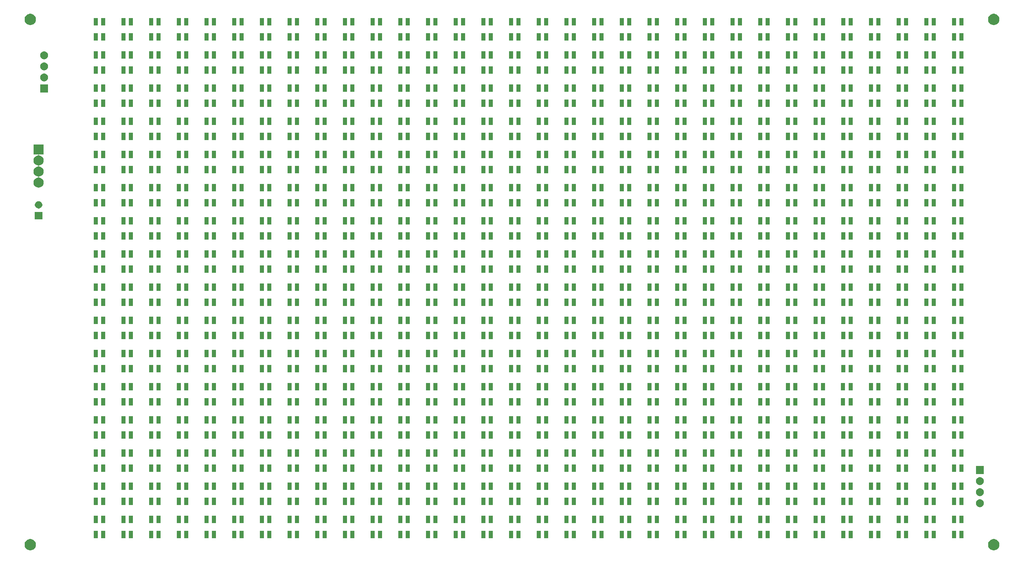
<source format=gbr>
G04 #@! TF.GenerationSoftware,KiCad,Pcbnew,(5.1.5-0-10_14)*
G04 #@! TF.CreationDate,2020-02-16T18:48:00-08:00*
G04 #@! TF.ProjectId,SpectrumAnayzerMini32,53706563-7472-4756-9d41-6e61797a6572,rev?*
G04 #@! TF.SameCoordinates,Original*
G04 #@! TF.FileFunction,Soldermask,Top*
G04 #@! TF.FilePolarity,Negative*
%FSLAX46Y46*%
G04 Gerber Fmt 4.6, Leading zero omitted, Abs format (unit mm)*
G04 Created by KiCad (PCBNEW (5.1.5-0-10_14)) date 2020-02-16 18:48:00*
%MOMM*%
%LPD*%
G04 APERTURE LIST*
%ADD10C,0.100000*%
G04 APERTURE END LIST*
D10*
G36*
X245489487Y-149878996D02*
G01*
X245726253Y-149977068D01*
X245726255Y-149977069D01*
X245939339Y-150119447D01*
X246120553Y-150300661D01*
X246262932Y-150513747D01*
X246361004Y-150750513D01*
X246411000Y-151001861D01*
X246411000Y-151258139D01*
X246361004Y-151509487D01*
X246262932Y-151746253D01*
X246262931Y-151746255D01*
X246120553Y-151959339D01*
X245939339Y-152140553D01*
X245726255Y-152282931D01*
X245726254Y-152282932D01*
X245726253Y-152282932D01*
X245489487Y-152381004D01*
X245238139Y-152431000D01*
X244981861Y-152431000D01*
X244730513Y-152381004D01*
X244493747Y-152282932D01*
X244493746Y-152282932D01*
X244493745Y-152282931D01*
X244280661Y-152140553D01*
X244099447Y-151959339D01*
X243957069Y-151746255D01*
X243957068Y-151746253D01*
X243858996Y-151509487D01*
X243809000Y-151258139D01*
X243809000Y-151001861D01*
X243858996Y-150750513D01*
X243957068Y-150513747D01*
X244099447Y-150300661D01*
X244280661Y-150119447D01*
X244493745Y-149977069D01*
X244493747Y-149977068D01*
X244730513Y-149878996D01*
X244981861Y-149829000D01*
X245238139Y-149829000D01*
X245489487Y-149878996D01*
G37*
G36*
X24509487Y-149878996D02*
G01*
X24746253Y-149977068D01*
X24746255Y-149977069D01*
X24959339Y-150119447D01*
X25140553Y-150300661D01*
X25282932Y-150513747D01*
X25381004Y-150750513D01*
X25431000Y-151001861D01*
X25431000Y-151258139D01*
X25381004Y-151509487D01*
X25282932Y-151746253D01*
X25282931Y-151746255D01*
X25140553Y-151959339D01*
X24959339Y-152140553D01*
X24746255Y-152282931D01*
X24746254Y-152282932D01*
X24746253Y-152282932D01*
X24509487Y-152381004D01*
X24258139Y-152431000D01*
X24001861Y-152431000D01*
X23750513Y-152381004D01*
X23513747Y-152282932D01*
X23513746Y-152282932D01*
X23513745Y-152282931D01*
X23300661Y-152140553D01*
X23119447Y-151959339D01*
X22977069Y-151746255D01*
X22977068Y-151746253D01*
X22878996Y-151509487D01*
X22829000Y-151258139D01*
X22829000Y-151001861D01*
X22878996Y-150750513D01*
X22977068Y-150513747D01*
X23119447Y-150300661D01*
X23300661Y-150119447D01*
X23513745Y-149977069D01*
X23513747Y-149977068D01*
X23750513Y-149878996D01*
X24001861Y-149829000D01*
X24258139Y-149829000D01*
X24509487Y-149878996D01*
G37*
G36*
X231856000Y-149667000D02*
G01*
X230904000Y-149667000D01*
X230904000Y-147965000D01*
X231856000Y-147965000D01*
X231856000Y-149667000D01*
G37*
G36*
X230106000Y-149667000D02*
G01*
X229154000Y-149667000D01*
X229154000Y-147965000D01*
X230106000Y-147965000D01*
X230106000Y-149667000D01*
G37*
G36*
X225506000Y-149667000D02*
G01*
X224554000Y-149667000D01*
X224554000Y-147965000D01*
X225506000Y-147965000D01*
X225506000Y-149667000D01*
G37*
G36*
X223756000Y-149667000D02*
G01*
X222804000Y-149667000D01*
X222804000Y-147965000D01*
X223756000Y-147965000D01*
X223756000Y-149667000D01*
G37*
G36*
X219156000Y-149667000D02*
G01*
X218204000Y-149667000D01*
X218204000Y-147965000D01*
X219156000Y-147965000D01*
X219156000Y-149667000D01*
G37*
G36*
X217406000Y-149667000D02*
G01*
X216454000Y-149667000D01*
X216454000Y-147965000D01*
X217406000Y-147965000D01*
X217406000Y-149667000D01*
G37*
G36*
X212806000Y-149667000D02*
G01*
X211854000Y-149667000D01*
X211854000Y-147965000D01*
X212806000Y-147965000D01*
X212806000Y-149667000D01*
G37*
G36*
X211056000Y-149667000D02*
G01*
X210104000Y-149667000D01*
X210104000Y-147965000D01*
X211056000Y-147965000D01*
X211056000Y-149667000D01*
G37*
G36*
X206456000Y-149667000D02*
G01*
X205504000Y-149667000D01*
X205504000Y-147965000D01*
X206456000Y-147965000D01*
X206456000Y-149667000D01*
G37*
G36*
X204706000Y-149667000D02*
G01*
X203754000Y-149667000D01*
X203754000Y-147965000D01*
X204706000Y-147965000D01*
X204706000Y-149667000D01*
G37*
G36*
X200106000Y-149667000D02*
G01*
X199154000Y-149667000D01*
X199154000Y-147965000D01*
X200106000Y-147965000D01*
X200106000Y-149667000D01*
G37*
G36*
X198356000Y-149667000D02*
G01*
X197404000Y-149667000D01*
X197404000Y-147965000D01*
X198356000Y-147965000D01*
X198356000Y-149667000D01*
G37*
G36*
X193756000Y-149667000D02*
G01*
X192804000Y-149667000D01*
X192804000Y-147965000D01*
X193756000Y-147965000D01*
X193756000Y-149667000D01*
G37*
G36*
X192006000Y-149667000D02*
G01*
X191054000Y-149667000D01*
X191054000Y-147965000D01*
X192006000Y-147965000D01*
X192006000Y-149667000D01*
G37*
G36*
X187406000Y-149667000D02*
G01*
X186454000Y-149667000D01*
X186454000Y-147965000D01*
X187406000Y-147965000D01*
X187406000Y-149667000D01*
G37*
G36*
X185656000Y-149667000D02*
G01*
X184704000Y-149667000D01*
X184704000Y-147965000D01*
X185656000Y-147965000D01*
X185656000Y-149667000D01*
G37*
G36*
X181056000Y-149667000D02*
G01*
X180104000Y-149667000D01*
X180104000Y-147965000D01*
X181056000Y-147965000D01*
X181056000Y-149667000D01*
G37*
G36*
X179306000Y-149667000D02*
G01*
X178354000Y-149667000D01*
X178354000Y-147965000D01*
X179306000Y-147965000D01*
X179306000Y-149667000D01*
G37*
G36*
X174706000Y-149667000D02*
G01*
X173754000Y-149667000D01*
X173754000Y-147965000D01*
X174706000Y-147965000D01*
X174706000Y-149667000D01*
G37*
G36*
X172956000Y-149667000D02*
G01*
X172004000Y-149667000D01*
X172004000Y-147965000D01*
X172956000Y-147965000D01*
X172956000Y-149667000D01*
G37*
G36*
X168356000Y-149667000D02*
G01*
X167404000Y-149667000D01*
X167404000Y-147965000D01*
X168356000Y-147965000D01*
X168356000Y-149667000D01*
G37*
G36*
X166606000Y-149667000D02*
G01*
X165654000Y-149667000D01*
X165654000Y-147965000D01*
X166606000Y-147965000D01*
X166606000Y-149667000D01*
G37*
G36*
X162006000Y-149667000D02*
G01*
X161054000Y-149667000D01*
X161054000Y-147965000D01*
X162006000Y-147965000D01*
X162006000Y-149667000D01*
G37*
G36*
X160256000Y-149667000D02*
G01*
X159304000Y-149667000D01*
X159304000Y-147965000D01*
X160256000Y-147965000D01*
X160256000Y-149667000D01*
G37*
G36*
X155656000Y-149667000D02*
G01*
X154704000Y-149667000D01*
X154704000Y-147965000D01*
X155656000Y-147965000D01*
X155656000Y-149667000D01*
G37*
G36*
X153906000Y-149667000D02*
G01*
X152954000Y-149667000D01*
X152954000Y-147965000D01*
X153906000Y-147965000D01*
X153906000Y-149667000D01*
G37*
G36*
X149306000Y-149667000D02*
G01*
X148354000Y-149667000D01*
X148354000Y-147965000D01*
X149306000Y-147965000D01*
X149306000Y-149667000D01*
G37*
G36*
X147556000Y-149667000D02*
G01*
X146604000Y-149667000D01*
X146604000Y-147965000D01*
X147556000Y-147965000D01*
X147556000Y-149667000D01*
G37*
G36*
X142956000Y-149667000D02*
G01*
X142004000Y-149667000D01*
X142004000Y-147965000D01*
X142956000Y-147965000D01*
X142956000Y-149667000D01*
G37*
G36*
X141206000Y-149667000D02*
G01*
X140254000Y-149667000D01*
X140254000Y-147965000D01*
X141206000Y-147965000D01*
X141206000Y-149667000D01*
G37*
G36*
X136606000Y-149667000D02*
G01*
X135654000Y-149667000D01*
X135654000Y-147965000D01*
X136606000Y-147965000D01*
X136606000Y-149667000D01*
G37*
G36*
X134856000Y-149667000D02*
G01*
X133904000Y-149667000D01*
X133904000Y-147965000D01*
X134856000Y-147965000D01*
X134856000Y-149667000D01*
G37*
G36*
X130256000Y-149667000D02*
G01*
X129304000Y-149667000D01*
X129304000Y-147965000D01*
X130256000Y-147965000D01*
X130256000Y-149667000D01*
G37*
G36*
X128506000Y-149667000D02*
G01*
X127554000Y-149667000D01*
X127554000Y-147965000D01*
X128506000Y-147965000D01*
X128506000Y-149667000D01*
G37*
G36*
X123906000Y-149667000D02*
G01*
X122954000Y-149667000D01*
X122954000Y-147965000D01*
X123906000Y-147965000D01*
X123906000Y-149667000D01*
G37*
G36*
X122156000Y-149667000D02*
G01*
X121204000Y-149667000D01*
X121204000Y-147965000D01*
X122156000Y-147965000D01*
X122156000Y-149667000D01*
G37*
G36*
X117556000Y-149667000D02*
G01*
X116604000Y-149667000D01*
X116604000Y-147965000D01*
X117556000Y-147965000D01*
X117556000Y-149667000D01*
G37*
G36*
X115806000Y-149667000D02*
G01*
X114854000Y-149667000D01*
X114854000Y-147965000D01*
X115806000Y-147965000D01*
X115806000Y-149667000D01*
G37*
G36*
X111206000Y-149667000D02*
G01*
X110254000Y-149667000D01*
X110254000Y-147965000D01*
X111206000Y-147965000D01*
X111206000Y-149667000D01*
G37*
G36*
X109456000Y-149667000D02*
G01*
X108504000Y-149667000D01*
X108504000Y-147965000D01*
X109456000Y-147965000D01*
X109456000Y-149667000D01*
G37*
G36*
X104856000Y-149667000D02*
G01*
X103904000Y-149667000D01*
X103904000Y-147965000D01*
X104856000Y-147965000D01*
X104856000Y-149667000D01*
G37*
G36*
X103106000Y-149667000D02*
G01*
X102154000Y-149667000D01*
X102154000Y-147965000D01*
X103106000Y-147965000D01*
X103106000Y-149667000D01*
G37*
G36*
X98506000Y-149667000D02*
G01*
X97554000Y-149667000D01*
X97554000Y-147965000D01*
X98506000Y-147965000D01*
X98506000Y-149667000D01*
G37*
G36*
X96756000Y-149667000D02*
G01*
X95804000Y-149667000D01*
X95804000Y-147965000D01*
X96756000Y-147965000D01*
X96756000Y-149667000D01*
G37*
G36*
X92156000Y-149667000D02*
G01*
X91204000Y-149667000D01*
X91204000Y-147965000D01*
X92156000Y-147965000D01*
X92156000Y-149667000D01*
G37*
G36*
X90406000Y-149667000D02*
G01*
X89454000Y-149667000D01*
X89454000Y-147965000D01*
X90406000Y-147965000D01*
X90406000Y-149667000D01*
G37*
G36*
X85806000Y-149667000D02*
G01*
X84854000Y-149667000D01*
X84854000Y-147965000D01*
X85806000Y-147965000D01*
X85806000Y-149667000D01*
G37*
G36*
X84056000Y-149667000D02*
G01*
X83104000Y-149667000D01*
X83104000Y-147965000D01*
X84056000Y-147965000D01*
X84056000Y-149667000D01*
G37*
G36*
X79456000Y-149667000D02*
G01*
X78504000Y-149667000D01*
X78504000Y-147965000D01*
X79456000Y-147965000D01*
X79456000Y-149667000D01*
G37*
G36*
X77706000Y-149667000D02*
G01*
X76754000Y-149667000D01*
X76754000Y-147965000D01*
X77706000Y-147965000D01*
X77706000Y-149667000D01*
G37*
G36*
X73106000Y-149667000D02*
G01*
X72154000Y-149667000D01*
X72154000Y-147965000D01*
X73106000Y-147965000D01*
X73106000Y-149667000D01*
G37*
G36*
X71356000Y-149667000D02*
G01*
X70404000Y-149667000D01*
X70404000Y-147965000D01*
X71356000Y-147965000D01*
X71356000Y-149667000D01*
G37*
G36*
X66756000Y-149667000D02*
G01*
X65804000Y-149667000D01*
X65804000Y-147965000D01*
X66756000Y-147965000D01*
X66756000Y-149667000D01*
G37*
G36*
X65006000Y-149667000D02*
G01*
X64054000Y-149667000D01*
X64054000Y-147965000D01*
X65006000Y-147965000D01*
X65006000Y-149667000D01*
G37*
G36*
X60406000Y-149667000D02*
G01*
X59454000Y-149667000D01*
X59454000Y-147965000D01*
X60406000Y-147965000D01*
X60406000Y-149667000D01*
G37*
G36*
X58656000Y-149667000D02*
G01*
X57704000Y-149667000D01*
X57704000Y-147965000D01*
X58656000Y-147965000D01*
X58656000Y-149667000D01*
G37*
G36*
X54056000Y-149667000D02*
G01*
X53104000Y-149667000D01*
X53104000Y-147965000D01*
X54056000Y-147965000D01*
X54056000Y-149667000D01*
G37*
G36*
X52306000Y-149667000D02*
G01*
X51354000Y-149667000D01*
X51354000Y-147965000D01*
X52306000Y-147965000D01*
X52306000Y-149667000D01*
G37*
G36*
X47706000Y-149667000D02*
G01*
X46754000Y-149667000D01*
X46754000Y-147965000D01*
X47706000Y-147965000D01*
X47706000Y-149667000D01*
G37*
G36*
X45956000Y-149667000D02*
G01*
X45004000Y-149667000D01*
X45004000Y-147965000D01*
X45956000Y-147965000D01*
X45956000Y-149667000D01*
G37*
G36*
X41356000Y-149667000D02*
G01*
X40404000Y-149667000D01*
X40404000Y-147965000D01*
X41356000Y-147965000D01*
X41356000Y-149667000D01*
G37*
G36*
X39606000Y-149667000D02*
G01*
X38654000Y-149667000D01*
X38654000Y-147965000D01*
X39606000Y-147965000D01*
X39606000Y-149667000D01*
G37*
G36*
X238206000Y-149667000D02*
G01*
X237254000Y-149667000D01*
X237254000Y-147965000D01*
X238206000Y-147965000D01*
X238206000Y-149667000D01*
G37*
G36*
X236456000Y-149667000D02*
G01*
X235504000Y-149667000D01*
X235504000Y-147965000D01*
X236456000Y-147965000D01*
X236456000Y-149667000D01*
G37*
G36*
X160256000Y-146167000D02*
G01*
X159304000Y-146167000D01*
X159304000Y-144465000D01*
X160256000Y-144465000D01*
X160256000Y-146167000D01*
G37*
G36*
X162006000Y-146167000D02*
G01*
X161054000Y-146167000D01*
X161054000Y-144465000D01*
X162006000Y-144465000D01*
X162006000Y-146167000D01*
G37*
G36*
X168356000Y-146167000D02*
G01*
X167404000Y-146167000D01*
X167404000Y-144465000D01*
X168356000Y-144465000D01*
X168356000Y-146167000D01*
G37*
G36*
X166606000Y-146167000D02*
G01*
X165654000Y-146167000D01*
X165654000Y-144465000D01*
X166606000Y-144465000D01*
X166606000Y-146167000D01*
G37*
G36*
X39606000Y-146167000D02*
G01*
X38654000Y-146167000D01*
X38654000Y-144465000D01*
X39606000Y-144465000D01*
X39606000Y-146167000D01*
G37*
G36*
X41356000Y-146167000D02*
G01*
X40404000Y-146167000D01*
X40404000Y-144465000D01*
X41356000Y-144465000D01*
X41356000Y-146167000D01*
G37*
G36*
X174706000Y-146167000D02*
G01*
X173754000Y-146167000D01*
X173754000Y-144465000D01*
X174706000Y-144465000D01*
X174706000Y-146167000D01*
G37*
G36*
X172956000Y-146167000D02*
G01*
X172004000Y-146167000D01*
X172004000Y-144465000D01*
X172956000Y-144465000D01*
X172956000Y-146167000D01*
G37*
G36*
X45956000Y-146167000D02*
G01*
X45004000Y-146167000D01*
X45004000Y-144465000D01*
X45956000Y-144465000D01*
X45956000Y-146167000D01*
G37*
G36*
X47706000Y-146167000D02*
G01*
X46754000Y-146167000D01*
X46754000Y-144465000D01*
X47706000Y-144465000D01*
X47706000Y-146167000D01*
G37*
G36*
X52306000Y-146167000D02*
G01*
X51354000Y-146167000D01*
X51354000Y-144465000D01*
X52306000Y-144465000D01*
X52306000Y-146167000D01*
G37*
G36*
X181056000Y-146167000D02*
G01*
X180104000Y-146167000D01*
X180104000Y-144465000D01*
X181056000Y-144465000D01*
X181056000Y-146167000D01*
G37*
G36*
X179306000Y-146167000D02*
G01*
X178354000Y-146167000D01*
X178354000Y-144465000D01*
X179306000Y-144465000D01*
X179306000Y-146167000D01*
G37*
G36*
X54056000Y-146167000D02*
G01*
X53104000Y-146167000D01*
X53104000Y-144465000D01*
X54056000Y-144465000D01*
X54056000Y-146167000D01*
G37*
G36*
X58656000Y-146167000D02*
G01*
X57704000Y-146167000D01*
X57704000Y-144465000D01*
X58656000Y-144465000D01*
X58656000Y-146167000D01*
G37*
G36*
X60406000Y-146167000D02*
G01*
X59454000Y-146167000D01*
X59454000Y-144465000D01*
X60406000Y-144465000D01*
X60406000Y-146167000D01*
G37*
G36*
X153906000Y-146167000D02*
G01*
X152954000Y-146167000D01*
X152954000Y-144465000D01*
X153906000Y-144465000D01*
X153906000Y-146167000D01*
G37*
G36*
X155656000Y-146167000D02*
G01*
X154704000Y-146167000D01*
X154704000Y-144465000D01*
X155656000Y-144465000D01*
X155656000Y-146167000D01*
G37*
G36*
X187406000Y-146167000D02*
G01*
X186454000Y-146167000D01*
X186454000Y-144465000D01*
X187406000Y-144465000D01*
X187406000Y-146167000D01*
G37*
G36*
X185656000Y-146167000D02*
G01*
X184704000Y-146167000D01*
X184704000Y-144465000D01*
X185656000Y-144465000D01*
X185656000Y-146167000D01*
G37*
G36*
X65006000Y-146167000D02*
G01*
X64054000Y-146167000D01*
X64054000Y-144465000D01*
X65006000Y-144465000D01*
X65006000Y-146167000D01*
G37*
G36*
X66756000Y-146167000D02*
G01*
X65804000Y-146167000D01*
X65804000Y-144465000D01*
X66756000Y-144465000D01*
X66756000Y-146167000D01*
G37*
G36*
X193756000Y-146167000D02*
G01*
X192804000Y-146167000D01*
X192804000Y-144465000D01*
X193756000Y-144465000D01*
X193756000Y-146167000D01*
G37*
G36*
X192006000Y-146167000D02*
G01*
X191054000Y-146167000D01*
X191054000Y-144465000D01*
X192006000Y-144465000D01*
X192006000Y-146167000D01*
G37*
G36*
X71356000Y-146167000D02*
G01*
X70404000Y-146167000D01*
X70404000Y-144465000D01*
X71356000Y-144465000D01*
X71356000Y-146167000D01*
G37*
G36*
X73106000Y-146167000D02*
G01*
X72154000Y-146167000D01*
X72154000Y-144465000D01*
X73106000Y-144465000D01*
X73106000Y-146167000D01*
G37*
G36*
X77706000Y-146167000D02*
G01*
X76754000Y-146167000D01*
X76754000Y-144465000D01*
X77706000Y-144465000D01*
X77706000Y-146167000D01*
G37*
G36*
X79456000Y-146167000D02*
G01*
X78504000Y-146167000D01*
X78504000Y-144465000D01*
X79456000Y-144465000D01*
X79456000Y-146167000D01*
G37*
G36*
X147556000Y-146167000D02*
G01*
X146604000Y-146167000D01*
X146604000Y-144465000D01*
X147556000Y-144465000D01*
X147556000Y-146167000D01*
G37*
G36*
X149306000Y-146167000D02*
G01*
X148354000Y-146167000D01*
X148354000Y-144465000D01*
X149306000Y-144465000D01*
X149306000Y-146167000D01*
G37*
G36*
X200106000Y-146167000D02*
G01*
X199154000Y-146167000D01*
X199154000Y-144465000D01*
X200106000Y-144465000D01*
X200106000Y-146167000D01*
G37*
G36*
X198356000Y-146167000D02*
G01*
X197404000Y-146167000D01*
X197404000Y-144465000D01*
X198356000Y-144465000D01*
X198356000Y-146167000D01*
G37*
G36*
X84056000Y-146167000D02*
G01*
X83104000Y-146167000D01*
X83104000Y-144465000D01*
X84056000Y-144465000D01*
X84056000Y-146167000D01*
G37*
G36*
X85806000Y-146167000D02*
G01*
X84854000Y-146167000D01*
X84854000Y-144465000D01*
X85806000Y-144465000D01*
X85806000Y-146167000D01*
G37*
G36*
X206456000Y-146167000D02*
G01*
X205504000Y-146167000D01*
X205504000Y-144465000D01*
X206456000Y-144465000D01*
X206456000Y-146167000D01*
G37*
G36*
X204706000Y-146167000D02*
G01*
X203754000Y-146167000D01*
X203754000Y-144465000D01*
X204706000Y-144465000D01*
X204706000Y-146167000D01*
G37*
G36*
X90406000Y-146167000D02*
G01*
X89454000Y-146167000D01*
X89454000Y-144465000D01*
X90406000Y-144465000D01*
X90406000Y-146167000D01*
G37*
G36*
X92156000Y-146167000D02*
G01*
X91204000Y-146167000D01*
X91204000Y-144465000D01*
X92156000Y-144465000D01*
X92156000Y-146167000D01*
G37*
G36*
X96756000Y-146167000D02*
G01*
X95804000Y-146167000D01*
X95804000Y-144465000D01*
X96756000Y-144465000D01*
X96756000Y-146167000D01*
G37*
G36*
X98506000Y-146167000D02*
G01*
X97554000Y-146167000D01*
X97554000Y-144465000D01*
X98506000Y-144465000D01*
X98506000Y-146167000D01*
G37*
G36*
X141206000Y-146167000D02*
G01*
X140254000Y-146167000D01*
X140254000Y-144465000D01*
X141206000Y-144465000D01*
X141206000Y-146167000D01*
G37*
G36*
X142956000Y-146167000D02*
G01*
X142004000Y-146167000D01*
X142004000Y-144465000D01*
X142956000Y-144465000D01*
X142956000Y-146167000D01*
G37*
G36*
X212806000Y-146167000D02*
G01*
X211854000Y-146167000D01*
X211854000Y-144465000D01*
X212806000Y-144465000D01*
X212806000Y-146167000D01*
G37*
G36*
X211056000Y-146167000D02*
G01*
X210104000Y-146167000D01*
X210104000Y-144465000D01*
X211056000Y-144465000D01*
X211056000Y-146167000D01*
G37*
G36*
X103106000Y-146167000D02*
G01*
X102154000Y-146167000D01*
X102154000Y-144465000D01*
X103106000Y-144465000D01*
X103106000Y-146167000D01*
G37*
G36*
X104856000Y-146167000D02*
G01*
X103904000Y-146167000D01*
X103904000Y-144465000D01*
X104856000Y-144465000D01*
X104856000Y-146167000D01*
G37*
G36*
X219156000Y-146167000D02*
G01*
X218204000Y-146167000D01*
X218204000Y-144465000D01*
X219156000Y-144465000D01*
X219156000Y-146167000D01*
G37*
G36*
X217406000Y-146167000D02*
G01*
X216454000Y-146167000D01*
X216454000Y-144465000D01*
X217406000Y-144465000D01*
X217406000Y-146167000D01*
G37*
G36*
X109456000Y-146167000D02*
G01*
X108504000Y-146167000D01*
X108504000Y-144465000D01*
X109456000Y-144465000D01*
X109456000Y-146167000D01*
G37*
G36*
X111206000Y-146167000D02*
G01*
X110254000Y-146167000D01*
X110254000Y-144465000D01*
X111206000Y-144465000D01*
X111206000Y-146167000D01*
G37*
G36*
X115806000Y-146167000D02*
G01*
X114854000Y-146167000D01*
X114854000Y-144465000D01*
X115806000Y-144465000D01*
X115806000Y-146167000D01*
G37*
G36*
X117556000Y-146167000D02*
G01*
X116604000Y-146167000D01*
X116604000Y-144465000D01*
X117556000Y-144465000D01*
X117556000Y-146167000D01*
G37*
G36*
X134856000Y-146167000D02*
G01*
X133904000Y-146167000D01*
X133904000Y-144465000D01*
X134856000Y-144465000D01*
X134856000Y-146167000D01*
G37*
G36*
X136606000Y-146167000D02*
G01*
X135654000Y-146167000D01*
X135654000Y-144465000D01*
X136606000Y-144465000D01*
X136606000Y-146167000D01*
G37*
G36*
X225506000Y-146167000D02*
G01*
X224554000Y-146167000D01*
X224554000Y-144465000D01*
X225506000Y-144465000D01*
X225506000Y-146167000D01*
G37*
G36*
X223756000Y-146167000D02*
G01*
X222804000Y-146167000D01*
X222804000Y-144465000D01*
X223756000Y-144465000D01*
X223756000Y-146167000D01*
G37*
G36*
X122156000Y-146167000D02*
G01*
X121204000Y-146167000D01*
X121204000Y-144465000D01*
X122156000Y-144465000D01*
X122156000Y-146167000D01*
G37*
G36*
X123906000Y-146167000D02*
G01*
X122954000Y-146167000D01*
X122954000Y-144465000D01*
X123906000Y-144465000D01*
X123906000Y-146167000D01*
G37*
G36*
X231856000Y-146167000D02*
G01*
X230904000Y-146167000D01*
X230904000Y-144465000D01*
X231856000Y-144465000D01*
X231856000Y-146167000D01*
G37*
G36*
X230106000Y-146167000D02*
G01*
X229154000Y-146167000D01*
X229154000Y-144465000D01*
X230106000Y-144465000D01*
X230106000Y-146167000D01*
G37*
G36*
X128506000Y-146167000D02*
G01*
X127554000Y-146167000D01*
X127554000Y-144465000D01*
X128506000Y-144465000D01*
X128506000Y-146167000D01*
G37*
G36*
X130256000Y-146167000D02*
G01*
X129304000Y-146167000D01*
X129304000Y-144465000D01*
X130256000Y-144465000D01*
X130256000Y-146167000D01*
G37*
G36*
X238206000Y-146167000D02*
G01*
X237254000Y-146167000D01*
X237254000Y-144465000D01*
X238206000Y-144465000D01*
X238206000Y-146167000D01*
G37*
G36*
X236456000Y-146167000D02*
G01*
X235504000Y-146167000D01*
X235504000Y-144465000D01*
X236456000Y-144465000D01*
X236456000Y-146167000D01*
G37*
G36*
X242048512Y-140708927D02*
G01*
X242197812Y-140738624D01*
X242361784Y-140806544D01*
X242509354Y-140905147D01*
X242634853Y-141030646D01*
X242733456Y-141178216D01*
X242801376Y-141342188D01*
X242836000Y-141516259D01*
X242836000Y-141693741D01*
X242801376Y-141867812D01*
X242733456Y-142031784D01*
X242634853Y-142179354D01*
X242509354Y-142304853D01*
X242361784Y-142403456D01*
X242197812Y-142471376D01*
X242048512Y-142501073D01*
X242023742Y-142506000D01*
X241846258Y-142506000D01*
X241821488Y-142501073D01*
X241672188Y-142471376D01*
X241508216Y-142403456D01*
X241360646Y-142304853D01*
X241235147Y-142179354D01*
X241136544Y-142031784D01*
X241068624Y-141867812D01*
X241034000Y-141693741D01*
X241034000Y-141516259D01*
X241068624Y-141342188D01*
X241136544Y-141178216D01*
X241235147Y-141030646D01*
X241360646Y-140905147D01*
X241508216Y-140806544D01*
X241672188Y-140738624D01*
X241821488Y-140708927D01*
X241846258Y-140704000D01*
X242023742Y-140704000D01*
X242048512Y-140708927D01*
G37*
G36*
X128506000Y-142047000D02*
G01*
X127554000Y-142047000D01*
X127554000Y-140345000D01*
X128506000Y-140345000D01*
X128506000Y-142047000D01*
G37*
G36*
X73106000Y-142047000D02*
G01*
X72154000Y-142047000D01*
X72154000Y-140345000D01*
X73106000Y-140345000D01*
X73106000Y-142047000D01*
G37*
G36*
X238206000Y-142047000D02*
G01*
X237254000Y-142047000D01*
X237254000Y-140345000D01*
X238206000Y-140345000D01*
X238206000Y-142047000D01*
G37*
G36*
X236456000Y-142047000D02*
G01*
X235504000Y-142047000D01*
X235504000Y-140345000D01*
X236456000Y-140345000D01*
X236456000Y-142047000D01*
G37*
G36*
X231856000Y-142047000D02*
G01*
X230904000Y-142047000D01*
X230904000Y-140345000D01*
X231856000Y-140345000D01*
X231856000Y-142047000D01*
G37*
G36*
X160256000Y-142047000D02*
G01*
X159304000Y-142047000D01*
X159304000Y-140345000D01*
X160256000Y-140345000D01*
X160256000Y-142047000D01*
G37*
G36*
X168356000Y-142047000D02*
G01*
X167404000Y-142047000D01*
X167404000Y-140345000D01*
X168356000Y-140345000D01*
X168356000Y-142047000D01*
G37*
G36*
X166606000Y-142047000D02*
G01*
X165654000Y-142047000D01*
X165654000Y-140345000D01*
X166606000Y-140345000D01*
X166606000Y-142047000D01*
G37*
G36*
X230106000Y-142047000D02*
G01*
X229154000Y-142047000D01*
X229154000Y-140345000D01*
X230106000Y-140345000D01*
X230106000Y-142047000D01*
G37*
G36*
X225506000Y-142047000D02*
G01*
X224554000Y-142047000D01*
X224554000Y-140345000D01*
X225506000Y-140345000D01*
X225506000Y-142047000D01*
G37*
G36*
X223756000Y-142047000D02*
G01*
X222804000Y-142047000D01*
X222804000Y-140345000D01*
X223756000Y-140345000D01*
X223756000Y-142047000D01*
G37*
G36*
X219156000Y-142047000D02*
G01*
X218204000Y-142047000D01*
X218204000Y-140345000D01*
X219156000Y-140345000D01*
X219156000Y-142047000D01*
G37*
G36*
X162006000Y-142047000D02*
G01*
X161054000Y-142047000D01*
X161054000Y-140345000D01*
X162006000Y-140345000D01*
X162006000Y-142047000D01*
G37*
G36*
X174706000Y-142047000D02*
G01*
X173754000Y-142047000D01*
X173754000Y-140345000D01*
X174706000Y-140345000D01*
X174706000Y-142047000D01*
G37*
G36*
X172956000Y-142047000D02*
G01*
X172004000Y-142047000D01*
X172004000Y-140345000D01*
X172956000Y-140345000D01*
X172956000Y-142047000D01*
G37*
G36*
X217406000Y-142047000D02*
G01*
X216454000Y-142047000D01*
X216454000Y-140345000D01*
X217406000Y-140345000D01*
X217406000Y-142047000D01*
G37*
G36*
X212806000Y-142047000D02*
G01*
X211854000Y-142047000D01*
X211854000Y-140345000D01*
X212806000Y-140345000D01*
X212806000Y-142047000D01*
G37*
G36*
X211056000Y-142047000D02*
G01*
X210104000Y-142047000D01*
X210104000Y-140345000D01*
X211056000Y-140345000D01*
X211056000Y-142047000D01*
G37*
G36*
X206456000Y-142047000D02*
G01*
X205504000Y-142047000D01*
X205504000Y-140345000D01*
X206456000Y-140345000D01*
X206456000Y-142047000D01*
G37*
G36*
X204706000Y-142047000D02*
G01*
X203754000Y-142047000D01*
X203754000Y-140345000D01*
X204706000Y-140345000D01*
X204706000Y-142047000D01*
G37*
G36*
X181056000Y-142047000D02*
G01*
X180104000Y-142047000D01*
X180104000Y-140345000D01*
X181056000Y-140345000D01*
X181056000Y-142047000D01*
G37*
G36*
X179306000Y-142047000D02*
G01*
X178354000Y-142047000D01*
X178354000Y-140345000D01*
X179306000Y-140345000D01*
X179306000Y-142047000D01*
G37*
G36*
X200106000Y-142047000D02*
G01*
X199154000Y-142047000D01*
X199154000Y-140345000D01*
X200106000Y-140345000D01*
X200106000Y-142047000D01*
G37*
G36*
X198356000Y-142047000D02*
G01*
X197404000Y-142047000D01*
X197404000Y-140345000D01*
X198356000Y-140345000D01*
X198356000Y-142047000D01*
G37*
G36*
X193756000Y-142047000D02*
G01*
X192804000Y-142047000D01*
X192804000Y-140345000D01*
X193756000Y-140345000D01*
X193756000Y-142047000D01*
G37*
G36*
X192006000Y-142047000D02*
G01*
X191054000Y-142047000D01*
X191054000Y-140345000D01*
X192006000Y-140345000D01*
X192006000Y-142047000D01*
G37*
G36*
X187406000Y-142047000D02*
G01*
X186454000Y-142047000D01*
X186454000Y-140345000D01*
X187406000Y-140345000D01*
X187406000Y-142047000D01*
G37*
G36*
X185656000Y-142047000D02*
G01*
X184704000Y-142047000D01*
X184704000Y-140345000D01*
X185656000Y-140345000D01*
X185656000Y-142047000D01*
G37*
G36*
X153906000Y-142047000D02*
G01*
X152954000Y-142047000D01*
X152954000Y-140345000D01*
X153906000Y-140345000D01*
X153906000Y-142047000D01*
G37*
G36*
X155656000Y-142047000D02*
G01*
X154704000Y-142047000D01*
X154704000Y-140345000D01*
X155656000Y-140345000D01*
X155656000Y-142047000D01*
G37*
G36*
X149306000Y-142047000D02*
G01*
X148354000Y-142047000D01*
X148354000Y-140345000D01*
X149306000Y-140345000D01*
X149306000Y-142047000D01*
G37*
G36*
X147556000Y-142047000D02*
G01*
X146604000Y-142047000D01*
X146604000Y-140345000D01*
X147556000Y-140345000D01*
X147556000Y-142047000D01*
G37*
G36*
X142956000Y-142047000D02*
G01*
X142004000Y-142047000D01*
X142004000Y-140345000D01*
X142956000Y-140345000D01*
X142956000Y-142047000D01*
G37*
G36*
X141206000Y-142047000D02*
G01*
X140254000Y-142047000D01*
X140254000Y-140345000D01*
X141206000Y-140345000D01*
X141206000Y-142047000D01*
G37*
G36*
X136606000Y-142047000D02*
G01*
X135654000Y-142047000D01*
X135654000Y-140345000D01*
X136606000Y-140345000D01*
X136606000Y-142047000D01*
G37*
G36*
X134856000Y-142047000D02*
G01*
X133904000Y-142047000D01*
X133904000Y-140345000D01*
X134856000Y-140345000D01*
X134856000Y-142047000D01*
G37*
G36*
X130256000Y-142047000D02*
G01*
X129304000Y-142047000D01*
X129304000Y-140345000D01*
X130256000Y-140345000D01*
X130256000Y-142047000D01*
G37*
G36*
X123906000Y-142047000D02*
G01*
X122954000Y-142047000D01*
X122954000Y-140345000D01*
X123906000Y-140345000D01*
X123906000Y-142047000D01*
G37*
G36*
X122156000Y-142047000D02*
G01*
X121204000Y-142047000D01*
X121204000Y-140345000D01*
X122156000Y-140345000D01*
X122156000Y-142047000D01*
G37*
G36*
X117556000Y-142047000D02*
G01*
X116604000Y-142047000D01*
X116604000Y-140345000D01*
X117556000Y-140345000D01*
X117556000Y-142047000D01*
G37*
G36*
X115806000Y-142047000D02*
G01*
X114854000Y-142047000D01*
X114854000Y-140345000D01*
X115806000Y-140345000D01*
X115806000Y-142047000D01*
G37*
G36*
X111206000Y-142047000D02*
G01*
X110254000Y-142047000D01*
X110254000Y-140345000D01*
X111206000Y-140345000D01*
X111206000Y-142047000D01*
G37*
G36*
X109456000Y-142047000D02*
G01*
X108504000Y-142047000D01*
X108504000Y-140345000D01*
X109456000Y-140345000D01*
X109456000Y-142047000D01*
G37*
G36*
X104856000Y-142047000D02*
G01*
X103904000Y-142047000D01*
X103904000Y-140345000D01*
X104856000Y-140345000D01*
X104856000Y-142047000D01*
G37*
G36*
X71356000Y-142047000D02*
G01*
X70404000Y-142047000D01*
X70404000Y-140345000D01*
X71356000Y-140345000D01*
X71356000Y-142047000D01*
G37*
G36*
X103106000Y-142047000D02*
G01*
X102154000Y-142047000D01*
X102154000Y-140345000D01*
X103106000Y-140345000D01*
X103106000Y-142047000D01*
G37*
G36*
X98506000Y-142047000D02*
G01*
X97554000Y-142047000D01*
X97554000Y-140345000D01*
X98506000Y-140345000D01*
X98506000Y-142047000D01*
G37*
G36*
X96756000Y-142047000D02*
G01*
X95804000Y-142047000D01*
X95804000Y-140345000D01*
X96756000Y-140345000D01*
X96756000Y-142047000D01*
G37*
G36*
X92156000Y-142047000D02*
G01*
X91204000Y-142047000D01*
X91204000Y-140345000D01*
X92156000Y-140345000D01*
X92156000Y-142047000D01*
G37*
G36*
X90406000Y-142047000D02*
G01*
X89454000Y-142047000D01*
X89454000Y-140345000D01*
X90406000Y-140345000D01*
X90406000Y-142047000D01*
G37*
G36*
X65006000Y-142047000D02*
G01*
X64054000Y-142047000D01*
X64054000Y-140345000D01*
X65006000Y-140345000D01*
X65006000Y-142047000D01*
G37*
G36*
X66756000Y-142047000D02*
G01*
X65804000Y-142047000D01*
X65804000Y-140345000D01*
X66756000Y-140345000D01*
X66756000Y-142047000D01*
G37*
G36*
X85806000Y-142047000D02*
G01*
X84854000Y-142047000D01*
X84854000Y-140345000D01*
X85806000Y-140345000D01*
X85806000Y-142047000D01*
G37*
G36*
X84056000Y-142047000D02*
G01*
X83104000Y-142047000D01*
X83104000Y-140345000D01*
X84056000Y-140345000D01*
X84056000Y-142047000D01*
G37*
G36*
X79456000Y-142047000D02*
G01*
X78504000Y-142047000D01*
X78504000Y-140345000D01*
X79456000Y-140345000D01*
X79456000Y-142047000D01*
G37*
G36*
X77706000Y-142047000D02*
G01*
X76754000Y-142047000D01*
X76754000Y-140345000D01*
X77706000Y-140345000D01*
X77706000Y-142047000D01*
G37*
G36*
X60406000Y-142047000D02*
G01*
X59454000Y-142047000D01*
X59454000Y-140345000D01*
X60406000Y-140345000D01*
X60406000Y-142047000D01*
G37*
G36*
X58656000Y-142047000D02*
G01*
X57704000Y-142047000D01*
X57704000Y-140345000D01*
X58656000Y-140345000D01*
X58656000Y-142047000D01*
G37*
G36*
X54056000Y-142047000D02*
G01*
X53104000Y-142047000D01*
X53104000Y-140345000D01*
X54056000Y-140345000D01*
X54056000Y-142047000D01*
G37*
G36*
X52306000Y-142047000D02*
G01*
X51354000Y-142047000D01*
X51354000Y-140345000D01*
X52306000Y-140345000D01*
X52306000Y-142047000D01*
G37*
G36*
X47706000Y-142047000D02*
G01*
X46754000Y-142047000D01*
X46754000Y-140345000D01*
X47706000Y-140345000D01*
X47706000Y-142047000D01*
G37*
G36*
X45956000Y-142047000D02*
G01*
X45004000Y-142047000D01*
X45004000Y-140345000D01*
X45956000Y-140345000D01*
X45956000Y-142047000D01*
G37*
G36*
X41356000Y-142047000D02*
G01*
X40404000Y-142047000D01*
X40404000Y-140345000D01*
X41356000Y-140345000D01*
X41356000Y-142047000D01*
G37*
G36*
X39606000Y-142047000D02*
G01*
X38654000Y-142047000D01*
X38654000Y-140345000D01*
X39606000Y-140345000D01*
X39606000Y-142047000D01*
G37*
G36*
X242048512Y-138168927D02*
G01*
X242197812Y-138198624D01*
X242361784Y-138266544D01*
X242509354Y-138365147D01*
X242634853Y-138490646D01*
X242733456Y-138638216D01*
X242801376Y-138802188D01*
X242836000Y-138976259D01*
X242836000Y-139153741D01*
X242801376Y-139327812D01*
X242733456Y-139491784D01*
X242634853Y-139639354D01*
X242509354Y-139764853D01*
X242361784Y-139863456D01*
X242197812Y-139931376D01*
X242048512Y-139961073D01*
X242023742Y-139966000D01*
X241846258Y-139966000D01*
X241821488Y-139961073D01*
X241672188Y-139931376D01*
X241508216Y-139863456D01*
X241360646Y-139764853D01*
X241235147Y-139639354D01*
X241136544Y-139491784D01*
X241068624Y-139327812D01*
X241034000Y-139153741D01*
X241034000Y-138976259D01*
X241068624Y-138802188D01*
X241136544Y-138638216D01*
X241235147Y-138490646D01*
X241360646Y-138365147D01*
X241508216Y-138266544D01*
X241672188Y-138198624D01*
X241821488Y-138168927D01*
X241846258Y-138164000D01*
X242023742Y-138164000D01*
X242048512Y-138168927D01*
G37*
G36*
X123906000Y-138547000D02*
G01*
X122954000Y-138547000D01*
X122954000Y-136845000D01*
X123906000Y-136845000D01*
X123906000Y-138547000D01*
G37*
G36*
X65006000Y-138547000D02*
G01*
X64054000Y-138547000D01*
X64054000Y-136845000D01*
X65006000Y-136845000D01*
X65006000Y-138547000D01*
G37*
G36*
X168356000Y-138547000D02*
G01*
X167404000Y-138547000D01*
X167404000Y-136845000D01*
X168356000Y-136845000D01*
X168356000Y-138547000D01*
G37*
G36*
X166606000Y-138547000D02*
G01*
X165654000Y-138547000D01*
X165654000Y-136845000D01*
X166606000Y-136845000D01*
X166606000Y-138547000D01*
G37*
G36*
X92156000Y-138547000D02*
G01*
X91204000Y-138547000D01*
X91204000Y-136845000D01*
X92156000Y-136845000D01*
X92156000Y-138547000D01*
G37*
G36*
X90406000Y-138547000D02*
G01*
X89454000Y-138547000D01*
X89454000Y-136845000D01*
X90406000Y-136845000D01*
X90406000Y-138547000D01*
G37*
G36*
X47706000Y-138547000D02*
G01*
X46754000Y-138547000D01*
X46754000Y-136845000D01*
X47706000Y-136845000D01*
X47706000Y-138547000D01*
G37*
G36*
X45956000Y-138547000D02*
G01*
X45004000Y-138547000D01*
X45004000Y-136845000D01*
X45956000Y-136845000D01*
X45956000Y-138547000D01*
G37*
G36*
X136606000Y-138547000D02*
G01*
X135654000Y-138547000D01*
X135654000Y-136845000D01*
X136606000Y-136845000D01*
X136606000Y-138547000D01*
G37*
G36*
X141206000Y-138547000D02*
G01*
X140254000Y-138547000D01*
X140254000Y-136845000D01*
X141206000Y-136845000D01*
X141206000Y-138547000D01*
G37*
G36*
X142956000Y-138547000D02*
G01*
X142004000Y-138547000D01*
X142004000Y-136845000D01*
X142956000Y-136845000D01*
X142956000Y-138547000D01*
G37*
G36*
X147556000Y-138547000D02*
G01*
X146604000Y-138547000D01*
X146604000Y-136845000D01*
X147556000Y-136845000D01*
X147556000Y-138547000D01*
G37*
G36*
X41356000Y-138547000D02*
G01*
X40404000Y-138547000D01*
X40404000Y-136845000D01*
X41356000Y-136845000D01*
X41356000Y-138547000D01*
G37*
G36*
X39606000Y-138547000D02*
G01*
X38654000Y-138547000D01*
X38654000Y-136845000D01*
X39606000Y-136845000D01*
X39606000Y-138547000D01*
G37*
G36*
X66756000Y-138547000D02*
G01*
X65804000Y-138547000D01*
X65804000Y-136845000D01*
X66756000Y-136845000D01*
X66756000Y-138547000D01*
G37*
G36*
X52306000Y-138547000D02*
G01*
X51354000Y-138547000D01*
X51354000Y-136845000D01*
X52306000Y-136845000D01*
X52306000Y-138547000D01*
G37*
G36*
X160256000Y-138547000D02*
G01*
X159304000Y-138547000D01*
X159304000Y-136845000D01*
X160256000Y-136845000D01*
X160256000Y-138547000D01*
G37*
G36*
X162006000Y-138547000D02*
G01*
X161054000Y-138547000D01*
X161054000Y-136845000D01*
X162006000Y-136845000D01*
X162006000Y-138547000D01*
G37*
G36*
X174706000Y-138547000D02*
G01*
X173754000Y-138547000D01*
X173754000Y-136845000D01*
X174706000Y-136845000D01*
X174706000Y-138547000D01*
G37*
G36*
X172956000Y-138547000D02*
G01*
X172004000Y-138547000D01*
X172004000Y-136845000D01*
X172956000Y-136845000D01*
X172956000Y-138547000D01*
G37*
G36*
X98506000Y-138547000D02*
G01*
X97554000Y-138547000D01*
X97554000Y-136845000D01*
X98506000Y-136845000D01*
X98506000Y-138547000D01*
G37*
G36*
X96756000Y-138547000D02*
G01*
X95804000Y-138547000D01*
X95804000Y-136845000D01*
X96756000Y-136845000D01*
X96756000Y-138547000D01*
G37*
G36*
X54056000Y-138547000D02*
G01*
X53104000Y-138547000D01*
X53104000Y-136845000D01*
X54056000Y-136845000D01*
X54056000Y-138547000D01*
G37*
G36*
X58656000Y-138547000D02*
G01*
X57704000Y-138547000D01*
X57704000Y-136845000D01*
X58656000Y-136845000D01*
X58656000Y-138547000D01*
G37*
G36*
X149306000Y-138547000D02*
G01*
X148354000Y-138547000D01*
X148354000Y-136845000D01*
X149306000Y-136845000D01*
X149306000Y-138547000D01*
G37*
G36*
X153906000Y-138547000D02*
G01*
X152954000Y-138547000D01*
X152954000Y-136845000D01*
X153906000Y-136845000D01*
X153906000Y-138547000D01*
G37*
G36*
X155656000Y-138547000D02*
G01*
X154704000Y-138547000D01*
X154704000Y-136845000D01*
X155656000Y-136845000D01*
X155656000Y-138547000D01*
G37*
G36*
X181056000Y-138547000D02*
G01*
X180104000Y-138547000D01*
X180104000Y-136845000D01*
X181056000Y-136845000D01*
X181056000Y-138547000D01*
G37*
G36*
X71356000Y-138547000D02*
G01*
X70404000Y-138547000D01*
X70404000Y-136845000D01*
X71356000Y-136845000D01*
X71356000Y-138547000D01*
G37*
G36*
X179306000Y-138547000D02*
G01*
X178354000Y-138547000D01*
X178354000Y-136845000D01*
X179306000Y-136845000D01*
X179306000Y-138547000D01*
G37*
G36*
X104856000Y-138547000D02*
G01*
X103904000Y-138547000D01*
X103904000Y-136845000D01*
X104856000Y-136845000D01*
X104856000Y-138547000D01*
G37*
G36*
X103106000Y-138547000D02*
G01*
X102154000Y-138547000D01*
X102154000Y-136845000D01*
X103106000Y-136845000D01*
X103106000Y-138547000D01*
G37*
G36*
X134856000Y-138547000D02*
G01*
X133904000Y-138547000D01*
X133904000Y-136845000D01*
X134856000Y-136845000D01*
X134856000Y-138547000D01*
G37*
G36*
X130256000Y-138547000D02*
G01*
X129304000Y-138547000D01*
X129304000Y-136845000D01*
X130256000Y-136845000D01*
X130256000Y-138547000D01*
G37*
G36*
X111206000Y-138547000D02*
G01*
X110254000Y-138547000D01*
X110254000Y-136845000D01*
X111206000Y-136845000D01*
X111206000Y-138547000D01*
G37*
G36*
X109456000Y-138547000D02*
G01*
X108504000Y-138547000D01*
X108504000Y-136845000D01*
X109456000Y-136845000D01*
X109456000Y-138547000D01*
G37*
G36*
X187406000Y-138547000D02*
G01*
X186454000Y-138547000D01*
X186454000Y-136845000D01*
X187406000Y-136845000D01*
X187406000Y-138547000D01*
G37*
G36*
X185656000Y-138547000D02*
G01*
X184704000Y-138547000D01*
X184704000Y-136845000D01*
X185656000Y-136845000D01*
X185656000Y-138547000D01*
G37*
G36*
X193756000Y-138547000D02*
G01*
X192804000Y-138547000D01*
X192804000Y-136845000D01*
X193756000Y-136845000D01*
X193756000Y-138547000D01*
G37*
G36*
X192006000Y-138547000D02*
G01*
X191054000Y-138547000D01*
X191054000Y-136845000D01*
X192006000Y-136845000D01*
X192006000Y-138547000D01*
G37*
G36*
X117556000Y-138547000D02*
G01*
X116604000Y-138547000D01*
X116604000Y-136845000D01*
X117556000Y-136845000D01*
X117556000Y-138547000D01*
G37*
G36*
X115806000Y-138547000D02*
G01*
X114854000Y-138547000D01*
X114854000Y-136845000D01*
X115806000Y-136845000D01*
X115806000Y-138547000D01*
G37*
G36*
X198356000Y-138547000D02*
G01*
X197404000Y-138547000D01*
X197404000Y-136845000D01*
X198356000Y-136845000D01*
X198356000Y-138547000D01*
G37*
G36*
X200106000Y-138547000D02*
G01*
X199154000Y-138547000D01*
X199154000Y-136845000D01*
X200106000Y-136845000D01*
X200106000Y-138547000D01*
G37*
G36*
X122156000Y-138547000D02*
G01*
X121204000Y-138547000D01*
X121204000Y-136845000D01*
X122156000Y-136845000D01*
X122156000Y-138547000D01*
G37*
G36*
X60406000Y-138547000D02*
G01*
X59454000Y-138547000D01*
X59454000Y-136845000D01*
X60406000Y-136845000D01*
X60406000Y-138547000D01*
G37*
G36*
X204706000Y-138547000D02*
G01*
X203754000Y-138547000D01*
X203754000Y-136845000D01*
X204706000Y-136845000D01*
X204706000Y-138547000D01*
G37*
G36*
X206456000Y-138547000D02*
G01*
X205504000Y-138547000D01*
X205504000Y-136845000D01*
X206456000Y-136845000D01*
X206456000Y-138547000D01*
G37*
G36*
X211056000Y-138547000D02*
G01*
X210104000Y-138547000D01*
X210104000Y-136845000D01*
X211056000Y-136845000D01*
X211056000Y-138547000D01*
G37*
G36*
X212806000Y-138547000D02*
G01*
X211854000Y-138547000D01*
X211854000Y-136845000D01*
X212806000Y-136845000D01*
X212806000Y-138547000D01*
G37*
G36*
X85806000Y-138547000D02*
G01*
X84854000Y-138547000D01*
X84854000Y-136845000D01*
X85806000Y-136845000D01*
X85806000Y-138547000D01*
G37*
G36*
X217406000Y-138547000D02*
G01*
X216454000Y-138547000D01*
X216454000Y-136845000D01*
X217406000Y-136845000D01*
X217406000Y-138547000D01*
G37*
G36*
X128506000Y-138547000D02*
G01*
X127554000Y-138547000D01*
X127554000Y-136845000D01*
X128506000Y-136845000D01*
X128506000Y-138547000D01*
G37*
G36*
X219156000Y-138547000D02*
G01*
X218204000Y-138547000D01*
X218204000Y-136845000D01*
X219156000Y-136845000D01*
X219156000Y-138547000D01*
G37*
G36*
X223756000Y-138547000D02*
G01*
X222804000Y-138547000D01*
X222804000Y-136845000D01*
X223756000Y-136845000D01*
X223756000Y-138547000D01*
G37*
G36*
X225506000Y-138547000D02*
G01*
X224554000Y-138547000D01*
X224554000Y-136845000D01*
X225506000Y-136845000D01*
X225506000Y-138547000D01*
G37*
G36*
X230106000Y-138547000D02*
G01*
X229154000Y-138547000D01*
X229154000Y-136845000D01*
X230106000Y-136845000D01*
X230106000Y-138547000D01*
G37*
G36*
X231856000Y-138547000D02*
G01*
X230904000Y-138547000D01*
X230904000Y-136845000D01*
X231856000Y-136845000D01*
X231856000Y-138547000D01*
G37*
G36*
X84056000Y-138547000D02*
G01*
X83104000Y-138547000D01*
X83104000Y-136845000D01*
X84056000Y-136845000D01*
X84056000Y-138547000D01*
G37*
G36*
X236456000Y-138547000D02*
G01*
X235504000Y-138547000D01*
X235504000Y-136845000D01*
X236456000Y-136845000D01*
X236456000Y-138547000D01*
G37*
G36*
X238206000Y-138547000D02*
G01*
X237254000Y-138547000D01*
X237254000Y-136845000D01*
X238206000Y-136845000D01*
X238206000Y-138547000D01*
G37*
G36*
X73106000Y-138547000D02*
G01*
X72154000Y-138547000D01*
X72154000Y-136845000D01*
X73106000Y-136845000D01*
X73106000Y-138547000D01*
G37*
G36*
X77706000Y-138547000D02*
G01*
X76754000Y-138547000D01*
X76754000Y-136845000D01*
X77706000Y-136845000D01*
X77706000Y-138547000D01*
G37*
G36*
X79456000Y-138547000D02*
G01*
X78504000Y-138547000D01*
X78504000Y-136845000D01*
X79456000Y-136845000D01*
X79456000Y-138547000D01*
G37*
G36*
X242048512Y-135628927D02*
G01*
X242197812Y-135658624D01*
X242361784Y-135726544D01*
X242509354Y-135825147D01*
X242634853Y-135950646D01*
X242733456Y-136098216D01*
X242801376Y-136262188D01*
X242836000Y-136436259D01*
X242836000Y-136613741D01*
X242801376Y-136787812D01*
X242733456Y-136951784D01*
X242634853Y-137099354D01*
X242509354Y-137224853D01*
X242361784Y-137323456D01*
X242197812Y-137391376D01*
X242048512Y-137421073D01*
X242023742Y-137426000D01*
X241846258Y-137426000D01*
X241821488Y-137421073D01*
X241672188Y-137391376D01*
X241508216Y-137323456D01*
X241360646Y-137224853D01*
X241235147Y-137099354D01*
X241136544Y-136951784D01*
X241068624Y-136787812D01*
X241034000Y-136613741D01*
X241034000Y-136436259D01*
X241068624Y-136262188D01*
X241136544Y-136098216D01*
X241235147Y-135950646D01*
X241360646Y-135825147D01*
X241508216Y-135726544D01*
X241672188Y-135658624D01*
X241821488Y-135628927D01*
X241846258Y-135624000D01*
X242023742Y-135624000D01*
X242048512Y-135628927D01*
G37*
G36*
X242836000Y-134886000D02*
G01*
X241034000Y-134886000D01*
X241034000Y-133084000D01*
X242836000Y-133084000D01*
X242836000Y-134886000D01*
G37*
G36*
X66756000Y-134427000D02*
G01*
X65804000Y-134427000D01*
X65804000Y-132725000D01*
X66756000Y-132725000D01*
X66756000Y-134427000D01*
G37*
G36*
X79456000Y-134427000D02*
G01*
X78504000Y-134427000D01*
X78504000Y-132725000D01*
X79456000Y-132725000D01*
X79456000Y-134427000D01*
G37*
G36*
X77706000Y-134427000D02*
G01*
X76754000Y-134427000D01*
X76754000Y-132725000D01*
X77706000Y-132725000D01*
X77706000Y-134427000D01*
G37*
G36*
X134856000Y-134427000D02*
G01*
X133904000Y-134427000D01*
X133904000Y-132725000D01*
X134856000Y-132725000D01*
X134856000Y-134427000D01*
G37*
G36*
X217406000Y-134427000D02*
G01*
X216454000Y-134427000D01*
X216454000Y-132725000D01*
X217406000Y-132725000D01*
X217406000Y-134427000D01*
G37*
G36*
X219156000Y-134427000D02*
G01*
X218204000Y-134427000D01*
X218204000Y-132725000D01*
X219156000Y-132725000D01*
X219156000Y-134427000D01*
G37*
G36*
X225506000Y-134427000D02*
G01*
X224554000Y-134427000D01*
X224554000Y-132725000D01*
X225506000Y-132725000D01*
X225506000Y-134427000D01*
G37*
G36*
X223756000Y-134427000D02*
G01*
X222804000Y-134427000D01*
X222804000Y-132725000D01*
X223756000Y-132725000D01*
X223756000Y-134427000D01*
G37*
G36*
X136606000Y-134427000D02*
G01*
X135654000Y-134427000D01*
X135654000Y-132725000D01*
X136606000Y-132725000D01*
X136606000Y-134427000D01*
G37*
G36*
X231856000Y-134427000D02*
G01*
X230904000Y-134427000D01*
X230904000Y-132725000D01*
X231856000Y-132725000D01*
X231856000Y-134427000D01*
G37*
G36*
X230106000Y-134427000D02*
G01*
X229154000Y-134427000D01*
X229154000Y-132725000D01*
X230106000Y-132725000D01*
X230106000Y-134427000D01*
G37*
G36*
X73106000Y-134427000D02*
G01*
X72154000Y-134427000D01*
X72154000Y-132725000D01*
X73106000Y-132725000D01*
X73106000Y-134427000D01*
G37*
G36*
X58656000Y-134427000D02*
G01*
X57704000Y-134427000D01*
X57704000Y-132725000D01*
X58656000Y-132725000D01*
X58656000Y-134427000D01*
G37*
G36*
X60406000Y-134427000D02*
G01*
X59454000Y-134427000D01*
X59454000Y-132725000D01*
X60406000Y-132725000D01*
X60406000Y-134427000D01*
G37*
G36*
X211056000Y-134427000D02*
G01*
X210104000Y-134427000D01*
X210104000Y-132725000D01*
X211056000Y-132725000D01*
X211056000Y-134427000D01*
G37*
G36*
X212806000Y-134427000D02*
G01*
X211854000Y-134427000D01*
X211854000Y-132725000D01*
X212806000Y-132725000D01*
X212806000Y-134427000D01*
G37*
G36*
X142956000Y-134427000D02*
G01*
X142004000Y-134427000D01*
X142004000Y-132725000D01*
X142956000Y-132725000D01*
X142956000Y-134427000D01*
G37*
G36*
X141206000Y-134427000D02*
G01*
X140254000Y-134427000D01*
X140254000Y-132725000D01*
X141206000Y-132725000D01*
X141206000Y-134427000D01*
G37*
G36*
X85806000Y-134427000D02*
G01*
X84854000Y-134427000D01*
X84854000Y-132725000D01*
X85806000Y-132725000D01*
X85806000Y-134427000D01*
G37*
G36*
X84056000Y-134427000D02*
G01*
X83104000Y-134427000D01*
X83104000Y-132725000D01*
X84056000Y-132725000D01*
X84056000Y-134427000D01*
G37*
G36*
X71356000Y-134427000D02*
G01*
X70404000Y-134427000D01*
X70404000Y-132725000D01*
X71356000Y-132725000D01*
X71356000Y-134427000D01*
G37*
G36*
X238206000Y-134427000D02*
G01*
X237254000Y-134427000D01*
X237254000Y-132725000D01*
X238206000Y-132725000D01*
X238206000Y-134427000D01*
G37*
G36*
X236456000Y-134427000D02*
G01*
X235504000Y-134427000D01*
X235504000Y-132725000D01*
X236456000Y-132725000D01*
X236456000Y-134427000D01*
G37*
G36*
X39606000Y-134427000D02*
G01*
X38654000Y-134427000D01*
X38654000Y-132725000D01*
X39606000Y-132725000D01*
X39606000Y-134427000D01*
G37*
G36*
X41356000Y-134427000D02*
G01*
X40404000Y-134427000D01*
X40404000Y-132725000D01*
X41356000Y-132725000D01*
X41356000Y-134427000D01*
G37*
G36*
X45956000Y-134427000D02*
G01*
X45004000Y-134427000D01*
X45004000Y-132725000D01*
X45956000Y-132725000D01*
X45956000Y-134427000D01*
G37*
G36*
X47706000Y-134427000D02*
G01*
X46754000Y-134427000D01*
X46754000Y-132725000D01*
X47706000Y-132725000D01*
X47706000Y-134427000D01*
G37*
G36*
X52306000Y-134427000D02*
G01*
X51354000Y-134427000D01*
X51354000Y-132725000D01*
X52306000Y-132725000D01*
X52306000Y-134427000D01*
G37*
G36*
X54056000Y-134427000D02*
G01*
X53104000Y-134427000D01*
X53104000Y-132725000D01*
X54056000Y-132725000D01*
X54056000Y-134427000D01*
G37*
G36*
X65006000Y-134427000D02*
G01*
X64054000Y-134427000D01*
X64054000Y-132725000D01*
X65006000Y-132725000D01*
X65006000Y-134427000D01*
G37*
G36*
X128506000Y-134427000D02*
G01*
X127554000Y-134427000D01*
X127554000Y-132725000D01*
X128506000Y-132725000D01*
X128506000Y-134427000D01*
G37*
G36*
X130256000Y-134427000D02*
G01*
X129304000Y-134427000D01*
X129304000Y-132725000D01*
X130256000Y-132725000D01*
X130256000Y-134427000D01*
G37*
G36*
X204706000Y-134427000D02*
G01*
X203754000Y-134427000D01*
X203754000Y-132725000D01*
X204706000Y-132725000D01*
X204706000Y-134427000D01*
G37*
G36*
X206456000Y-134427000D02*
G01*
X205504000Y-134427000D01*
X205504000Y-132725000D01*
X206456000Y-132725000D01*
X206456000Y-134427000D01*
G37*
G36*
X198356000Y-134427000D02*
G01*
X197404000Y-134427000D01*
X197404000Y-132725000D01*
X198356000Y-132725000D01*
X198356000Y-134427000D01*
G37*
G36*
X200106000Y-134427000D02*
G01*
X199154000Y-134427000D01*
X199154000Y-132725000D01*
X200106000Y-132725000D01*
X200106000Y-134427000D01*
G37*
G36*
X149306000Y-134427000D02*
G01*
X148354000Y-134427000D01*
X148354000Y-132725000D01*
X149306000Y-132725000D01*
X149306000Y-134427000D01*
G37*
G36*
X147556000Y-134427000D02*
G01*
X146604000Y-134427000D01*
X146604000Y-132725000D01*
X147556000Y-132725000D01*
X147556000Y-134427000D01*
G37*
G36*
X122156000Y-134427000D02*
G01*
X121204000Y-134427000D01*
X121204000Y-132725000D01*
X122156000Y-132725000D01*
X122156000Y-134427000D01*
G37*
G36*
X123906000Y-134427000D02*
G01*
X122954000Y-134427000D01*
X122954000Y-132725000D01*
X123906000Y-132725000D01*
X123906000Y-134427000D01*
G37*
G36*
X90406000Y-134427000D02*
G01*
X89454000Y-134427000D01*
X89454000Y-132725000D01*
X90406000Y-132725000D01*
X90406000Y-134427000D01*
G37*
G36*
X92156000Y-134427000D02*
G01*
X91204000Y-134427000D01*
X91204000Y-132725000D01*
X92156000Y-132725000D01*
X92156000Y-134427000D01*
G37*
G36*
X96756000Y-134427000D02*
G01*
X95804000Y-134427000D01*
X95804000Y-132725000D01*
X96756000Y-132725000D01*
X96756000Y-134427000D01*
G37*
G36*
X98506000Y-134427000D02*
G01*
X97554000Y-134427000D01*
X97554000Y-132725000D01*
X98506000Y-132725000D01*
X98506000Y-134427000D01*
G37*
G36*
X103106000Y-134427000D02*
G01*
X102154000Y-134427000D01*
X102154000Y-132725000D01*
X103106000Y-132725000D01*
X103106000Y-134427000D01*
G37*
G36*
X104856000Y-134427000D02*
G01*
X103904000Y-134427000D01*
X103904000Y-132725000D01*
X104856000Y-132725000D01*
X104856000Y-134427000D01*
G37*
G36*
X109456000Y-134427000D02*
G01*
X108504000Y-134427000D01*
X108504000Y-132725000D01*
X109456000Y-132725000D01*
X109456000Y-134427000D01*
G37*
G36*
X111206000Y-134427000D02*
G01*
X110254000Y-134427000D01*
X110254000Y-132725000D01*
X111206000Y-132725000D01*
X111206000Y-134427000D01*
G37*
G36*
X115806000Y-134427000D02*
G01*
X114854000Y-134427000D01*
X114854000Y-132725000D01*
X115806000Y-132725000D01*
X115806000Y-134427000D01*
G37*
G36*
X117556000Y-134427000D02*
G01*
X116604000Y-134427000D01*
X116604000Y-132725000D01*
X117556000Y-132725000D01*
X117556000Y-134427000D01*
G37*
G36*
X192006000Y-134427000D02*
G01*
X191054000Y-134427000D01*
X191054000Y-132725000D01*
X192006000Y-132725000D01*
X192006000Y-134427000D01*
G37*
G36*
X193756000Y-134427000D02*
G01*
X192804000Y-134427000D01*
X192804000Y-132725000D01*
X193756000Y-132725000D01*
X193756000Y-134427000D01*
G37*
G36*
X185656000Y-134427000D02*
G01*
X184704000Y-134427000D01*
X184704000Y-132725000D01*
X185656000Y-132725000D01*
X185656000Y-134427000D01*
G37*
G36*
X187406000Y-134427000D02*
G01*
X186454000Y-134427000D01*
X186454000Y-132725000D01*
X187406000Y-132725000D01*
X187406000Y-134427000D01*
G37*
G36*
X155656000Y-134427000D02*
G01*
X154704000Y-134427000D01*
X154704000Y-132725000D01*
X155656000Y-132725000D01*
X155656000Y-134427000D01*
G37*
G36*
X153906000Y-134427000D02*
G01*
X152954000Y-134427000D01*
X152954000Y-132725000D01*
X153906000Y-132725000D01*
X153906000Y-134427000D01*
G37*
G36*
X160256000Y-134427000D02*
G01*
X159304000Y-134427000D01*
X159304000Y-132725000D01*
X160256000Y-132725000D01*
X160256000Y-134427000D01*
G37*
G36*
X162006000Y-134427000D02*
G01*
X161054000Y-134427000D01*
X161054000Y-132725000D01*
X162006000Y-132725000D01*
X162006000Y-134427000D01*
G37*
G36*
X166606000Y-134427000D02*
G01*
X165654000Y-134427000D01*
X165654000Y-132725000D01*
X166606000Y-132725000D01*
X166606000Y-134427000D01*
G37*
G36*
X168356000Y-134427000D02*
G01*
X167404000Y-134427000D01*
X167404000Y-132725000D01*
X168356000Y-132725000D01*
X168356000Y-134427000D01*
G37*
G36*
X172956000Y-134427000D02*
G01*
X172004000Y-134427000D01*
X172004000Y-132725000D01*
X172956000Y-132725000D01*
X172956000Y-134427000D01*
G37*
G36*
X174706000Y-134427000D02*
G01*
X173754000Y-134427000D01*
X173754000Y-132725000D01*
X174706000Y-132725000D01*
X174706000Y-134427000D01*
G37*
G36*
X179306000Y-134427000D02*
G01*
X178354000Y-134427000D01*
X178354000Y-132725000D01*
X179306000Y-132725000D01*
X179306000Y-134427000D01*
G37*
G36*
X181056000Y-134427000D02*
G01*
X180104000Y-134427000D01*
X180104000Y-132725000D01*
X181056000Y-132725000D01*
X181056000Y-134427000D01*
G37*
G36*
X122156000Y-130927000D02*
G01*
X121204000Y-130927000D01*
X121204000Y-129225000D01*
X122156000Y-129225000D01*
X122156000Y-130927000D01*
G37*
G36*
X219156000Y-130927000D02*
G01*
X218204000Y-130927000D01*
X218204000Y-129225000D01*
X219156000Y-129225000D01*
X219156000Y-130927000D01*
G37*
G36*
X238206000Y-130927000D02*
G01*
X237254000Y-130927000D01*
X237254000Y-129225000D01*
X238206000Y-129225000D01*
X238206000Y-130927000D01*
G37*
G36*
X236456000Y-130927000D02*
G01*
X235504000Y-130927000D01*
X235504000Y-129225000D01*
X236456000Y-129225000D01*
X236456000Y-130927000D01*
G37*
G36*
X231856000Y-130927000D02*
G01*
X230904000Y-130927000D01*
X230904000Y-129225000D01*
X231856000Y-129225000D01*
X231856000Y-130927000D01*
G37*
G36*
X230106000Y-130927000D02*
G01*
X229154000Y-130927000D01*
X229154000Y-129225000D01*
X230106000Y-129225000D01*
X230106000Y-130927000D01*
G37*
G36*
X71356000Y-130927000D02*
G01*
X70404000Y-130927000D01*
X70404000Y-129225000D01*
X71356000Y-129225000D01*
X71356000Y-130927000D01*
G37*
G36*
X73106000Y-130927000D02*
G01*
X72154000Y-130927000D01*
X72154000Y-129225000D01*
X73106000Y-129225000D01*
X73106000Y-130927000D01*
G37*
G36*
X217406000Y-130927000D02*
G01*
X216454000Y-130927000D01*
X216454000Y-129225000D01*
X217406000Y-129225000D01*
X217406000Y-130927000D01*
G37*
G36*
X211056000Y-130927000D02*
G01*
X210104000Y-130927000D01*
X210104000Y-129225000D01*
X211056000Y-129225000D01*
X211056000Y-130927000D01*
G37*
G36*
X212806000Y-130927000D02*
G01*
X211854000Y-130927000D01*
X211854000Y-129225000D01*
X212806000Y-129225000D01*
X212806000Y-130927000D01*
G37*
G36*
X142956000Y-130927000D02*
G01*
X142004000Y-130927000D01*
X142004000Y-129225000D01*
X142956000Y-129225000D01*
X142956000Y-130927000D01*
G37*
G36*
X141206000Y-130927000D02*
G01*
X140254000Y-130927000D01*
X140254000Y-129225000D01*
X141206000Y-129225000D01*
X141206000Y-130927000D01*
G37*
G36*
X204706000Y-130927000D02*
G01*
X203754000Y-130927000D01*
X203754000Y-129225000D01*
X204706000Y-129225000D01*
X204706000Y-130927000D01*
G37*
G36*
X225506000Y-130927000D02*
G01*
X224554000Y-130927000D01*
X224554000Y-129225000D01*
X225506000Y-129225000D01*
X225506000Y-130927000D01*
G37*
G36*
X223756000Y-130927000D02*
G01*
X222804000Y-130927000D01*
X222804000Y-129225000D01*
X223756000Y-129225000D01*
X223756000Y-130927000D01*
G37*
G36*
X206456000Y-130927000D02*
G01*
X205504000Y-130927000D01*
X205504000Y-129225000D01*
X206456000Y-129225000D01*
X206456000Y-130927000D01*
G37*
G36*
X134856000Y-130927000D02*
G01*
X133904000Y-130927000D01*
X133904000Y-129225000D01*
X134856000Y-129225000D01*
X134856000Y-130927000D01*
G37*
G36*
X198356000Y-130927000D02*
G01*
X197404000Y-130927000D01*
X197404000Y-129225000D01*
X198356000Y-129225000D01*
X198356000Y-130927000D01*
G37*
G36*
X200106000Y-130927000D02*
G01*
X199154000Y-130927000D01*
X199154000Y-129225000D01*
X200106000Y-129225000D01*
X200106000Y-130927000D01*
G37*
G36*
X193756000Y-130927000D02*
G01*
X192804000Y-130927000D01*
X192804000Y-129225000D01*
X193756000Y-129225000D01*
X193756000Y-130927000D01*
G37*
G36*
X192006000Y-130927000D02*
G01*
X191054000Y-130927000D01*
X191054000Y-129225000D01*
X192006000Y-129225000D01*
X192006000Y-130927000D01*
G37*
G36*
X187406000Y-130927000D02*
G01*
X186454000Y-130927000D01*
X186454000Y-129225000D01*
X187406000Y-129225000D01*
X187406000Y-130927000D01*
G37*
G36*
X185656000Y-130927000D02*
G01*
X184704000Y-130927000D01*
X184704000Y-129225000D01*
X185656000Y-129225000D01*
X185656000Y-130927000D01*
G37*
G36*
X181056000Y-130927000D02*
G01*
X180104000Y-130927000D01*
X180104000Y-129225000D01*
X181056000Y-129225000D01*
X181056000Y-130927000D01*
G37*
G36*
X65006000Y-130927000D02*
G01*
X64054000Y-130927000D01*
X64054000Y-129225000D01*
X65006000Y-129225000D01*
X65006000Y-130927000D01*
G37*
G36*
X66756000Y-130927000D02*
G01*
X65804000Y-130927000D01*
X65804000Y-129225000D01*
X66756000Y-129225000D01*
X66756000Y-130927000D01*
G37*
G36*
X136606000Y-130927000D02*
G01*
X135654000Y-130927000D01*
X135654000Y-129225000D01*
X136606000Y-129225000D01*
X136606000Y-130927000D01*
G37*
G36*
X149306000Y-130927000D02*
G01*
X148354000Y-130927000D01*
X148354000Y-129225000D01*
X149306000Y-129225000D01*
X149306000Y-130927000D01*
G37*
G36*
X147556000Y-130927000D02*
G01*
X146604000Y-130927000D01*
X146604000Y-129225000D01*
X147556000Y-129225000D01*
X147556000Y-130927000D01*
G37*
G36*
X79456000Y-130927000D02*
G01*
X78504000Y-130927000D01*
X78504000Y-129225000D01*
X79456000Y-129225000D01*
X79456000Y-130927000D01*
G37*
G36*
X77706000Y-130927000D02*
G01*
X76754000Y-130927000D01*
X76754000Y-129225000D01*
X77706000Y-129225000D01*
X77706000Y-130927000D01*
G37*
G36*
X179306000Y-130927000D02*
G01*
X178354000Y-130927000D01*
X178354000Y-129225000D01*
X179306000Y-129225000D01*
X179306000Y-130927000D01*
G37*
G36*
X174706000Y-130927000D02*
G01*
X173754000Y-130927000D01*
X173754000Y-129225000D01*
X174706000Y-129225000D01*
X174706000Y-130927000D01*
G37*
G36*
X172956000Y-130927000D02*
G01*
X172004000Y-130927000D01*
X172004000Y-129225000D01*
X172956000Y-129225000D01*
X172956000Y-130927000D01*
G37*
G36*
X168356000Y-130927000D02*
G01*
X167404000Y-130927000D01*
X167404000Y-129225000D01*
X168356000Y-129225000D01*
X168356000Y-130927000D01*
G37*
G36*
X166606000Y-130927000D02*
G01*
X165654000Y-130927000D01*
X165654000Y-129225000D01*
X166606000Y-129225000D01*
X166606000Y-130927000D01*
G37*
G36*
X162006000Y-130927000D02*
G01*
X161054000Y-130927000D01*
X161054000Y-129225000D01*
X162006000Y-129225000D01*
X162006000Y-130927000D01*
G37*
G36*
X160256000Y-130927000D02*
G01*
X159304000Y-130927000D01*
X159304000Y-129225000D01*
X160256000Y-129225000D01*
X160256000Y-130927000D01*
G37*
G36*
X155656000Y-130927000D02*
G01*
X154704000Y-130927000D01*
X154704000Y-129225000D01*
X155656000Y-129225000D01*
X155656000Y-130927000D01*
G37*
G36*
X153906000Y-130927000D02*
G01*
X152954000Y-130927000D01*
X152954000Y-129225000D01*
X153906000Y-129225000D01*
X153906000Y-130927000D01*
G37*
G36*
X130256000Y-130927000D02*
G01*
X129304000Y-130927000D01*
X129304000Y-129225000D01*
X130256000Y-129225000D01*
X130256000Y-130927000D01*
G37*
G36*
X128506000Y-130927000D02*
G01*
X127554000Y-130927000D01*
X127554000Y-129225000D01*
X128506000Y-129225000D01*
X128506000Y-130927000D01*
G37*
G36*
X123906000Y-130927000D02*
G01*
X122954000Y-130927000D01*
X122954000Y-129225000D01*
X123906000Y-129225000D01*
X123906000Y-130927000D01*
G37*
G36*
X117556000Y-130927000D02*
G01*
X116604000Y-130927000D01*
X116604000Y-129225000D01*
X117556000Y-129225000D01*
X117556000Y-130927000D01*
G37*
G36*
X58656000Y-130927000D02*
G01*
X57704000Y-130927000D01*
X57704000Y-129225000D01*
X58656000Y-129225000D01*
X58656000Y-130927000D01*
G37*
G36*
X60406000Y-130927000D02*
G01*
X59454000Y-130927000D01*
X59454000Y-129225000D01*
X60406000Y-129225000D01*
X60406000Y-130927000D01*
G37*
G36*
X85806000Y-130927000D02*
G01*
X84854000Y-130927000D01*
X84854000Y-129225000D01*
X85806000Y-129225000D01*
X85806000Y-130927000D01*
G37*
G36*
X84056000Y-130927000D02*
G01*
X83104000Y-130927000D01*
X83104000Y-129225000D01*
X84056000Y-129225000D01*
X84056000Y-130927000D01*
G37*
G36*
X115806000Y-130927000D02*
G01*
X114854000Y-130927000D01*
X114854000Y-129225000D01*
X115806000Y-129225000D01*
X115806000Y-130927000D01*
G37*
G36*
X111206000Y-130927000D02*
G01*
X110254000Y-130927000D01*
X110254000Y-129225000D01*
X111206000Y-129225000D01*
X111206000Y-130927000D01*
G37*
G36*
X109456000Y-130927000D02*
G01*
X108504000Y-130927000D01*
X108504000Y-129225000D01*
X109456000Y-129225000D01*
X109456000Y-130927000D01*
G37*
G36*
X104856000Y-130927000D02*
G01*
X103904000Y-130927000D01*
X103904000Y-129225000D01*
X104856000Y-129225000D01*
X104856000Y-130927000D01*
G37*
G36*
X103106000Y-130927000D02*
G01*
X102154000Y-130927000D01*
X102154000Y-129225000D01*
X103106000Y-129225000D01*
X103106000Y-130927000D01*
G37*
G36*
X98506000Y-130927000D02*
G01*
X97554000Y-130927000D01*
X97554000Y-129225000D01*
X98506000Y-129225000D01*
X98506000Y-130927000D01*
G37*
G36*
X96756000Y-130927000D02*
G01*
X95804000Y-130927000D01*
X95804000Y-129225000D01*
X96756000Y-129225000D01*
X96756000Y-130927000D01*
G37*
G36*
X92156000Y-130927000D02*
G01*
X91204000Y-130927000D01*
X91204000Y-129225000D01*
X92156000Y-129225000D01*
X92156000Y-130927000D01*
G37*
G36*
X90406000Y-130927000D02*
G01*
X89454000Y-130927000D01*
X89454000Y-129225000D01*
X90406000Y-129225000D01*
X90406000Y-130927000D01*
G37*
G36*
X52306000Y-130927000D02*
G01*
X51354000Y-130927000D01*
X51354000Y-129225000D01*
X52306000Y-129225000D01*
X52306000Y-130927000D01*
G37*
G36*
X54056000Y-130927000D02*
G01*
X53104000Y-130927000D01*
X53104000Y-129225000D01*
X54056000Y-129225000D01*
X54056000Y-130927000D01*
G37*
G36*
X47706000Y-130927000D02*
G01*
X46754000Y-130927000D01*
X46754000Y-129225000D01*
X47706000Y-129225000D01*
X47706000Y-130927000D01*
G37*
G36*
X45956000Y-130927000D02*
G01*
X45004000Y-130927000D01*
X45004000Y-129225000D01*
X45956000Y-129225000D01*
X45956000Y-130927000D01*
G37*
G36*
X41356000Y-130927000D02*
G01*
X40404000Y-130927000D01*
X40404000Y-129225000D01*
X41356000Y-129225000D01*
X41356000Y-130927000D01*
G37*
G36*
X39606000Y-130927000D02*
G01*
X38654000Y-130927000D01*
X38654000Y-129225000D01*
X39606000Y-129225000D01*
X39606000Y-130927000D01*
G37*
G36*
X45956000Y-126807000D02*
G01*
X45004000Y-126807000D01*
X45004000Y-125105000D01*
X45956000Y-125105000D01*
X45956000Y-126807000D01*
G37*
G36*
X47706000Y-126807000D02*
G01*
X46754000Y-126807000D01*
X46754000Y-125105000D01*
X47706000Y-125105000D01*
X47706000Y-126807000D01*
G37*
G36*
X219156000Y-126807000D02*
G01*
X218204000Y-126807000D01*
X218204000Y-125105000D01*
X219156000Y-125105000D01*
X219156000Y-126807000D01*
G37*
G36*
X71356000Y-126807000D02*
G01*
X70404000Y-126807000D01*
X70404000Y-125105000D01*
X71356000Y-125105000D01*
X71356000Y-126807000D01*
G37*
G36*
X142956000Y-126807000D02*
G01*
X142004000Y-126807000D01*
X142004000Y-125105000D01*
X142956000Y-125105000D01*
X142956000Y-126807000D01*
G37*
G36*
X73106000Y-126807000D02*
G01*
X72154000Y-126807000D01*
X72154000Y-125105000D01*
X73106000Y-125105000D01*
X73106000Y-126807000D01*
G37*
G36*
X225506000Y-126807000D02*
G01*
X224554000Y-126807000D01*
X224554000Y-125105000D01*
X225506000Y-125105000D01*
X225506000Y-126807000D01*
G37*
G36*
X223756000Y-126807000D02*
G01*
X222804000Y-126807000D01*
X222804000Y-125105000D01*
X223756000Y-125105000D01*
X223756000Y-126807000D01*
G37*
G36*
X217406000Y-126807000D02*
G01*
X216454000Y-126807000D01*
X216454000Y-125105000D01*
X217406000Y-125105000D01*
X217406000Y-126807000D01*
G37*
G36*
X212806000Y-126807000D02*
G01*
X211854000Y-126807000D01*
X211854000Y-125105000D01*
X212806000Y-125105000D01*
X212806000Y-126807000D01*
G37*
G36*
X211056000Y-126807000D02*
G01*
X210104000Y-126807000D01*
X210104000Y-125105000D01*
X211056000Y-125105000D01*
X211056000Y-126807000D01*
G37*
G36*
X206456000Y-126807000D02*
G01*
X205504000Y-126807000D01*
X205504000Y-125105000D01*
X206456000Y-125105000D01*
X206456000Y-126807000D01*
G37*
G36*
X204706000Y-126807000D02*
G01*
X203754000Y-126807000D01*
X203754000Y-125105000D01*
X204706000Y-125105000D01*
X204706000Y-126807000D01*
G37*
G36*
X200106000Y-126807000D02*
G01*
X199154000Y-126807000D01*
X199154000Y-125105000D01*
X200106000Y-125105000D01*
X200106000Y-126807000D01*
G37*
G36*
X198356000Y-126807000D02*
G01*
X197404000Y-126807000D01*
X197404000Y-125105000D01*
X198356000Y-125105000D01*
X198356000Y-126807000D01*
G37*
G36*
X193756000Y-126807000D02*
G01*
X192804000Y-126807000D01*
X192804000Y-125105000D01*
X193756000Y-125105000D01*
X193756000Y-126807000D01*
G37*
G36*
X192006000Y-126807000D02*
G01*
X191054000Y-126807000D01*
X191054000Y-125105000D01*
X192006000Y-125105000D01*
X192006000Y-126807000D01*
G37*
G36*
X187406000Y-126807000D02*
G01*
X186454000Y-126807000D01*
X186454000Y-125105000D01*
X187406000Y-125105000D01*
X187406000Y-126807000D01*
G37*
G36*
X185656000Y-126807000D02*
G01*
X184704000Y-126807000D01*
X184704000Y-125105000D01*
X185656000Y-125105000D01*
X185656000Y-126807000D01*
G37*
G36*
X181056000Y-126807000D02*
G01*
X180104000Y-126807000D01*
X180104000Y-125105000D01*
X181056000Y-125105000D01*
X181056000Y-126807000D01*
G37*
G36*
X179306000Y-126807000D02*
G01*
X178354000Y-126807000D01*
X178354000Y-125105000D01*
X179306000Y-125105000D01*
X179306000Y-126807000D01*
G37*
G36*
X174706000Y-126807000D02*
G01*
X173754000Y-126807000D01*
X173754000Y-125105000D01*
X174706000Y-125105000D01*
X174706000Y-126807000D01*
G37*
G36*
X172956000Y-126807000D02*
G01*
X172004000Y-126807000D01*
X172004000Y-125105000D01*
X172956000Y-125105000D01*
X172956000Y-126807000D01*
G37*
G36*
X168356000Y-126807000D02*
G01*
X167404000Y-126807000D01*
X167404000Y-125105000D01*
X168356000Y-125105000D01*
X168356000Y-126807000D01*
G37*
G36*
X166606000Y-126807000D02*
G01*
X165654000Y-126807000D01*
X165654000Y-125105000D01*
X166606000Y-125105000D01*
X166606000Y-126807000D01*
G37*
G36*
X230106000Y-126807000D02*
G01*
X229154000Y-126807000D01*
X229154000Y-125105000D01*
X230106000Y-125105000D01*
X230106000Y-126807000D01*
G37*
G36*
X231856000Y-126807000D02*
G01*
X230904000Y-126807000D01*
X230904000Y-125105000D01*
X231856000Y-125105000D01*
X231856000Y-126807000D01*
G37*
G36*
X39606000Y-126807000D02*
G01*
X38654000Y-126807000D01*
X38654000Y-125105000D01*
X39606000Y-125105000D01*
X39606000Y-126807000D01*
G37*
G36*
X41356000Y-126807000D02*
G01*
X40404000Y-126807000D01*
X40404000Y-125105000D01*
X41356000Y-125105000D01*
X41356000Y-126807000D01*
G37*
G36*
X141206000Y-126807000D02*
G01*
X140254000Y-126807000D01*
X140254000Y-125105000D01*
X141206000Y-125105000D01*
X141206000Y-126807000D01*
G37*
G36*
X79456000Y-126807000D02*
G01*
X78504000Y-126807000D01*
X78504000Y-125105000D01*
X79456000Y-125105000D01*
X79456000Y-126807000D01*
G37*
G36*
X98506000Y-126807000D02*
G01*
X97554000Y-126807000D01*
X97554000Y-125105000D01*
X98506000Y-125105000D01*
X98506000Y-126807000D01*
G37*
G36*
X96756000Y-126807000D02*
G01*
X95804000Y-126807000D01*
X95804000Y-125105000D01*
X96756000Y-125105000D01*
X96756000Y-126807000D01*
G37*
G36*
X236456000Y-126807000D02*
G01*
X235504000Y-126807000D01*
X235504000Y-125105000D01*
X236456000Y-125105000D01*
X236456000Y-126807000D01*
G37*
G36*
X238206000Y-126807000D02*
G01*
X237254000Y-126807000D01*
X237254000Y-125105000D01*
X238206000Y-125105000D01*
X238206000Y-126807000D01*
G37*
G36*
X162006000Y-126807000D02*
G01*
X161054000Y-126807000D01*
X161054000Y-125105000D01*
X162006000Y-125105000D01*
X162006000Y-126807000D01*
G37*
G36*
X160256000Y-126807000D02*
G01*
X159304000Y-126807000D01*
X159304000Y-125105000D01*
X160256000Y-125105000D01*
X160256000Y-126807000D01*
G37*
G36*
X155656000Y-126807000D02*
G01*
X154704000Y-126807000D01*
X154704000Y-125105000D01*
X155656000Y-125105000D01*
X155656000Y-126807000D01*
G37*
G36*
X153906000Y-126807000D02*
G01*
X152954000Y-126807000D01*
X152954000Y-125105000D01*
X153906000Y-125105000D01*
X153906000Y-126807000D01*
G37*
G36*
X149306000Y-126807000D02*
G01*
X148354000Y-126807000D01*
X148354000Y-125105000D01*
X149306000Y-125105000D01*
X149306000Y-126807000D01*
G37*
G36*
X147556000Y-126807000D02*
G01*
X146604000Y-126807000D01*
X146604000Y-125105000D01*
X147556000Y-125105000D01*
X147556000Y-126807000D01*
G37*
G36*
X136606000Y-126807000D02*
G01*
X135654000Y-126807000D01*
X135654000Y-125105000D01*
X136606000Y-125105000D01*
X136606000Y-126807000D01*
G37*
G36*
X134856000Y-126807000D02*
G01*
X133904000Y-126807000D01*
X133904000Y-125105000D01*
X134856000Y-125105000D01*
X134856000Y-126807000D01*
G37*
G36*
X130256000Y-126807000D02*
G01*
X129304000Y-126807000D01*
X129304000Y-125105000D01*
X130256000Y-125105000D01*
X130256000Y-126807000D01*
G37*
G36*
X65006000Y-126807000D02*
G01*
X64054000Y-126807000D01*
X64054000Y-125105000D01*
X65006000Y-125105000D01*
X65006000Y-126807000D01*
G37*
G36*
X66756000Y-126807000D02*
G01*
X65804000Y-126807000D01*
X65804000Y-125105000D01*
X66756000Y-125105000D01*
X66756000Y-126807000D01*
G37*
G36*
X104856000Y-126807000D02*
G01*
X103904000Y-126807000D01*
X103904000Y-125105000D01*
X104856000Y-125105000D01*
X104856000Y-126807000D01*
G37*
G36*
X103106000Y-126807000D02*
G01*
X102154000Y-126807000D01*
X102154000Y-125105000D01*
X103106000Y-125105000D01*
X103106000Y-126807000D01*
G37*
G36*
X90406000Y-126807000D02*
G01*
X89454000Y-126807000D01*
X89454000Y-125105000D01*
X90406000Y-125105000D01*
X90406000Y-126807000D01*
G37*
G36*
X92156000Y-126807000D02*
G01*
X91204000Y-126807000D01*
X91204000Y-125105000D01*
X92156000Y-125105000D01*
X92156000Y-126807000D01*
G37*
G36*
X128506000Y-126807000D02*
G01*
X127554000Y-126807000D01*
X127554000Y-125105000D01*
X128506000Y-125105000D01*
X128506000Y-126807000D01*
G37*
G36*
X123906000Y-126807000D02*
G01*
X122954000Y-126807000D01*
X122954000Y-125105000D01*
X123906000Y-125105000D01*
X123906000Y-126807000D01*
G37*
G36*
X122156000Y-126807000D02*
G01*
X121204000Y-126807000D01*
X121204000Y-125105000D01*
X122156000Y-125105000D01*
X122156000Y-126807000D01*
G37*
G36*
X117556000Y-126807000D02*
G01*
X116604000Y-126807000D01*
X116604000Y-125105000D01*
X117556000Y-125105000D01*
X117556000Y-126807000D01*
G37*
G36*
X115806000Y-126807000D02*
G01*
X114854000Y-126807000D01*
X114854000Y-125105000D01*
X115806000Y-125105000D01*
X115806000Y-126807000D01*
G37*
G36*
X111206000Y-126807000D02*
G01*
X110254000Y-126807000D01*
X110254000Y-125105000D01*
X111206000Y-125105000D01*
X111206000Y-126807000D01*
G37*
G36*
X109456000Y-126807000D02*
G01*
X108504000Y-126807000D01*
X108504000Y-125105000D01*
X109456000Y-125105000D01*
X109456000Y-126807000D01*
G37*
G36*
X77706000Y-126807000D02*
G01*
X76754000Y-126807000D01*
X76754000Y-125105000D01*
X77706000Y-125105000D01*
X77706000Y-126807000D01*
G37*
G36*
X58656000Y-126807000D02*
G01*
X57704000Y-126807000D01*
X57704000Y-125105000D01*
X58656000Y-125105000D01*
X58656000Y-126807000D01*
G37*
G36*
X85806000Y-126807000D02*
G01*
X84854000Y-126807000D01*
X84854000Y-125105000D01*
X85806000Y-125105000D01*
X85806000Y-126807000D01*
G37*
G36*
X84056000Y-126807000D02*
G01*
X83104000Y-126807000D01*
X83104000Y-125105000D01*
X84056000Y-125105000D01*
X84056000Y-126807000D01*
G37*
G36*
X60406000Y-126807000D02*
G01*
X59454000Y-126807000D01*
X59454000Y-125105000D01*
X60406000Y-125105000D01*
X60406000Y-126807000D01*
G37*
G36*
X54056000Y-126807000D02*
G01*
X53104000Y-126807000D01*
X53104000Y-125105000D01*
X54056000Y-125105000D01*
X54056000Y-126807000D01*
G37*
G36*
X52306000Y-126807000D02*
G01*
X51354000Y-126807000D01*
X51354000Y-125105000D01*
X52306000Y-125105000D01*
X52306000Y-126807000D01*
G37*
G36*
X172956000Y-123307000D02*
G01*
X172004000Y-123307000D01*
X172004000Y-121605000D01*
X172956000Y-121605000D01*
X172956000Y-123307000D01*
G37*
G36*
X174706000Y-123307000D02*
G01*
X173754000Y-123307000D01*
X173754000Y-121605000D01*
X174706000Y-121605000D01*
X174706000Y-123307000D01*
G37*
G36*
X238206000Y-123307000D02*
G01*
X237254000Y-123307000D01*
X237254000Y-121605000D01*
X238206000Y-121605000D01*
X238206000Y-123307000D01*
G37*
G36*
X45956000Y-123307000D02*
G01*
X45004000Y-123307000D01*
X45004000Y-121605000D01*
X45956000Y-121605000D01*
X45956000Y-123307000D01*
G37*
G36*
X217406000Y-123307000D02*
G01*
X216454000Y-123307000D01*
X216454000Y-121605000D01*
X217406000Y-121605000D01*
X217406000Y-123307000D01*
G37*
G36*
X123906000Y-123307000D02*
G01*
X122954000Y-123307000D01*
X122954000Y-121605000D01*
X123906000Y-121605000D01*
X123906000Y-123307000D01*
G37*
G36*
X122156000Y-123307000D02*
G01*
X121204000Y-123307000D01*
X121204000Y-121605000D01*
X122156000Y-121605000D01*
X122156000Y-123307000D01*
G37*
G36*
X219156000Y-123307000D02*
G01*
X218204000Y-123307000D01*
X218204000Y-121605000D01*
X219156000Y-121605000D01*
X219156000Y-123307000D01*
G37*
G36*
X47706000Y-123307000D02*
G01*
X46754000Y-123307000D01*
X46754000Y-121605000D01*
X47706000Y-121605000D01*
X47706000Y-123307000D01*
G37*
G36*
X52306000Y-123307000D02*
G01*
X51354000Y-123307000D01*
X51354000Y-121605000D01*
X52306000Y-121605000D01*
X52306000Y-123307000D01*
G37*
G36*
X236456000Y-123307000D02*
G01*
X235504000Y-123307000D01*
X235504000Y-121605000D01*
X236456000Y-121605000D01*
X236456000Y-123307000D01*
G37*
G36*
X231856000Y-123307000D02*
G01*
X230904000Y-123307000D01*
X230904000Y-121605000D01*
X231856000Y-121605000D01*
X231856000Y-123307000D01*
G37*
G36*
X230106000Y-123307000D02*
G01*
X229154000Y-123307000D01*
X229154000Y-121605000D01*
X230106000Y-121605000D01*
X230106000Y-123307000D01*
G37*
G36*
X225506000Y-123307000D02*
G01*
X224554000Y-123307000D01*
X224554000Y-121605000D01*
X225506000Y-121605000D01*
X225506000Y-123307000D01*
G37*
G36*
X223756000Y-123307000D02*
G01*
X222804000Y-123307000D01*
X222804000Y-121605000D01*
X223756000Y-121605000D01*
X223756000Y-123307000D01*
G37*
G36*
X39606000Y-123307000D02*
G01*
X38654000Y-123307000D01*
X38654000Y-121605000D01*
X39606000Y-121605000D01*
X39606000Y-123307000D01*
G37*
G36*
X41356000Y-123307000D02*
G01*
X40404000Y-123307000D01*
X40404000Y-121605000D01*
X41356000Y-121605000D01*
X41356000Y-123307000D01*
G37*
G36*
X181056000Y-123307000D02*
G01*
X180104000Y-123307000D01*
X180104000Y-121605000D01*
X181056000Y-121605000D01*
X181056000Y-123307000D01*
G37*
G36*
X179306000Y-123307000D02*
G01*
X178354000Y-123307000D01*
X178354000Y-121605000D01*
X179306000Y-121605000D01*
X179306000Y-123307000D01*
G37*
G36*
X54056000Y-123307000D02*
G01*
X53104000Y-123307000D01*
X53104000Y-121605000D01*
X54056000Y-121605000D01*
X54056000Y-123307000D01*
G37*
G36*
X115806000Y-123307000D02*
G01*
X114854000Y-123307000D01*
X114854000Y-121605000D01*
X115806000Y-121605000D01*
X115806000Y-123307000D01*
G37*
G36*
X117556000Y-123307000D02*
G01*
X116604000Y-123307000D01*
X116604000Y-121605000D01*
X117556000Y-121605000D01*
X117556000Y-123307000D01*
G37*
G36*
X84056000Y-123307000D02*
G01*
X83104000Y-123307000D01*
X83104000Y-121605000D01*
X84056000Y-121605000D01*
X84056000Y-123307000D01*
G37*
G36*
X212806000Y-123307000D02*
G01*
X211854000Y-123307000D01*
X211854000Y-121605000D01*
X212806000Y-121605000D01*
X212806000Y-123307000D01*
G37*
G36*
X211056000Y-123307000D02*
G01*
X210104000Y-123307000D01*
X210104000Y-121605000D01*
X211056000Y-121605000D01*
X211056000Y-123307000D01*
G37*
G36*
X206456000Y-123307000D02*
G01*
X205504000Y-123307000D01*
X205504000Y-121605000D01*
X206456000Y-121605000D01*
X206456000Y-123307000D01*
G37*
G36*
X142956000Y-123307000D02*
G01*
X142004000Y-123307000D01*
X142004000Y-121605000D01*
X142956000Y-121605000D01*
X142956000Y-123307000D01*
G37*
G36*
X130256000Y-123307000D02*
G01*
X129304000Y-123307000D01*
X129304000Y-121605000D01*
X130256000Y-121605000D01*
X130256000Y-123307000D01*
G37*
G36*
X128506000Y-123307000D02*
G01*
X127554000Y-123307000D01*
X127554000Y-121605000D01*
X128506000Y-121605000D01*
X128506000Y-123307000D01*
G37*
G36*
X141206000Y-123307000D02*
G01*
X140254000Y-123307000D01*
X140254000Y-121605000D01*
X141206000Y-121605000D01*
X141206000Y-123307000D01*
G37*
G36*
X71356000Y-123307000D02*
G01*
X70404000Y-123307000D01*
X70404000Y-121605000D01*
X71356000Y-121605000D01*
X71356000Y-123307000D01*
G37*
G36*
X85806000Y-123307000D02*
G01*
X84854000Y-123307000D01*
X84854000Y-121605000D01*
X85806000Y-121605000D01*
X85806000Y-123307000D01*
G37*
G36*
X204706000Y-123307000D02*
G01*
X203754000Y-123307000D01*
X203754000Y-121605000D01*
X204706000Y-121605000D01*
X204706000Y-123307000D01*
G37*
G36*
X200106000Y-123307000D02*
G01*
X199154000Y-123307000D01*
X199154000Y-121605000D01*
X200106000Y-121605000D01*
X200106000Y-123307000D01*
G37*
G36*
X198356000Y-123307000D02*
G01*
X197404000Y-123307000D01*
X197404000Y-121605000D01*
X198356000Y-121605000D01*
X198356000Y-123307000D01*
G37*
G36*
X193756000Y-123307000D02*
G01*
X192804000Y-123307000D01*
X192804000Y-121605000D01*
X193756000Y-121605000D01*
X193756000Y-123307000D01*
G37*
G36*
X192006000Y-123307000D02*
G01*
X191054000Y-123307000D01*
X191054000Y-121605000D01*
X192006000Y-121605000D01*
X192006000Y-123307000D01*
G37*
G36*
X187406000Y-123307000D02*
G01*
X186454000Y-123307000D01*
X186454000Y-121605000D01*
X187406000Y-121605000D01*
X187406000Y-123307000D01*
G37*
G36*
X185656000Y-123307000D02*
G01*
X184704000Y-123307000D01*
X184704000Y-121605000D01*
X185656000Y-121605000D01*
X185656000Y-123307000D01*
G37*
G36*
X153906000Y-123307000D02*
G01*
X152954000Y-123307000D01*
X152954000Y-121605000D01*
X153906000Y-121605000D01*
X153906000Y-123307000D01*
G37*
G36*
X155656000Y-123307000D02*
G01*
X154704000Y-123307000D01*
X154704000Y-121605000D01*
X155656000Y-121605000D01*
X155656000Y-123307000D01*
G37*
G36*
X168356000Y-123307000D02*
G01*
X167404000Y-123307000D01*
X167404000Y-121605000D01*
X168356000Y-121605000D01*
X168356000Y-123307000D01*
G37*
G36*
X166606000Y-123307000D02*
G01*
X165654000Y-123307000D01*
X165654000Y-121605000D01*
X166606000Y-121605000D01*
X166606000Y-123307000D01*
G37*
G36*
X162006000Y-123307000D02*
G01*
X161054000Y-123307000D01*
X161054000Y-121605000D01*
X162006000Y-121605000D01*
X162006000Y-123307000D01*
G37*
G36*
X160256000Y-123307000D02*
G01*
X159304000Y-123307000D01*
X159304000Y-121605000D01*
X160256000Y-121605000D01*
X160256000Y-123307000D01*
G37*
G36*
X149306000Y-123307000D02*
G01*
X148354000Y-123307000D01*
X148354000Y-121605000D01*
X149306000Y-121605000D01*
X149306000Y-123307000D01*
G37*
G36*
X147556000Y-123307000D02*
G01*
X146604000Y-123307000D01*
X146604000Y-121605000D01*
X147556000Y-121605000D01*
X147556000Y-123307000D01*
G37*
G36*
X58656000Y-123307000D02*
G01*
X57704000Y-123307000D01*
X57704000Y-121605000D01*
X58656000Y-121605000D01*
X58656000Y-123307000D01*
G37*
G36*
X60406000Y-123307000D02*
G01*
X59454000Y-123307000D01*
X59454000Y-121605000D01*
X60406000Y-121605000D01*
X60406000Y-123307000D01*
G37*
G36*
X73106000Y-123307000D02*
G01*
X72154000Y-123307000D01*
X72154000Y-121605000D01*
X73106000Y-121605000D01*
X73106000Y-123307000D01*
G37*
G36*
X98506000Y-123307000D02*
G01*
X97554000Y-123307000D01*
X97554000Y-121605000D01*
X98506000Y-121605000D01*
X98506000Y-123307000D01*
G37*
G36*
X79456000Y-123307000D02*
G01*
X78504000Y-123307000D01*
X78504000Y-121605000D01*
X79456000Y-121605000D01*
X79456000Y-123307000D01*
G37*
G36*
X136606000Y-123307000D02*
G01*
X135654000Y-123307000D01*
X135654000Y-121605000D01*
X136606000Y-121605000D01*
X136606000Y-123307000D01*
G37*
G36*
X134856000Y-123307000D02*
G01*
X133904000Y-123307000D01*
X133904000Y-121605000D01*
X134856000Y-121605000D01*
X134856000Y-123307000D01*
G37*
G36*
X111206000Y-123307000D02*
G01*
X110254000Y-123307000D01*
X110254000Y-121605000D01*
X111206000Y-121605000D01*
X111206000Y-123307000D01*
G37*
G36*
X109456000Y-123307000D02*
G01*
X108504000Y-123307000D01*
X108504000Y-121605000D01*
X109456000Y-121605000D01*
X109456000Y-123307000D01*
G37*
G36*
X104856000Y-123307000D02*
G01*
X103904000Y-123307000D01*
X103904000Y-121605000D01*
X104856000Y-121605000D01*
X104856000Y-123307000D01*
G37*
G36*
X103106000Y-123307000D02*
G01*
X102154000Y-123307000D01*
X102154000Y-121605000D01*
X103106000Y-121605000D01*
X103106000Y-123307000D01*
G37*
G36*
X65006000Y-123307000D02*
G01*
X64054000Y-123307000D01*
X64054000Y-121605000D01*
X65006000Y-121605000D01*
X65006000Y-123307000D01*
G37*
G36*
X66756000Y-123307000D02*
G01*
X65804000Y-123307000D01*
X65804000Y-121605000D01*
X66756000Y-121605000D01*
X66756000Y-123307000D01*
G37*
G36*
X96756000Y-123307000D02*
G01*
X95804000Y-123307000D01*
X95804000Y-121605000D01*
X96756000Y-121605000D01*
X96756000Y-123307000D01*
G37*
G36*
X77706000Y-123307000D02*
G01*
X76754000Y-123307000D01*
X76754000Y-121605000D01*
X77706000Y-121605000D01*
X77706000Y-123307000D01*
G37*
G36*
X92156000Y-123307000D02*
G01*
X91204000Y-123307000D01*
X91204000Y-121605000D01*
X92156000Y-121605000D01*
X92156000Y-123307000D01*
G37*
G36*
X90406000Y-123307000D02*
G01*
X89454000Y-123307000D01*
X89454000Y-121605000D01*
X90406000Y-121605000D01*
X90406000Y-123307000D01*
G37*
G36*
X147556000Y-119187000D02*
G01*
X146604000Y-119187000D01*
X146604000Y-117485000D01*
X147556000Y-117485000D01*
X147556000Y-119187000D01*
G37*
G36*
X231856000Y-119187000D02*
G01*
X230904000Y-119187000D01*
X230904000Y-117485000D01*
X231856000Y-117485000D01*
X231856000Y-119187000D01*
G37*
G36*
X136606000Y-119187000D02*
G01*
X135654000Y-119187000D01*
X135654000Y-117485000D01*
X136606000Y-117485000D01*
X136606000Y-119187000D01*
G37*
G36*
X134856000Y-119187000D02*
G01*
X133904000Y-119187000D01*
X133904000Y-117485000D01*
X134856000Y-117485000D01*
X134856000Y-119187000D01*
G37*
G36*
X73106000Y-119187000D02*
G01*
X72154000Y-119187000D01*
X72154000Y-117485000D01*
X73106000Y-117485000D01*
X73106000Y-119187000D01*
G37*
G36*
X71356000Y-119187000D02*
G01*
X70404000Y-119187000D01*
X70404000Y-117485000D01*
X71356000Y-117485000D01*
X71356000Y-119187000D01*
G37*
G36*
X166606000Y-119187000D02*
G01*
X165654000Y-119187000D01*
X165654000Y-117485000D01*
X166606000Y-117485000D01*
X166606000Y-119187000D01*
G37*
G36*
X168356000Y-119187000D02*
G01*
X167404000Y-119187000D01*
X167404000Y-117485000D01*
X168356000Y-117485000D01*
X168356000Y-119187000D01*
G37*
G36*
X66756000Y-119187000D02*
G01*
X65804000Y-119187000D01*
X65804000Y-117485000D01*
X66756000Y-117485000D01*
X66756000Y-119187000D01*
G37*
G36*
X200106000Y-119187000D02*
G01*
X199154000Y-119187000D01*
X199154000Y-117485000D01*
X200106000Y-117485000D01*
X200106000Y-119187000D01*
G37*
G36*
X198356000Y-119187000D02*
G01*
X197404000Y-119187000D01*
X197404000Y-117485000D01*
X198356000Y-117485000D01*
X198356000Y-119187000D01*
G37*
G36*
X65006000Y-119187000D02*
G01*
X64054000Y-119187000D01*
X64054000Y-117485000D01*
X65006000Y-117485000D01*
X65006000Y-119187000D01*
G37*
G36*
X60406000Y-119187000D02*
G01*
X59454000Y-119187000D01*
X59454000Y-117485000D01*
X60406000Y-117485000D01*
X60406000Y-119187000D01*
G37*
G36*
X58656000Y-119187000D02*
G01*
X57704000Y-119187000D01*
X57704000Y-117485000D01*
X58656000Y-117485000D01*
X58656000Y-119187000D01*
G37*
G36*
X103106000Y-119187000D02*
G01*
X102154000Y-119187000D01*
X102154000Y-117485000D01*
X103106000Y-117485000D01*
X103106000Y-119187000D01*
G37*
G36*
X104856000Y-119187000D02*
G01*
X103904000Y-119187000D01*
X103904000Y-117485000D01*
X104856000Y-117485000D01*
X104856000Y-119187000D01*
G37*
G36*
X54056000Y-119187000D02*
G01*
X53104000Y-119187000D01*
X53104000Y-117485000D01*
X54056000Y-117485000D01*
X54056000Y-119187000D01*
G37*
G36*
X77706000Y-119187000D02*
G01*
X76754000Y-119187000D01*
X76754000Y-117485000D01*
X77706000Y-117485000D01*
X77706000Y-119187000D01*
G37*
G36*
X79456000Y-119187000D02*
G01*
X78504000Y-119187000D01*
X78504000Y-117485000D01*
X79456000Y-117485000D01*
X79456000Y-119187000D01*
G37*
G36*
X84056000Y-119187000D02*
G01*
X83104000Y-119187000D01*
X83104000Y-117485000D01*
X84056000Y-117485000D01*
X84056000Y-119187000D01*
G37*
G36*
X85806000Y-119187000D02*
G01*
X84854000Y-119187000D01*
X84854000Y-117485000D01*
X85806000Y-117485000D01*
X85806000Y-119187000D01*
G37*
G36*
X90406000Y-119187000D02*
G01*
X89454000Y-119187000D01*
X89454000Y-117485000D01*
X90406000Y-117485000D01*
X90406000Y-119187000D01*
G37*
G36*
X92156000Y-119187000D02*
G01*
X91204000Y-119187000D01*
X91204000Y-117485000D01*
X92156000Y-117485000D01*
X92156000Y-119187000D01*
G37*
G36*
X96756000Y-119187000D02*
G01*
X95804000Y-119187000D01*
X95804000Y-117485000D01*
X96756000Y-117485000D01*
X96756000Y-119187000D01*
G37*
G36*
X98506000Y-119187000D02*
G01*
X97554000Y-119187000D01*
X97554000Y-117485000D01*
X98506000Y-117485000D01*
X98506000Y-119187000D01*
G37*
G36*
X149306000Y-119187000D02*
G01*
X148354000Y-119187000D01*
X148354000Y-117485000D01*
X149306000Y-117485000D01*
X149306000Y-119187000D01*
G37*
G36*
X52306000Y-119187000D02*
G01*
X51354000Y-119187000D01*
X51354000Y-117485000D01*
X52306000Y-117485000D01*
X52306000Y-119187000D01*
G37*
G36*
X47706000Y-119187000D02*
G01*
X46754000Y-119187000D01*
X46754000Y-117485000D01*
X47706000Y-117485000D01*
X47706000Y-119187000D01*
G37*
G36*
X45956000Y-119187000D02*
G01*
X45004000Y-119187000D01*
X45004000Y-117485000D01*
X45956000Y-117485000D01*
X45956000Y-119187000D01*
G37*
G36*
X41356000Y-119187000D02*
G01*
X40404000Y-119187000D01*
X40404000Y-117485000D01*
X41356000Y-117485000D01*
X41356000Y-119187000D01*
G37*
G36*
X39606000Y-119187000D02*
G01*
X38654000Y-119187000D01*
X38654000Y-117485000D01*
X39606000Y-117485000D01*
X39606000Y-119187000D01*
G37*
G36*
X230106000Y-119187000D02*
G01*
X229154000Y-119187000D01*
X229154000Y-117485000D01*
X230106000Y-117485000D01*
X230106000Y-119187000D01*
G37*
G36*
X111206000Y-119187000D02*
G01*
X110254000Y-119187000D01*
X110254000Y-117485000D01*
X111206000Y-117485000D01*
X111206000Y-119187000D01*
G37*
G36*
X109456000Y-119187000D02*
G01*
X108504000Y-119187000D01*
X108504000Y-117485000D01*
X109456000Y-117485000D01*
X109456000Y-119187000D01*
G37*
G36*
X192006000Y-119187000D02*
G01*
X191054000Y-119187000D01*
X191054000Y-117485000D01*
X192006000Y-117485000D01*
X192006000Y-119187000D01*
G37*
G36*
X193756000Y-119187000D02*
G01*
X192804000Y-119187000D01*
X192804000Y-117485000D01*
X193756000Y-117485000D01*
X193756000Y-119187000D01*
G37*
G36*
X238206000Y-119187000D02*
G01*
X237254000Y-119187000D01*
X237254000Y-117485000D01*
X238206000Y-117485000D01*
X238206000Y-119187000D01*
G37*
G36*
X236456000Y-119187000D02*
G01*
X235504000Y-119187000D01*
X235504000Y-117485000D01*
X236456000Y-117485000D01*
X236456000Y-119187000D01*
G37*
G36*
X206456000Y-119187000D02*
G01*
X205504000Y-119187000D01*
X205504000Y-117485000D01*
X206456000Y-117485000D01*
X206456000Y-119187000D01*
G37*
G36*
X204706000Y-119187000D02*
G01*
X203754000Y-119187000D01*
X203754000Y-117485000D01*
X204706000Y-117485000D01*
X204706000Y-119187000D01*
G37*
G36*
X115806000Y-119187000D02*
G01*
X114854000Y-119187000D01*
X114854000Y-117485000D01*
X115806000Y-117485000D01*
X115806000Y-119187000D01*
G37*
G36*
X117556000Y-119187000D02*
G01*
X116604000Y-119187000D01*
X116604000Y-117485000D01*
X117556000Y-117485000D01*
X117556000Y-119187000D01*
G37*
G36*
X122156000Y-119187000D02*
G01*
X121204000Y-119187000D01*
X121204000Y-117485000D01*
X122156000Y-117485000D01*
X122156000Y-119187000D01*
G37*
G36*
X123906000Y-119187000D02*
G01*
X122954000Y-119187000D01*
X122954000Y-117485000D01*
X123906000Y-117485000D01*
X123906000Y-119187000D01*
G37*
G36*
X128506000Y-119187000D02*
G01*
X127554000Y-119187000D01*
X127554000Y-117485000D01*
X128506000Y-117485000D01*
X128506000Y-119187000D01*
G37*
G36*
X130256000Y-119187000D02*
G01*
X129304000Y-119187000D01*
X129304000Y-117485000D01*
X130256000Y-117485000D01*
X130256000Y-119187000D01*
G37*
G36*
X141206000Y-119187000D02*
G01*
X140254000Y-119187000D01*
X140254000Y-117485000D01*
X141206000Y-117485000D01*
X141206000Y-119187000D01*
G37*
G36*
X142956000Y-119187000D02*
G01*
X142004000Y-119187000D01*
X142004000Y-117485000D01*
X142956000Y-117485000D01*
X142956000Y-119187000D01*
G37*
G36*
X153906000Y-119187000D02*
G01*
X152954000Y-119187000D01*
X152954000Y-117485000D01*
X153906000Y-117485000D01*
X153906000Y-119187000D01*
G37*
G36*
X155656000Y-119187000D02*
G01*
X154704000Y-119187000D01*
X154704000Y-117485000D01*
X155656000Y-117485000D01*
X155656000Y-119187000D01*
G37*
G36*
X160256000Y-119187000D02*
G01*
X159304000Y-119187000D01*
X159304000Y-117485000D01*
X160256000Y-117485000D01*
X160256000Y-119187000D01*
G37*
G36*
X162006000Y-119187000D02*
G01*
X161054000Y-119187000D01*
X161054000Y-117485000D01*
X162006000Y-117485000D01*
X162006000Y-119187000D01*
G37*
G36*
X223756000Y-119187000D02*
G01*
X222804000Y-119187000D01*
X222804000Y-117485000D01*
X223756000Y-117485000D01*
X223756000Y-119187000D01*
G37*
G36*
X225506000Y-119187000D02*
G01*
X224554000Y-119187000D01*
X224554000Y-117485000D01*
X225506000Y-117485000D01*
X225506000Y-119187000D01*
G37*
G36*
X187406000Y-119187000D02*
G01*
X186454000Y-119187000D01*
X186454000Y-117485000D01*
X187406000Y-117485000D01*
X187406000Y-119187000D01*
G37*
G36*
X212746000Y-119187000D02*
G01*
X211794000Y-119187000D01*
X211794000Y-117485000D01*
X212746000Y-117485000D01*
X212746000Y-119187000D01*
G37*
G36*
X210996000Y-119187000D02*
G01*
X210044000Y-119187000D01*
X210044000Y-117485000D01*
X210996000Y-117485000D01*
X210996000Y-119187000D01*
G37*
G36*
X172956000Y-119187000D02*
G01*
X172004000Y-119187000D01*
X172004000Y-117485000D01*
X172956000Y-117485000D01*
X172956000Y-119187000D01*
G37*
G36*
X174706000Y-119187000D02*
G01*
X173754000Y-119187000D01*
X173754000Y-117485000D01*
X174706000Y-117485000D01*
X174706000Y-119187000D01*
G37*
G36*
X179306000Y-119187000D02*
G01*
X178354000Y-119187000D01*
X178354000Y-117485000D01*
X179306000Y-117485000D01*
X179306000Y-119187000D01*
G37*
G36*
X181056000Y-119187000D02*
G01*
X180104000Y-119187000D01*
X180104000Y-117485000D01*
X181056000Y-117485000D01*
X181056000Y-119187000D01*
G37*
G36*
X185656000Y-119187000D02*
G01*
X184704000Y-119187000D01*
X184704000Y-117485000D01*
X185656000Y-117485000D01*
X185656000Y-119187000D01*
G37*
G36*
X219156000Y-119187000D02*
G01*
X218204000Y-119187000D01*
X218204000Y-117485000D01*
X219156000Y-117485000D01*
X219156000Y-119187000D01*
G37*
G36*
X217406000Y-119187000D02*
G01*
X216454000Y-119187000D01*
X216454000Y-117485000D01*
X217406000Y-117485000D01*
X217406000Y-119187000D01*
G37*
G36*
X96756000Y-115687000D02*
G01*
X95804000Y-115687000D01*
X95804000Y-113985000D01*
X96756000Y-113985000D01*
X96756000Y-115687000D01*
G37*
G36*
X217406000Y-115687000D02*
G01*
X216454000Y-115687000D01*
X216454000Y-113985000D01*
X217406000Y-113985000D01*
X217406000Y-115687000D01*
G37*
G36*
X219156000Y-115687000D02*
G01*
X218204000Y-115687000D01*
X218204000Y-113985000D01*
X219156000Y-113985000D01*
X219156000Y-115687000D01*
G37*
G36*
X71356000Y-115687000D02*
G01*
X70404000Y-115687000D01*
X70404000Y-113985000D01*
X71356000Y-113985000D01*
X71356000Y-115687000D01*
G37*
G36*
X73106000Y-115687000D02*
G01*
X72154000Y-115687000D01*
X72154000Y-113985000D01*
X73106000Y-113985000D01*
X73106000Y-115687000D01*
G37*
G36*
X79456000Y-115687000D02*
G01*
X78504000Y-115687000D01*
X78504000Y-113985000D01*
X79456000Y-113985000D01*
X79456000Y-115687000D01*
G37*
G36*
X77706000Y-115687000D02*
G01*
X76754000Y-115687000D01*
X76754000Y-113985000D01*
X77706000Y-113985000D01*
X77706000Y-115687000D01*
G37*
G36*
X65006000Y-115687000D02*
G01*
X64054000Y-115687000D01*
X64054000Y-113985000D01*
X65006000Y-113985000D01*
X65006000Y-115687000D01*
G37*
G36*
X66756000Y-115687000D02*
G01*
X65804000Y-115687000D01*
X65804000Y-113985000D01*
X66756000Y-113985000D01*
X66756000Y-115687000D01*
G37*
G36*
X58656000Y-115687000D02*
G01*
X57704000Y-115687000D01*
X57704000Y-113985000D01*
X58656000Y-113985000D01*
X58656000Y-115687000D01*
G37*
G36*
X60406000Y-115687000D02*
G01*
X59454000Y-115687000D01*
X59454000Y-113985000D01*
X60406000Y-113985000D01*
X60406000Y-115687000D01*
G37*
G36*
X85806000Y-115687000D02*
G01*
X84854000Y-115687000D01*
X84854000Y-113985000D01*
X85806000Y-113985000D01*
X85806000Y-115687000D01*
G37*
G36*
X84056000Y-115687000D02*
G01*
X83104000Y-115687000D01*
X83104000Y-113985000D01*
X84056000Y-113985000D01*
X84056000Y-115687000D01*
G37*
G36*
X52306000Y-115687000D02*
G01*
X51354000Y-115687000D01*
X51354000Y-113985000D01*
X52306000Y-113985000D01*
X52306000Y-115687000D01*
G37*
G36*
X54056000Y-115687000D02*
G01*
X53104000Y-115687000D01*
X53104000Y-113985000D01*
X54056000Y-113985000D01*
X54056000Y-115687000D01*
G37*
G36*
X142956000Y-115687000D02*
G01*
X142004000Y-115687000D01*
X142004000Y-113985000D01*
X142956000Y-113985000D01*
X142956000Y-115687000D01*
G37*
G36*
X141206000Y-115687000D02*
G01*
X140254000Y-115687000D01*
X140254000Y-113985000D01*
X141206000Y-113985000D01*
X141206000Y-115687000D01*
G37*
G36*
X210996000Y-115687000D02*
G01*
X210044000Y-115687000D01*
X210044000Y-113985000D01*
X210996000Y-113985000D01*
X210996000Y-115687000D01*
G37*
G36*
X212746000Y-115687000D02*
G01*
X211794000Y-115687000D01*
X211794000Y-113985000D01*
X212746000Y-113985000D01*
X212746000Y-115687000D01*
G37*
G36*
X92156000Y-115687000D02*
G01*
X91204000Y-115687000D01*
X91204000Y-113985000D01*
X92156000Y-113985000D01*
X92156000Y-115687000D01*
G37*
G36*
X90406000Y-115687000D02*
G01*
X89454000Y-115687000D01*
X89454000Y-113985000D01*
X90406000Y-113985000D01*
X90406000Y-115687000D01*
G37*
G36*
X45956000Y-115687000D02*
G01*
X45004000Y-115687000D01*
X45004000Y-113985000D01*
X45956000Y-113985000D01*
X45956000Y-115687000D01*
G37*
G36*
X47706000Y-115687000D02*
G01*
X46754000Y-115687000D01*
X46754000Y-113985000D01*
X47706000Y-113985000D01*
X47706000Y-115687000D01*
G37*
G36*
X98506000Y-115687000D02*
G01*
X97554000Y-115687000D01*
X97554000Y-113985000D01*
X98506000Y-113985000D01*
X98506000Y-115687000D01*
G37*
G36*
X39606000Y-115687000D02*
G01*
X38654000Y-115687000D01*
X38654000Y-113985000D01*
X39606000Y-113985000D01*
X39606000Y-115687000D01*
G37*
G36*
X41356000Y-115687000D02*
G01*
X40404000Y-115687000D01*
X40404000Y-113985000D01*
X41356000Y-113985000D01*
X41356000Y-115687000D01*
G37*
G36*
X225506000Y-115687000D02*
G01*
X224554000Y-115687000D01*
X224554000Y-113985000D01*
X225506000Y-113985000D01*
X225506000Y-115687000D01*
G37*
G36*
X223756000Y-115687000D02*
G01*
X222804000Y-115687000D01*
X222804000Y-113985000D01*
X223756000Y-113985000D01*
X223756000Y-115687000D01*
G37*
G36*
X187406000Y-115687000D02*
G01*
X186454000Y-115687000D01*
X186454000Y-113985000D01*
X187406000Y-113985000D01*
X187406000Y-115687000D01*
G37*
G36*
X104856000Y-115687000D02*
G01*
X103904000Y-115687000D01*
X103904000Y-113985000D01*
X104856000Y-113985000D01*
X104856000Y-115687000D01*
G37*
G36*
X103106000Y-115687000D02*
G01*
X102154000Y-115687000D01*
X102154000Y-113985000D01*
X103106000Y-113985000D01*
X103106000Y-115687000D01*
G37*
G36*
X168356000Y-115687000D02*
G01*
X167404000Y-115687000D01*
X167404000Y-113985000D01*
X168356000Y-113985000D01*
X168356000Y-115687000D01*
G37*
G36*
X204706000Y-115687000D02*
G01*
X203754000Y-115687000D01*
X203754000Y-113985000D01*
X204706000Y-113985000D01*
X204706000Y-115687000D01*
G37*
G36*
X206456000Y-115687000D02*
G01*
X205504000Y-115687000D01*
X205504000Y-113985000D01*
X206456000Y-113985000D01*
X206456000Y-115687000D01*
G37*
G36*
X166606000Y-115687000D02*
G01*
X165654000Y-115687000D01*
X165654000Y-113985000D01*
X166606000Y-113985000D01*
X166606000Y-115687000D01*
G37*
G36*
X111206000Y-115687000D02*
G01*
X110254000Y-115687000D01*
X110254000Y-113985000D01*
X111206000Y-113985000D01*
X111206000Y-115687000D01*
G37*
G36*
X109456000Y-115687000D02*
G01*
X108504000Y-115687000D01*
X108504000Y-113985000D01*
X109456000Y-113985000D01*
X109456000Y-115687000D01*
G37*
G36*
X149306000Y-115687000D02*
G01*
X148354000Y-115687000D01*
X148354000Y-113985000D01*
X149306000Y-113985000D01*
X149306000Y-115687000D01*
G37*
G36*
X147556000Y-115687000D02*
G01*
X146604000Y-115687000D01*
X146604000Y-113985000D01*
X147556000Y-113985000D01*
X147556000Y-115687000D01*
G37*
G36*
X198356000Y-115687000D02*
G01*
X197404000Y-115687000D01*
X197404000Y-113985000D01*
X198356000Y-113985000D01*
X198356000Y-115687000D01*
G37*
G36*
X200106000Y-115687000D02*
G01*
X199154000Y-115687000D01*
X199154000Y-113985000D01*
X200106000Y-113985000D01*
X200106000Y-115687000D01*
G37*
G36*
X134856000Y-115687000D02*
G01*
X133904000Y-115687000D01*
X133904000Y-113985000D01*
X134856000Y-113985000D01*
X134856000Y-115687000D01*
G37*
G36*
X136606000Y-115687000D02*
G01*
X135654000Y-115687000D01*
X135654000Y-113985000D01*
X136606000Y-113985000D01*
X136606000Y-115687000D01*
G37*
G36*
X160256000Y-115687000D02*
G01*
X159304000Y-115687000D01*
X159304000Y-113985000D01*
X160256000Y-113985000D01*
X160256000Y-115687000D01*
G37*
G36*
X162006000Y-115687000D02*
G01*
X161054000Y-115687000D01*
X161054000Y-113985000D01*
X162006000Y-113985000D01*
X162006000Y-115687000D01*
G37*
G36*
X117556000Y-115687000D02*
G01*
X116604000Y-115687000D01*
X116604000Y-113985000D01*
X117556000Y-113985000D01*
X117556000Y-115687000D01*
G37*
G36*
X115806000Y-115687000D02*
G01*
X114854000Y-115687000D01*
X114854000Y-113985000D01*
X115806000Y-113985000D01*
X115806000Y-115687000D01*
G37*
G36*
X174706000Y-115687000D02*
G01*
X173754000Y-115687000D01*
X173754000Y-113985000D01*
X174706000Y-113985000D01*
X174706000Y-115687000D01*
G37*
G36*
X172956000Y-115687000D02*
G01*
X172004000Y-115687000D01*
X172004000Y-113985000D01*
X172956000Y-113985000D01*
X172956000Y-115687000D01*
G37*
G36*
X231856000Y-115687000D02*
G01*
X230904000Y-115687000D01*
X230904000Y-113985000D01*
X231856000Y-113985000D01*
X231856000Y-115687000D01*
G37*
G36*
X230106000Y-115687000D02*
G01*
X229154000Y-115687000D01*
X229154000Y-113985000D01*
X230106000Y-113985000D01*
X230106000Y-115687000D01*
G37*
G36*
X123906000Y-115687000D02*
G01*
X122954000Y-115687000D01*
X122954000Y-113985000D01*
X123906000Y-113985000D01*
X123906000Y-115687000D01*
G37*
G36*
X238206000Y-115687000D02*
G01*
X237254000Y-115687000D01*
X237254000Y-113985000D01*
X238206000Y-113985000D01*
X238206000Y-115687000D01*
G37*
G36*
X236456000Y-115687000D02*
G01*
X235504000Y-115687000D01*
X235504000Y-113985000D01*
X236456000Y-113985000D01*
X236456000Y-115687000D01*
G37*
G36*
X192006000Y-115687000D02*
G01*
X191054000Y-115687000D01*
X191054000Y-113985000D01*
X192006000Y-113985000D01*
X192006000Y-115687000D01*
G37*
G36*
X193756000Y-115687000D02*
G01*
X192804000Y-115687000D01*
X192804000Y-113985000D01*
X193756000Y-113985000D01*
X193756000Y-115687000D01*
G37*
G36*
X122156000Y-115687000D02*
G01*
X121204000Y-115687000D01*
X121204000Y-113985000D01*
X122156000Y-113985000D01*
X122156000Y-115687000D01*
G37*
G36*
X130256000Y-115687000D02*
G01*
X129304000Y-115687000D01*
X129304000Y-113985000D01*
X130256000Y-113985000D01*
X130256000Y-115687000D01*
G37*
G36*
X181056000Y-115687000D02*
G01*
X180104000Y-115687000D01*
X180104000Y-113985000D01*
X181056000Y-113985000D01*
X181056000Y-115687000D01*
G37*
G36*
X179306000Y-115687000D02*
G01*
X178354000Y-115687000D01*
X178354000Y-113985000D01*
X179306000Y-113985000D01*
X179306000Y-115687000D01*
G37*
G36*
X128506000Y-115687000D02*
G01*
X127554000Y-115687000D01*
X127554000Y-113985000D01*
X128506000Y-113985000D01*
X128506000Y-115687000D01*
G37*
G36*
X185656000Y-115687000D02*
G01*
X184704000Y-115687000D01*
X184704000Y-113985000D01*
X185656000Y-113985000D01*
X185656000Y-115687000D01*
G37*
G36*
X153906000Y-115687000D02*
G01*
X152954000Y-115687000D01*
X152954000Y-113985000D01*
X153906000Y-113985000D01*
X153906000Y-115687000D01*
G37*
G36*
X155656000Y-115687000D02*
G01*
X154704000Y-115687000D01*
X154704000Y-113985000D01*
X155656000Y-113985000D01*
X155656000Y-115687000D01*
G37*
G36*
X153906000Y-111567000D02*
G01*
X152954000Y-111567000D01*
X152954000Y-109865000D01*
X153906000Y-109865000D01*
X153906000Y-111567000D01*
G37*
G36*
X45956000Y-111567000D02*
G01*
X45004000Y-111567000D01*
X45004000Y-109865000D01*
X45956000Y-109865000D01*
X45956000Y-111567000D01*
G37*
G36*
X212806000Y-111567000D02*
G01*
X211854000Y-111567000D01*
X211854000Y-109865000D01*
X212806000Y-109865000D01*
X212806000Y-111567000D01*
G37*
G36*
X142956000Y-111567000D02*
G01*
X142004000Y-111567000D01*
X142004000Y-109865000D01*
X142956000Y-109865000D01*
X142956000Y-111567000D01*
G37*
G36*
X141206000Y-111567000D02*
G01*
X140254000Y-111567000D01*
X140254000Y-109865000D01*
X141206000Y-109865000D01*
X141206000Y-111567000D01*
G37*
G36*
X187406000Y-111567000D02*
G01*
X186454000Y-111567000D01*
X186454000Y-109865000D01*
X187406000Y-109865000D01*
X187406000Y-111567000D01*
G37*
G36*
X185656000Y-111567000D02*
G01*
X184704000Y-111567000D01*
X184704000Y-109865000D01*
X185656000Y-109865000D01*
X185656000Y-111567000D01*
G37*
G36*
X219156000Y-111567000D02*
G01*
X218204000Y-111567000D01*
X218204000Y-109865000D01*
X219156000Y-109865000D01*
X219156000Y-111567000D01*
G37*
G36*
X236456000Y-111567000D02*
G01*
X235504000Y-111567000D01*
X235504000Y-109865000D01*
X236456000Y-109865000D01*
X236456000Y-111567000D01*
G37*
G36*
X238206000Y-111567000D02*
G01*
X237254000Y-111567000D01*
X237254000Y-109865000D01*
X238206000Y-109865000D01*
X238206000Y-111567000D01*
G37*
G36*
X52306000Y-111567000D02*
G01*
X51354000Y-111567000D01*
X51354000Y-109865000D01*
X52306000Y-109865000D01*
X52306000Y-111567000D01*
G37*
G36*
X54056000Y-111567000D02*
G01*
X53104000Y-111567000D01*
X53104000Y-109865000D01*
X54056000Y-109865000D01*
X54056000Y-111567000D01*
G37*
G36*
X211056000Y-111567000D02*
G01*
X210104000Y-111567000D01*
X210104000Y-109865000D01*
X211056000Y-109865000D01*
X211056000Y-111567000D01*
G37*
G36*
X206456000Y-111567000D02*
G01*
X205504000Y-111567000D01*
X205504000Y-109865000D01*
X206456000Y-109865000D01*
X206456000Y-111567000D01*
G37*
G36*
X128506000Y-111567000D02*
G01*
X127554000Y-111567000D01*
X127554000Y-109865000D01*
X128506000Y-109865000D01*
X128506000Y-111567000D01*
G37*
G36*
X130256000Y-111567000D02*
G01*
X129304000Y-111567000D01*
X129304000Y-109865000D01*
X130256000Y-109865000D01*
X130256000Y-111567000D01*
G37*
G36*
X92156000Y-111567000D02*
G01*
X91204000Y-111567000D01*
X91204000Y-109865000D01*
X92156000Y-109865000D01*
X92156000Y-111567000D01*
G37*
G36*
X90406000Y-111567000D02*
G01*
X89454000Y-111567000D01*
X89454000Y-109865000D01*
X90406000Y-109865000D01*
X90406000Y-111567000D01*
G37*
G36*
X204706000Y-111567000D02*
G01*
X203754000Y-111567000D01*
X203754000Y-109865000D01*
X204706000Y-109865000D01*
X204706000Y-111567000D01*
G37*
G36*
X200106000Y-111567000D02*
G01*
X199154000Y-111567000D01*
X199154000Y-109865000D01*
X200106000Y-109865000D01*
X200106000Y-111567000D01*
G37*
G36*
X41356000Y-111567000D02*
G01*
X40404000Y-111567000D01*
X40404000Y-109865000D01*
X41356000Y-109865000D01*
X41356000Y-111567000D01*
G37*
G36*
X155656000Y-111567000D02*
G01*
X154704000Y-111567000D01*
X154704000Y-109865000D01*
X155656000Y-109865000D01*
X155656000Y-111567000D01*
G37*
G36*
X198356000Y-111567000D02*
G01*
X197404000Y-111567000D01*
X197404000Y-109865000D01*
X198356000Y-109865000D01*
X198356000Y-111567000D01*
G37*
G36*
X179306000Y-111567000D02*
G01*
X178354000Y-111567000D01*
X178354000Y-109865000D01*
X179306000Y-109865000D01*
X179306000Y-111567000D01*
G37*
G36*
X181056000Y-111567000D02*
G01*
X180104000Y-111567000D01*
X180104000Y-109865000D01*
X181056000Y-109865000D01*
X181056000Y-111567000D01*
G37*
G36*
X84056000Y-111567000D02*
G01*
X83104000Y-111567000D01*
X83104000Y-109865000D01*
X84056000Y-109865000D01*
X84056000Y-111567000D01*
G37*
G36*
X47706000Y-111567000D02*
G01*
X46754000Y-111567000D01*
X46754000Y-109865000D01*
X47706000Y-109865000D01*
X47706000Y-111567000D01*
G37*
G36*
X193756000Y-111567000D02*
G01*
X192804000Y-111567000D01*
X192804000Y-109865000D01*
X193756000Y-109865000D01*
X193756000Y-111567000D01*
G37*
G36*
X192006000Y-111567000D02*
G01*
X191054000Y-111567000D01*
X191054000Y-109865000D01*
X192006000Y-109865000D01*
X192006000Y-111567000D01*
G37*
G36*
X60406000Y-111567000D02*
G01*
X59454000Y-111567000D01*
X59454000Y-109865000D01*
X60406000Y-109865000D01*
X60406000Y-111567000D01*
G37*
G36*
X58656000Y-111567000D02*
G01*
X57704000Y-111567000D01*
X57704000Y-109865000D01*
X58656000Y-109865000D01*
X58656000Y-111567000D01*
G37*
G36*
X217406000Y-111567000D02*
G01*
X216454000Y-111567000D01*
X216454000Y-109865000D01*
X217406000Y-109865000D01*
X217406000Y-111567000D01*
G37*
G36*
X122156000Y-111567000D02*
G01*
X121204000Y-111567000D01*
X121204000Y-109865000D01*
X122156000Y-109865000D01*
X122156000Y-111567000D01*
G37*
G36*
X123906000Y-111567000D02*
G01*
X122954000Y-111567000D01*
X122954000Y-109865000D01*
X123906000Y-109865000D01*
X123906000Y-111567000D01*
G37*
G36*
X98506000Y-111567000D02*
G01*
X97554000Y-111567000D01*
X97554000Y-109865000D01*
X98506000Y-109865000D01*
X98506000Y-111567000D01*
G37*
G36*
X96756000Y-111567000D02*
G01*
X95804000Y-111567000D01*
X95804000Y-109865000D01*
X96756000Y-109865000D01*
X96756000Y-111567000D01*
G37*
G36*
X71356000Y-111567000D02*
G01*
X70404000Y-111567000D01*
X70404000Y-109865000D01*
X71356000Y-109865000D01*
X71356000Y-111567000D01*
G37*
G36*
X230106000Y-111567000D02*
G01*
X229154000Y-111567000D01*
X229154000Y-109865000D01*
X230106000Y-109865000D01*
X230106000Y-111567000D01*
G37*
G36*
X231856000Y-111567000D02*
G01*
X230904000Y-111567000D01*
X230904000Y-109865000D01*
X231856000Y-109865000D01*
X231856000Y-111567000D01*
G37*
G36*
X39606000Y-111567000D02*
G01*
X38654000Y-111567000D01*
X38654000Y-109865000D01*
X39606000Y-109865000D01*
X39606000Y-111567000D01*
G37*
G36*
X223756000Y-111567000D02*
G01*
X222804000Y-111567000D01*
X222804000Y-109865000D01*
X223756000Y-109865000D01*
X223756000Y-111567000D01*
G37*
G36*
X73106000Y-111567000D02*
G01*
X72154000Y-111567000D01*
X72154000Y-109865000D01*
X73106000Y-109865000D01*
X73106000Y-111567000D01*
G37*
G36*
X85806000Y-111567000D02*
G01*
X84854000Y-111567000D01*
X84854000Y-109865000D01*
X85806000Y-109865000D01*
X85806000Y-111567000D01*
G37*
G36*
X174706000Y-111567000D02*
G01*
X173754000Y-111567000D01*
X173754000Y-109865000D01*
X174706000Y-109865000D01*
X174706000Y-111567000D01*
G37*
G36*
X172956000Y-111567000D02*
G01*
X172004000Y-111567000D01*
X172004000Y-109865000D01*
X172956000Y-109865000D01*
X172956000Y-111567000D01*
G37*
G36*
X168356000Y-111567000D02*
G01*
X167404000Y-111567000D01*
X167404000Y-109865000D01*
X168356000Y-109865000D01*
X168356000Y-111567000D01*
G37*
G36*
X166606000Y-111567000D02*
G01*
X165654000Y-111567000D01*
X165654000Y-109865000D01*
X166606000Y-109865000D01*
X166606000Y-111567000D01*
G37*
G36*
X162006000Y-111567000D02*
G01*
X161054000Y-111567000D01*
X161054000Y-109865000D01*
X162006000Y-109865000D01*
X162006000Y-111567000D01*
G37*
G36*
X65006000Y-111567000D02*
G01*
X64054000Y-111567000D01*
X64054000Y-109865000D01*
X65006000Y-109865000D01*
X65006000Y-111567000D01*
G37*
G36*
X115806000Y-111567000D02*
G01*
X114854000Y-111567000D01*
X114854000Y-109865000D01*
X115806000Y-109865000D01*
X115806000Y-111567000D01*
G37*
G36*
X117556000Y-111567000D02*
G01*
X116604000Y-111567000D01*
X116604000Y-109865000D01*
X117556000Y-109865000D01*
X117556000Y-111567000D01*
G37*
G36*
X66756000Y-111567000D02*
G01*
X65804000Y-111567000D01*
X65804000Y-109865000D01*
X66756000Y-109865000D01*
X66756000Y-111567000D01*
G37*
G36*
X225506000Y-111567000D02*
G01*
X224554000Y-111567000D01*
X224554000Y-109865000D01*
X225506000Y-109865000D01*
X225506000Y-111567000D01*
G37*
G36*
X160256000Y-111567000D02*
G01*
X159304000Y-111567000D01*
X159304000Y-109865000D01*
X160256000Y-109865000D01*
X160256000Y-111567000D01*
G37*
G36*
X136606000Y-111567000D02*
G01*
X135654000Y-111567000D01*
X135654000Y-109865000D01*
X136606000Y-109865000D01*
X136606000Y-111567000D01*
G37*
G36*
X134856000Y-111567000D02*
G01*
X133904000Y-111567000D01*
X133904000Y-109865000D01*
X134856000Y-109865000D01*
X134856000Y-111567000D01*
G37*
G36*
X147556000Y-111567000D02*
G01*
X146604000Y-111567000D01*
X146604000Y-109865000D01*
X147556000Y-109865000D01*
X147556000Y-111567000D01*
G37*
G36*
X149306000Y-111567000D02*
G01*
X148354000Y-111567000D01*
X148354000Y-109865000D01*
X149306000Y-109865000D01*
X149306000Y-111567000D01*
G37*
G36*
X77706000Y-111567000D02*
G01*
X76754000Y-111567000D01*
X76754000Y-109865000D01*
X77706000Y-109865000D01*
X77706000Y-111567000D01*
G37*
G36*
X79456000Y-111567000D02*
G01*
X78504000Y-111567000D01*
X78504000Y-109865000D01*
X79456000Y-109865000D01*
X79456000Y-111567000D01*
G37*
G36*
X109456000Y-111567000D02*
G01*
X108504000Y-111567000D01*
X108504000Y-109865000D01*
X109456000Y-109865000D01*
X109456000Y-111567000D01*
G37*
G36*
X111206000Y-111567000D02*
G01*
X110254000Y-111567000D01*
X110254000Y-109865000D01*
X111206000Y-109865000D01*
X111206000Y-111567000D01*
G37*
G36*
X103106000Y-111567000D02*
G01*
X102154000Y-111567000D01*
X102154000Y-109865000D01*
X103106000Y-109865000D01*
X103106000Y-111567000D01*
G37*
G36*
X104856000Y-111567000D02*
G01*
X103904000Y-111567000D01*
X103904000Y-109865000D01*
X104856000Y-109865000D01*
X104856000Y-111567000D01*
G37*
G36*
X211056000Y-108067000D02*
G01*
X210104000Y-108067000D01*
X210104000Y-106365000D01*
X211056000Y-106365000D01*
X211056000Y-108067000D01*
G37*
G36*
X104856000Y-108067000D02*
G01*
X103904000Y-108067000D01*
X103904000Y-106365000D01*
X104856000Y-106365000D01*
X104856000Y-108067000D01*
G37*
G36*
X103106000Y-108067000D02*
G01*
X102154000Y-108067000D01*
X102154000Y-106365000D01*
X103106000Y-106365000D01*
X103106000Y-108067000D01*
G37*
G36*
X212806000Y-108067000D02*
G01*
X211854000Y-108067000D01*
X211854000Y-106365000D01*
X212806000Y-106365000D01*
X212806000Y-108067000D01*
G37*
G36*
X168356000Y-108067000D02*
G01*
X167404000Y-108067000D01*
X167404000Y-106365000D01*
X168356000Y-106365000D01*
X168356000Y-108067000D01*
G37*
G36*
X166606000Y-108067000D02*
G01*
X165654000Y-108067000D01*
X165654000Y-106365000D01*
X166606000Y-106365000D01*
X166606000Y-108067000D01*
G37*
G36*
X111206000Y-108067000D02*
G01*
X110254000Y-108067000D01*
X110254000Y-106365000D01*
X111206000Y-106365000D01*
X111206000Y-108067000D01*
G37*
G36*
X109456000Y-108067000D02*
G01*
X108504000Y-108067000D01*
X108504000Y-106365000D01*
X109456000Y-106365000D01*
X109456000Y-108067000D01*
G37*
G36*
X204706000Y-108067000D02*
G01*
X203754000Y-108067000D01*
X203754000Y-106365000D01*
X204706000Y-106365000D01*
X204706000Y-108067000D01*
G37*
G36*
X65006000Y-108067000D02*
G01*
X64054000Y-108067000D01*
X64054000Y-106365000D01*
X65006000Y-106365000D01*
X65006000Y-108067000D01*
G37*
G36*
X66756000Y-108067000D02*
G01*
X65804000Y-108067000D01*
X65804000Y-106365000D01*
X66756000Y-106365000D01*
X66756000Y-108067000D01*
G37*
G36*
X206456000Y-108067000D02*
G01*
X205504000Y-108067000D01*
X205504000Y-106365000D01*
X206456000Y-106365000D01*
X206456000Y-108067000D01*
G37*
G36*
X219156000Y-108067000D02*
G01*
X218204000Y-108067000D01*
X218204000Y-106365000D01*
X219156000Y-106365000D01*
X219156000Y-108067000D01*
G37*
G36*
X217406000Y-108067000D02*
G01*
X216454000Y-108067000D01*
X216454000Y-106365000D01*
X217406000Y-106365000D01*
X217406000Y-108067000D01*
G37*
G36*
X149306000Y-108067000D02*
G01*
X148354000Y-108067000D01*
X148354000Y-106365000D01*
X149306000Y-106365000D01*
X149306000Y-108067000D01*
G37*
G36*
X147556000Y-108067000D02*
G01*
X146604000Y-108067000D01*
X146604000Y-106365000D01*
X147556000Y-106365000D01*
X147556000Y-108067000D01*
G37*
G36*
X198356000Y-108067000D02*
G01*
X197404000Y-108067000D01*
X197404000Y-106365000D01*
X198356000Y-106365000D01*
X198356000Y-108067000D01*
G37*
G36*
X41356000Y-108067000D02*
G01*
X40404000Y-108067000D01*
X40404000Y-106365000D01*
X41356000Y-106365000D01*
X41356000Y-108067000D01*
G37*
G36*
X39606000Y-108067000D02*
G01*
X38654000Y-108067000D01*
X38654000Y-106365000D01*
X39606000Y-106365000D01*
X39606000Y-108067000D01*
G37*
G36*
X200106000Y-108067000D02*
G01*
X199154000Y-108067000D01*
X199154000Y-106365000D01*
X200106000Y-106365000D01*
X200106000Y-108067000D01*
G37*
G36*
X77706000Y-108067000D02*
G01*
X76754000Y-108067000D01*
X76754000Y-106365000D01*
X77706000Y-106365000D01*
X77706000Y-108067000D01*
G37*
G36*
X79456000Y-108067000D02*
G01*
X78504000Y-108067000D01*
X78504000Y-106365000D01*
X79456000Y-106365000D01*
X79456000Y-108067000D01*
G37*
G36*
X117556000Y-108067000D02*
G01*
X116604000Y-108067000D01*
X116604000Y-106365000D01*
X117556000Y-106365000D01*
X117556000Y-108067000D01*
G37*
G36*
X115806000Y-108067000D02*
G01*
X114854000Y-108067000D01*
X114854000Y-106365000D01*
X115806000Y-106365000D01*
X115806000Y-108067000D01*
G37*
G36*
X134856000Y-108067000D02*
G01*
X133904000Y-108067000D01*
X133904000Y-106365000D01*
X134856000Y-106365000D01*
X134856000Y-108067000D01*
G37*
G36*
X136606000Y-108067000D02*
G01*
X135654000Y-108067000D01*
X135654000Y-106365000D01*
X136606000Y-106365000D01*
X136606000Y-108067000D01*
G37*
G36*
X160256000Y-108067000D02*
G01*
X159304000Y-108067000D01*
X159304000Y-106365000D01*
X160256000Y-106365000D01*
X160256000Y-108067000D01*
G37*
G36*
X162006000Y-108067000D02*
G01*
X161054000Y-108067000D01*
X161054000Y-106365000D01*
X162006000Y-106365000D01*
X162006000Y-108067000D01*
G37*
G36*
X174706000Y-108067000D02*
G01*
X173754000Y-108067000D01*
X173754000Y-106365000D01*
X174706000Y-106365000D01*
X174706000Y-108067000D01*
G37*
G36*
X172956000Y-108067000D02*
G01*
X172004000Y-108067000D01*
X172004000Y-106365000D01*
X172956000Y-106365000D01*
X172956000Y-108067000D01*
G37*
G36*
X85806000Y-108067000D02*
G01*
X84854000Y-108067000D01*
X84854000Y-106365000D01*
X85806000Y-106365000D01*
X85806000Y-108067000D01*
G37*
G36*
X84056000Y-108067000D02*
G01*
X83104000Y-108067000D01*
X83104000Y-106365000D01*
X84056000Y-106365000D01*
X84056000Y-108067000D01*
G37*
G36*
X73106000Y-108067000D02*
G01*
X72154000Y-108067000D01*
X72154000Y-106365000D01*
X73106000Y-106365000D01*
X73106000Y-108067000D01*
G37*
G36*
X71356000Y-108067000D02*
G01*
X70404000Y-108067000D01*
X70404000Y-106365000D01*
X71356000Y-106365000D01*
X71356000Y-108067000D01*
G37*
G36*
X231856000Y-108067000D02*
G01*
X230904000Y-108067000D01*
X230904000Y-106365000D01*
X231856000Y-106365000D01*
X231856000Y-108067000D01*
G37*
G36*
X230106000Y-108067000D02*
G01*
X229154000Y-108067000D01*
X229154000Y-106365000D01*
X230106000Y-106365000D01*
X230106000Y-108067000D01*
G37*
G36*
X238206000Y-108067000D02*
G01*
X237254000Y-108067000D01*
X237254000Y-106365000D01*
X238206000Y-106365000D01*
X238206000Y-108067000D01*
G37*
G36*
X236456000Y-108067000D02*
G01*
X235504000Y-108067000D01*
X235504000Y-106365000D01*
X236456000Y-106365000D01*
X236456000Y-108067000D01*
G37*
G36*
X225506000Y-108067000D02*
G01*
X224554000Y-108067000D01*
X224554000Y-106365000D01*
X225506000Y-106365000D01*
X225506000Y-108067000D01*
G37*
G36*
X223756000Y-108067000D02*
G01*
X222804000Y-108067000D01*
X222804000Y-106365000D01*
X223756000Y-106365000D01*
X223756000Y-108067000D01*
G37*
G36*
X123906000Y-108067000D02*
G01*
X122954000Y-108067000D01*
X122954000Y-106365000D01*
X123906000Y-106365000D01*
X123906000Y-108067000D01*
G37*
G36*
X122156000Y-108067000D02*
G01*
X121204000Y-108067000D01*
X121204000Y-106365000D01*
X122156000Y-106365000D01*
X122156000Y-108067000D01*
G37*
G36*
X96756000Y-108067000D02*
G01*
X95804000Y-108067000D01*
X95804000Y-106365000D01*
X96756000Y-106365000D01*
X96756000Y-108067000D01*
G37*
G36*
X98506000Y-108067000D02*
G01*
X97554000Y-108067000D01*
X97554000Y-106365000D01*
X98506000Y-106365000D01*
X98506000Y-108067000D01*
G37*
G36*
X193756000Y-108067000D02*
G01*
X192804000Y-108067000D01*
X192804000Y-106365000D01*
X193756000Y-106365000D01*
X193756000Y-108067000D01*
G37*
G36*
X192006000Y-108067000D02*
G01*
X191054000Y-108067000D01*
X191054000Y-106365000D01*
X192006000Y-106365000D01*
X192006000Y-108067000D01*
G37*
G36*
X58656000Y-108067000D02*
G01*
X57704000Y-108067000D01*
X57704000Y-106365000D01*
X58656000Y-106365000D01*
X58656000Y-108067000D01*
G37*
G36*
X60406000Y-108067000D02*
G01*
X59454000Y-108067000D01*
X59454000Y-106365000D01*
X60406000Y-106365000D01*
X60406000Y-108067000D01*
G37*
G36*
X47706000Y-108067000D02*
G01*
X46754000Y-108067000D01*
X46754000Y-106365000D01*
X47706000Y-106365000D01*
X47706000Y-108067000D01*
G37*
G36*
X45956000Y-108067000D02*
G01*
X45004000Y-108067000D01*
X45004000Y-106365000D01*
X45956000Y-106365000D01*
X45956000Y-108067000D01*
G37*
G36*
X181056000Y-108067000D02*
G01*
X180104000Y-108067000D01*
X180104000Y-106365000D01*
X181056000Y-106365000D01*
X181056000Y-108067000D01*
G37*
G36*
X179306000Y-108067000D02*
G01*
X178354000Y-108067000D01*
X178354000Y-106365000D01*
X179306000Y-106365000D01*
X179306000Y-108067000D01*
G37*
G36*
X142956000Y-108067000D02*
G01*
X142004000Y-108067000D01*
X142004000Y-106365000D01*
X142956000Y-106365000D01*
X142956000Y-108067000D01*
G37*
G36*
X141206000Y-108067000D02*
G01*
X140254000Y-108067000D01*
X140254000Y-106365000D01*
X141206000Y-106365000D01*
X141206000Y-108067000D01*
G37*
G36*
X187406000Y-108067000D02*
G01*
X186454000Y-108067000D01*
X186454000Y-106365000D01*
X187406000Y-106365000D01*
X187406000Y-108067000D01*
G37*
G36*
X185656000Y-108067000D02*
G01*
X184704000Y-108067000D01*
X184704000Y-106365000D01*
X185656000Y-106365000D01*
X185656000Y-108067000D01*
G37*
G36*
X155656000Y-108067000D02*
G01*
X154704000Y-108067000D01*
X154704000Y-106365000D01*
X155656000Y-106365000D01*
X155656000Y-108067000D01*
G37*
G36*
X52306000Y-108067000D02*
G01*
X51354000Y-108067000D01*
X51354000Y-106365000D01*
X52306000Y-106365000D01*
X52306000Y-108067000D01*
G37*
G36*
X54056000Y-108067000D02*
G01*
X53104000Y-108067000D01*
X53104000Y-106365000D01*
X54056000Y-106365000D01*
X54056000Y-108067000D01*
G37*
G36*
X153906000Y-108067000D02*
G01*
X152954000Y-108067000D01*
X152954000Y-106365000D01*
X153906000Y-106365000D01*
X153906000Y-108067000D01*
G37*
G36*
X130256000Y-108067000D02*
G01*
X129304000Y-108067000D01*
X129304000Y-106365000D01*
X130256000Y-106365000D01*
X130256000Y-108067000D01*
G37*
G36*
X128506000Y-108067000D02*
G01*
X127554000Y-108067000D01*
X127554000Y-106365000D01*
X128506000Y-106365000D01*
X128506000Y-108067000D01*
G37*
G36*
X90406000Y-108067000D02*
G01*
X89454000Y-108067000D01*
X89454000Y-106365000D01*
X90406000Y-106365000D01*
X90406000Y-108067000D01*
G37*
G36*
X92156000Y-108067000D02*
G01*
X91204000Y-108067000D01*
X91204000Y-106365000D01*
X92156000Y-106365000D01*
X92156000Y-108067000D01*
G37*
G36*
X52306000Y-103947000D02*
G01*
X51354000Y-103947000D01*
X51354000Y-102245000D01*
X52306000Y-102245000D01*
X52306000Y-103947000D01*
G37*
G36*
X54056000Y-103947000D02*
G01*
X53104000Y-103947000D01*
X53104000Y-102245000D01*
X54056000Y-102245000D01*
X54056000Y-103947000D01*
G37*
G36*
X92156000Y-103947000D02*
G01*
X91204000Y-103947000D01*
X91204000Y-102245000D01*
X92156000Y-102245000D01*
X92156000Y-103947000D01*
G37*
G36*
X90406000Y-103947000D02*
G01*
X89454000Y-103947000D01*
X89454000Y-102245000D01*
X90406000Y-102245000D01*
X90406000Y-103947000D01*
G37*
G36*
X238206000Y-103947000D02*
G01*
X237254000Y-103947000D01*
X237254000Y-102245000D01*
X238206000Y-102245000D01*
X238206000Y-103947000D01*
G37*
G36*
X236456000Y-103947000D02*
G01*
X235504000Y-103947000D01*
X235504000Y-102245000D01*
X236456000Y-102245000D01*
X236456000Y-103947000D01*
G37*
G36*
X231856000Y-103947000D02*
G01*
X230904000Y-103947000D01*
X230904000Y-102245000D01*
X231856000Y-102245000D01*
X231856000Y-103947000D01*
G37*
G36*
X230106000Y-103947000D02*
G01*
X229154000Y-103947000D01*
X229154000Y-102245000D01*
X230106000Y-102245000D01*
X230106000Y-103947000D01*
G37*
G36*
X225506000Y-103947000D02*
G01*
X224554000Y-103947000D01*
X224554000Y-102245000D01*
X225506000Y-102245000D01*
X225506000Y-103947000D01*
G37*
G36*
X223756000Y-103947000D02*
G01*
X222804000Y-103947000D01*
X222804000Y-102245000D01*
X223756000Y-102245000D01*
X223756000Y-103947000D01*
G37*
G36*
X219156000Y-103947000D02*
G01*
X218204000Y-103947000D01*
X218204000Y-102245000D01*
X219156000Y-102245000D01*
X219156000Y-103947000D01*
G37*
G36*
X217406000Y-103947000D02*
G01*
X216454000Y-103947000D01*
X216454000Y-102245000D01*
X217406000Y-102245000D01*
X217406000Y-103947000D01*
G37*
G36*
X212806000Y-103947000D02*
G01*
X211854000Y-103947000D01*
X211854000Y-102245000D01*
X212806000Y-102245000D01*
X212806000Y-103947000D01*
G37*
G36*
X211056000Y-103947000D02*
G01*
X210104000Y-103947000D01*
X210104000Y-102245000D01*
X211056000Y-102245000D01*
X211056000Y-103947000D01*
G37*
G36*
X206456000Y-103947000D02*
G01*
X205504000Y-103947000D01*
X205504000Y-102245000D01*
X206456000Y-102245000D01*
X206456000Y-103947000D01*
G37*
G36*
X204706000Y-103947000D02*
G01*
X203754000Y-103947000D01*
X203754000Y-102245000D01*
X204706000Y-102245000D01*
X204706000Y-103947000D01*
G37*
G36*
X187406000Y-103947000D02*
G01*
X186454000Y-103947000D01*
X186454000Y-102245000D01*
X187406000Y-102245000D01*
X187406000Y-103947000D01*
G37*
G36*
X60406000Y-103947000D02*
G01*
X59454000Y-103947000D01*
X59454000Y-102245000D01*
X60406000Y-102245000D01*
X60406000Y-103947000D01*
G37*
G36*
X58656000Y-103947000D02*
G01*
X57704000Y-103947000D01*
X57704000Y-102245000D01*
X58656000Y-102245000D01*
X58656000Y-103947000D01*
G37*
G36*
X45956000Y-103947000D02*
G01*
X45004000Y-103947000D01*
X45004000Y-102245000D01*
X45956000Y-102245000D01*
X45956000Y-103947000D01*
G37*
G36*
X47706000Y-103947000D02*
G01*
X46754000Y-103947000D01*
X46754000Y-102245000D01*
X47706000Y-102245000D01*
X47706000Y-103947000D01*
G37*
G36*
X200106000Y-103947000D02*
G01*
X199154000Y-103947000D01*
X199154000Y-102245000D01*
X200106000Y-102245000D01*
X200106000Y-103947000D01*
G37*
G36*
X198356000Y-103947000D02*
G01*
X197404000Y-103947000D01*
X197404000Y-102245000D01*
X198356000Y-102245000D01*
X198356000Y-103947000D01*
G37*
G36*
X141206000Y-103947000D02*
G01*
X140254000Y-103947000D01*
X140254000Y-102245000D01*
X141206000Y-102245000D01*
X141206000Y-103947000D01*
G37*
G36*
X142956000Y-103947000D02*
G01*
X142004000Y-103947000D01*
X142004000Y-102245000D01*
X142956000Y-102245000D01*
X142956000Y-103947000D01*
G37*
G36*
X193756000Y-103947000D02*
G01*
X192804000Y-103947000D01*
X192804000Y-102245000D01*
X193756000Y-102245000D01*
X193756000Y-103947000D01*
G37*
G36*
X192006000Y-103947000D02*
G01*
X191054000Y-103947000D01*
X191054000Y-102245000D01*
X192006000Y-102245000D01*
X192006000Y-103947000D01*
G37*
G36*
X185656000Y-103947000D02*
G01*
X184704000Y-103947000D01*
X184704000Y-102245000D01*
X185656000Y-102245000D01*
X185656000Y-103947000D01*
G37*
G36*
X181056000Y-103947000D02*
G01*
X180104000Y-103947000D01*
X180104000Y-102245000D01*
X181056000Y-102245000D01*
X181056000Y-103947000D01*
G37*
G36*
X179306000Y-103947000D02*
G01*
X178354000Y-103947000D01*
X178354000Y-102245000D01*
X179306000Y-102245000D01*
X179306000Y-103947000D01*
G37*
G36*
X174706000Y-103947000D02*
G01*
X173754000Y-103947000D01*
X173754000Y-102245000D01*
X174706000Y-102245000D01*
X174706000Y-103947000D01*
G37*
G36*
X172956000Y-103947000D02*
G01*
X172004000Y-103947000D01*
X172004000Y-102245000D01*
X172956000Y-102245000D01*
X172956000Y-103947000D01*
G37*
G36*
X98506000Y-103947000D02*
G01*
X97554000Y-103947000D01*
X97554000Y-102245000D01*
X98506000Y-102245000D01*
X98506000Y-103947000D01*
G37*
G36*
X96756000Y-103947000D02*
G01*
X95804000Y-103947000D01*
X95804000Y-102245000D01*
X96756000Y-102245000D01*
X96756000Y-103947000D01*
G37*
G36*
X168356000Y-103947000D02*
G01*
X167404000Y-103947000D01*
X167404000Y-102245000D01*
X168356000Y-102245000D01*
X168356000Y-103947000D01*
G37*
G36*
X166606000Y-103947000D02*
G01*
X165654000Y-103947000D01*
X165654000Y-102245000D01*
X166606000Y-102245000D01*
X166606000Y-103947000D01*
G37*
G36*
X162006000Y-103947000D02*
G01*
X161054000Y-103947000D01*
X161054000Y-102245000D01*
X162006000Y-102245000D01*
X162006000Y-103947000D01*
G37*
G36*
X160256000Y-103947000D02*
G01*
X159304000Y-103947000D01*
X159304000Y-102245000D01*
X160256000Y-102245000D01*
X160256000Y-103947000D01*
G37*
G36*
X155656000Y-103947000D02*
G01*
X154704000Y-103947000D01*
X154704000Y-102245000D01*
X155656000Y-102245000D01*
X155656000Y-103947000D01*
G37*
G36*
X153906000Y-103947000D02*
G01*
X152954000Y-103947000D01*
X152954000Y-102245000D01*
X153906000Y-102245000D01*
X153906000Y-103947000D01*
G37*
G36*
X149306000Y-103947000D02*
G01*
X148354000Y-103947000D01*
X148354000Y-102245000D01*
X149306000Y-102245000D01*
X149306000Y-103947000D01*
G37*
G36*
X147556000Y-103947000D02*
G01*
X146604000Y-103947000D01*
X146604000Y-102245000D01*
X147556000Y-102245000D01*
X147556000Y-103947000D01*
G37*
G36*
X136606000Y-103947000D02*
G01*
X135654000Y-103947000D01*
X135654000Y-102245000D01*
X136606000Y-102245000D01*
X136606000Y-103947000D01*
G37*
G36*
X84056000Y-103947000D02*
G01*
X83104000Y-103947000D01*
X83104000Y-102245000D01*
X84056000Y-102245000D01*
X84056000Y-103947000D01*
G37*
G36*
X85806000Y-103947000D02*
G01*
X84854000Y-103947000D01*
X84854000Y-102245000D01*
X85806000Y-102245000D01*
X85806000Y-103947000D01*
G37*
G36*
X134856000Y-103947000D02*
G01*
X133904000Y-103947000D01*
X133904000Y-102245000D01*
X134856000Y-102245000D01*
X134856000Y-103947000D01*
G37*
G36*
X130256000Y-103947000D02*
G01*
X129304000Y-103947000D01*
X129304000Y-102245000D01*
X130256000Y-102245000D01*
X130256000Y-103947000D01*
G37*
G36*
X128506000Y-103947000D02*
G01*
X127554000Y-103947000D01*
X127554000Y-102245000D01*
X128506000Y-102245000D01*
X128506000Y-103947000D01*
G37*
G36*
X123906000Y-103947000D02*
G01*
X122954000Y-103947000D01*
X122954000Y-102245000D01*
X123906000Y-102245000D01*
X123906000Y-103947000D01*
G37*
G36*
X122156000Y-103947000D02*
G01*
X121204000Y-103947000D01*
X121204000Y-102245000D01*
X122156000Y-102245000D01*
X122156000Y-103947000D01*
G37*
G36*
X117556000Y-103947000D02*
G01*
X116604000Y-103947000D01*
X116604000Y-102245000D01*
X117556000Y-102245000D01*
X117556000Y-103947000D01*
G37*
G36*
X115806000Y-103947000D02*
G01*
X114854000Y-103947000D01*
X114854000Y-102245000D01*
X115806000Y-102245000D01*
X115806000Y-103947000D01*
G37*
G36*
X39606000Y-103947000D02*
G01*
X38654000Y-103947000D01*
X38654000Y-102245000D01*
X39606000Y-102245000D01*
X39606000Y-103947000D01*
G37*
G36*
X41356000Y-103947000D02*
G01*
X40404000Y-103947000D01*
X40404000Y-102245000D01*
X41356000Y-102245000D01*
X41356000Y-103947000D01*
G37*
G36*
X111206000Y-103947000D02*
G01*
X110254000Y-103947000D01*
X110254000Y-102245000D01*
X111206000Y-102245000D01*
X111206000Y-103947000D01*
G37*
G36*
X109456000Y-103947000D02*
G01*
X108504000Y-103947000D01*
X108504000Y-102245000D01*
X109456000Y-102245000D01*
X109456000Y-103947000D01*
G37*
G36*
X104856000Y-103947000D02*
G01*
X103904000Y-103947000D01*
X103904000Y-102245000D01*
X104856000Y-102245000D01*
X104856000Y-103947000D01*
G37*
G36*
X103106000Y-103947000D02*
G01*
X102154000Y-103947000D01*
X102154000Y-102245000D01*
X103106000Y-102245000D01*
X103106000Y-103947000D01*
G37*
G36*
X66756000Y-103947000D02*
G01*
X65804000Y-103947000D01*
X65804000Y-102245000D01*
X66756000Y-102245000D01*
X66756000Y-103947000D01*
G37*
G36*
X65006000Y-103947000D02*
G01*
X64054000Y-103947000D01*
X64054000Y-102245000D01*
X65006000Y-102245000D01*
X65006000Y-103947000D01*
G37*
G36*
X79456000Y-103947000D02*
G01*
X78504000Y-103947000D01*
X78504000Y-102245000D01*
X79456000Y-102245000D01*
X79456000Y-103947000D01*
G37*
G36*
X77706000Y-103947000D02*
G01*
X76754000Y-103947000D01*
X76754000Y-102245000D01*
X77706000Y-102245000D01*
X77706000Y-103947000D01*
G37*
G36*
X73106000Y-103947000D02*
G01*
X72154000Y-103947000D01*
X72154000Y-102245000D01*
X73106000Y-102245000D01*
X73106000Y-103947000D01*
G37*
G36*
X71356000Y-103947000D02*
G01*
X70404000Y-103947000D01*
X70404000Y-102245000D01*
X71356000Y-102245000D01*
X71356000Y-103947000D01*
G37*
G36*
X71356000Y-100447000D02*
G01*
X70404000Y-100447000D01*
X70404000Y-98745000D01*
X71356000Y-98745000D01*
X71356000Y-100447000D01*
G37*
G36*
X73106000Y-100447000D02*
G01*
X72154000Y-100447000D01*
X72154000Y-98745000D01*
X73106000Y-98745000D01*
X73106000Y-100447000D01*
G37*
G36*
X109456000Y-100447000D02*
G01*
X108504000Y-100447000D01*
X108504000Y-98745000D01*
X109456000Y-98745000D01*
X109456000Y-100447000D01*
G37*
G36*
X111206000Y-100447000D02*
G01*
X110254000Y-100447000D01*
X110254000Y-98745000D01*
X111206000Y-98745000D01*
X111206000Y-100447000D01*
G37*
G36*
X179306000Y-100447000D02*
G01*
X178354000Y-100447000D01*
X178354000Y-98745000D01*
X179306000Y-98745000D01*
X179306000Y-100447000D01*
G37*
G36*
X238206000Y-100447000D02*
G01*
X237254000Y-100447000D01*
X237254000Y-98745000D01*
X238206000Y-98745000D01*
X238206000Y-100447000D01*
G37*
G36*
X236456000Y-100447000D02*
G01*
X235504000Y-100447000D01*
X235504000Y-98745000D01*
X236456000Y-98745000D01*
X236456000Y-100447000D01*
G37*
G36*
X231856000Y-100447000D02*
G01*
X230904000Y-100447000D01*
X230904000Y-98745000D01*
X231856000Y-98745000D01*
X231856000Y-100447000D01*
G37*
G36*
X230106000Y-100447000D02*
G01*
X229154000Y-100447000D01*
X229154000Y-98745000D01*
X230106000Y-98745000D01*
X230106000Y-100447000D01*
G37*
G36*
X181056000Y-100447000D02*
G01*
X180104000Y-100447000D01*
X180104000Y-98745000D01*
X181056000Y-98745000D01*
X181056000Y-100447000D01*
G37*
G36*
X142956000Y-100447000D02*
G01*
X142004000Y-100447000D01*
X142004000Y-98745000D01*
X142956000Y-98745000D01*
X142956000Y-100447000D01*
G37*
G36*
X141206000Y-100447000D02*
G01*
X140254000Y-100447000D01*
X140254000Y-98745000D01*
X141206000Y-98745000D01*
X141206000Y-100447000D01*
G37*
G36*
X162006000Y-100447000D02*
G01*
X161054000Y-100447000D01*
X161054000Y-98745000D01*
X162006000Y-98745000D01*
X162006000Y-100447000D01*
G37*
G36*
X160256000Y-100447000D02*
G01*
X159304000Y-100447000D01*
X159304000Y-98745000D01*
X160256000Y-98745000D01*
X160256000Y-100447000D01*
G37*
G36*
X219156000Y-100447000D02*
G01*
X218204000Y-100447000D01*
X218204000Y-98745000D01*
X219156000Y-98745000D01*
X219156000Y-100447000D01*
G37*
G36*
X217406000Y-100447000D02*
G01*
X216454000Y-100447000D01*
X216454000Y-98745000D01*
X217406000Y-98745000D01*
X217406000Y-100447000D01*
G37*
G36*
X211056000Y-100447000D02*
G01*
X210104000Y-100447000D01*
X210104000Y-98745000D01*
X211056000Y-98745000D01*
X211056000Y-100447000D01*
G37*
G36*
X212806000Y-100447000D02*
G01*
X211854000Y-100447000D01*
X211854000Y-98745000D01*
X212806000Y-98745000D01*
X212806000Y-100447000D01*
G37*
G36*
X103106000Y-100447000D02*
G01*
X102154000Y-100447000D01*
X102154000Y-98745000D01*
X103106000Y-98745000D01*
X103106000Y-100447000D01*
G37*
G36*
X104856000Y-100447000D02*
G01*
X103904000Y-100447000D01*
X103904000Y-98745000D01*
X104856000Y-98745000D01*
X104856000Y-100447000D01*
G37*
G36*
X117556000Y-100447000D02*
G01*
X116604000Y-100447000D01*
X116604000Y-98745000D01*
X117556000Y-98745000D01*
X117556000Y-100447000D01*
G37*
G36*
X79456000Y-100447000D02*
G01*
X78504000Y-100447000D01*
X78504000Y-98745000D01*
X79456000Y-98745000D01*
X79456000Y-100447000D01*
G37*
G36*
X77706000Y-100447000D02*
G01*
X76754000Y-100447000D01*
X76754000Y-98745000D01*
X77706000Y-98745000D01*
X77706000Y-100447000D01*
G37*
G36*
X39606000Y-100447000D02*
G01*
X38654000Y-100447000D01*
X38654000Y-98745000D01*
X39606000Y-98745000D01*
X39606000Y-100447000D01*
G37*
G36*
X41356000Y-100447000D02*
G01*
X40404000Y-100447000D01*
X40404000Y-98745000D01*
X41356000Y-98745000D01*
X41356000Y-100447000D01*
G37*
G36*
X45956000Y-100447000D02*
G01*
X45004000Y-100447000D01*
X45004000Y-98745000D01*
X45956000Y-98745000D01*
X45956000Y-100447000D01*
G37*
G36*
X225506000Y-100447000D02*
G01*
X224554000Y-100447000D01*
X224554000Y-98745000D01*
X225506000Y-98745000D01*
X225506000Y-100447000D01*
G37*
G36*
X223756000Y-100447000D02*
G01*
X222804000Y-100447000D01*
X222804000Y-98745000D01*
X223756000Y-98745000D01*
X223756000Y-100447000D01*
G37*
G36*
X134856000Y-100447000D02*
G01*
X133904000Y-100447000D01*
X133904000Y-98745000D01*
X134856000Y-98745000D01*
X134856000Y-100447000D01*
G37*
G36*
X47706000Y-100447000D02*
G01*
X46754000Y-100447000D01*
X46754000Y-98745000D01*
X47706000Y-98745000D01*
X47706000Y-100447000D01*
G37*
G36*
X52306000Y-100447000D02*
G01*
X51354000Y-100447000D01*
X51354000Y-98745000D01*
X52306000Y-98745000D01*
X52306000Y-100447000D01*
G37*
G36*
X54056000Y-100447000D02*
G01*
X53104000Y-100447000D01*
X53104000Y-98745000D01*
X54056000Y-98745000D01*
X54056000Y-100447000D01*
G37*
G36*
X168356000Y-100447000D02*
G01*
X167404000Y-100447000D01*
X167404000Y-98745000D01*
X168356000Y-98745000D01*
X168356000Y-100447000D01*
G37*
G36*
X166606000Y-100447000D02*
G01*
X165654000Y-100447000D01*
X165654000Y-98745000D01*
X166606000Y-98745000D01*
X166606000Y-100447000D01*
G37*
G36*
X65006000Y-100447000D02*
G01*
X64054000Y-100447000D01*
X64054000Y-98745000D01*
X65006000Y-98745000D01*
X65006000Y-100447000D01*
G37*
G36*
X66756000Y-100447000D02*
G01*
X65804000Y-100447000D01*
X65804000Y-98745000D01*
X66756000Y-98745000D01*
X66756000Y-100447000D01*
G37*
G36*
X58656000Y-100447000D02*
G01*
X57704000Y-100447000D01*
X57704000Y-98745000D01*
X58656000Y-98745000D01*
X58656000Y-100447000D01*
G37*
G36*
X60406000Y-100447000D02*
G01*
X59454000Y-100447000D01*
X59454000Y-98745000D01*
X60406000Y-98745000D01*
X60406000Y-100447000D01*
G37*
G36*
X204706000Y-100447000D02*
G01*
X203754000Y-100447000D01*
X203754000Y-98745000D01*
X204706000Y-98745000D01*
X204706000Y-100447000D01*
G37*
G36*
X206456000Y-100447000D02*
G01*
X205504000Y-100447000D01*
X205504000Y-98745000D01*
X206456000Y-98745000D01*
X206456000Y-100447000D01*
G37*
G36*
X200106000Y-100447000D02*
G01*
X199154000Y-100447000D01*
X199154000Y-98745000D01*
X200106000Y-98745000D01*
X200106000Y-100447000D01*
G37*
G36*
X198356000Y-100447000D02*
G01*
X197404000Y-100447000D01*
X197404000Y-98745000D01*
X198356000Y-98745000D01*
X198356000Y-100447000D01*
G37*
G36*
X193756000Y-100447000D02*
G01*
X192804000Y-100447000D01*
X192804000Y-98745000D01*
X193756000Y-98745000D01*
X193756000Y-100447000D01*
G37*
G36*
X192006000Y-100447000D02*
G01*
X191054000Y-100447000D01*
X191054000Y-98745000D01*
X192006000Y-98745000D01*
X192006000Y-100447000D01*
G37*
G36*
X187406000Y-100447000D02*
G01*
X186454000Y-100447000D01*
X186454000Y-98745000D01*
X187406000Y-98745000D01*
X187406000Y-100447000D01*
G37*
G36*
X115806000Y-100447000D02*
G01*
X114854000Y-100447000D01*
X114854000Y-98745000D01*
X115806000Y-98745000D01*
X115806000Y-100447000D01*
G37*
G36*
X149306000Y-100447000D02*
G01*
X148354000Y-100447000D01*
X148354000Y-98745000D01*
X149306000Y-98745000D01*
X149306000Y-100447000D01*
G37*
G36*
X85806000Y-100447000D02*
G01*
X84854000Y-100447000D01*
X84854000Y-98745000D01*
X85806000Y-98745000D01*
X85806000Y-100447000D01*
G37*
G36*
X84056000Y-100447000D02*
G01*
X83104000Y-100447000D01*
X83104000Y-98745000D01*
X84056000Y-98745000D01*
X84056000Y-100447000D01*
G37*
G36*
X185656000Y-100447000D02*
G01*
X184704000Y-100447000D01*
X184704000Y-98745000D01*
X185656000Y-98745000D01*
X185656000Y-100447000D01*
G37*
G36*
X174706000Y-100447000D02*
G01*
X173754000Y-100447000D01*
X173754000Y-98745000D01*
X174706000Y-98745000D01*
X174706000Y-100447000D01*
G37*
G36*
X172956000Y-100447000D02*
G01*
X172004000Y-100447000D01*
X172004000Y-98745000D01*
X172956000Y-98745000D01*
X172956000Y-100447000D01*
G37*
G36*
X147556000Y-100447000D02*
G01*
X146604000Y-100447000D01*
X146604000Y-98745000D01*
X147556000Y-98745000D01*
X147556000Y-100447000D01*
G37*
G36*
X96756000Y-100447000D02*
G01*
X95804000Y-100447000D01*
X95804000Y-98745000D01*
X96756000Y-98745000D01*
X96756000Y-100447000D01*
G37*
G36*
X98506000Y-100447000D02*
G01*
X97554000Y-100447000D01*
X97554000Y-98745000D01*
X98506000Y-98745000D01*
X98506000Y-100447000D01*
G37*
G36*
X155656000Y-100447000D02*
G01*
X154704000Y-100447000D01*
X154704000Y-98745000D01*
X155656000Y-98745000D01*
X155656000Y-100447000D01*
G37*
G36*
X153906000Y-100447000D02*
G01*
X152954000Y-100447000D01*
X152954000Y-98745000D01*
X153906000Y-98745000D01*
X153906000Y-100447000D01*
G37*
G36*
X136606000Y-100447000D02*
G01*
X135654000Y-100447000D01*
X135654000Y-98745000D01*
X136606000Y-98745000D01*
X136606000Y-100447000D01*
G37*
G36*
X130256000Y-100447000D02*
G01*
X129304000Y-100447000D01*
X129304000Y-98745000D01*
X130256000Y-98745000D01*
X130256000Y-100447000D01*
G37*
G36*
X128506000Y-100447000D02*
G01*
X127554000Y-100447000D01*
X127554000Y-98745000D01*
X128506000Y-98745000D01*
X128506000Y-100447000D01*
G37*
G36*
X123906000Y-100447000D02*
G01*
X122954000Y-100447000D01*
X122954000Y-98745000D01*
X123906000Y-98745000D01*
X123906000Y-100447000D01*
G37*
G36*
X122156000Y-100447000D02*
G01*
X121204000Y-100447000D01*
X121204000Y-98745000D01*
X122156000Y-98745000D01*
X122156000Y-100447000D01*
G37*
G36*
X90406000Y-100447000D02*
G01*
X89454000Y-100447000D01*
X89454000Y-98745000D01*
X90406000Y-98745000D01*
X90406000Y-100447000D01*
G37*
G36*
X92156000Y-100447000D02*
G01*
X91204000Y-100447000D01*
X91204000Y-98745000D01*
X92156000Y-98745000D01*
X92156000Y-100447000D01*
G37*
G36*
X193756000Y-96327000D02*
G01*
X192804000Y-96327000D01*
X192804000Y-94625000D01*
X193756000Y-94625000D01*
X193756000Y-96327000D01*
G37*
G36*
X45956000Y-96327000D02*
G01*
X45004000Y-96327000D01*
X45004000Y-94625000D01*
X45956000Y-94625000D01*
X45956000Y-96327000D01*
G37*
G36*
X47706000Y-96327000D02*
G01*
X46754000Y-96327000D01*
X46754000Y-94625000D01*
X47706000Y-94625000D01*
X47706000Y-96327000D01*
G37*
G36*
X155656000Y-96327000D02*
G01*
X154704000Y-96327000D01*
X154704000Y-94625000D01*
X155656000Y-94625000D01*
X155656000Y-96327000D01*
G37*
G36*
X153906000Y-96327000D02*
G01*
X152954000Y-96327000D01*
X152954000Y-94625000D01*
X153906000Y-94625000D01*
X153906000Y-96327000D01*
G37*
G36*
X192006000Y-96327000D02*
G01*
X191054000Y-96327000D01*
X191054000Y-94625000D01*
X192006000Y-94625000D01*
X192006000Y-96327000D01*
G37*
G36*
X130256000Y-96327000D02*
G01*
X129304000Y-96327000D01*
X129304000Y-94625000D01*
X130256000Y-94625000D01*
X130256000Y-96327000D01*
G37*
G36*
X128506000Y-96327000D02*
G01*
X127554000Y-96327000D01*
X127554000Y-94625000D01*
X128506000Y-94625000D01*
X128506000Y-96327000D01*
G37*
G36*
X54056000Y-96327000D02*
G01*
X53104000Y-96327000D01*
X53104000Y-94625000D01*
X54056000Y-94625000D01*
X54056000Y-96327000D01*
G37*
G36*
X52306000Y-96327000D02*
G01*
X51354000Y-96327000D01*
X51354000Y-94625000D01*
X52306000Y-94625000D01*
X52306000Y-96327000D01*
G37*
G36*
X90406000Y-96327000D02*
G01*
X89454000Y-96327000D01*
X89454000Y-94625000D01*
X90406000Y-94625000D01*
X90406000Y-96327000D01*
G37*
G36*
X92156000Y-96327000D02*
G01*
X91204000Y-96327000D01*
X91204000Y-94625000D01*
X92156000Y-94625000D01*
X92156000Y-96327000D01*
G37*
G36*
X200106000Y-96327000D02*
G01*
X199154000Y-96327000D01*
X199154000Y-94625000D01*
X200106000Y-94625000D01*
X200106000Y-96327000D01*
G37*
G36*
X122156000Y-96327000D02*
G01*
X121204000Y-96327000D01*
X121204000Y-94625000D01*
X122156000Y-94625000D01*
X122156000Y-96327000D01*
G37*
G36*
X123906000Y-96327000D02*
G01*
X122954000Y-96327000D01*
X122954000Y-94625000D01*
X123906000Y-94625000D01*
X123906000Y-96327000D01*
G37*
G36*
X39606000Y-96327000D02*
G01*
X38654000Y-96327000D01*
X38654000Y-94625000D01*
X39606000Y-94625000D01*
X39606000Y-96327000D01*
G37*
G36*
X41356000Y-96327000D02*
G01*
X40404000Y-96327000D01*
X40404000Y-94625000D01*
X41356000Y-94625000D01*
X41356000Y-96327000D01*
G37*
G36*
X198356000Y-96327000D02*
G01*
X197404000Y-96327000D01*
X197404000Y-94625000D01*
X198356000Y-94625000D01*
X198356000Y-96327000D01*
G37*
G36*
X236456000Y-96327000D02*
G01*
X235504000Y-96327000D01*
X235504000Y-94625000D01*
X236456000Y-94625000D01*
X236456000Y-96327000D01*
G37*
G36*
X185656000Y-96327000D02*
G01*
X184704000Y-96327000D01*
X184704000Y-94625000D01*
X185656000Y-94625000D01*
X185656000Y-96327000D01*
G37*
G36*
X187406000Y-96327000D02*
G01*
X186454000Y-96327000D01*
X186454000Y-94625000D01*
X187406000Y-94625000D01*
X187406000Y-96327000D01*
G37*
G36*
X98506000Y-96327000D02*
G01*
X97554000Y-96327000D01*
X97554000Y-94625000D01*
X98506000Y-94625000D01*
X98506000Y-96327000D01*
G37*
G36*
X96756000Y-96327000D02*
G01*
X95804000Y-96327000D01*
X95804000Y-94625000D01*
X96756000Y-94625000D01*
X96756000Y-96327000D01*
G37*
G36*
X238206000Y-96327000D02*
G01*
X237254000Y-96327000D01*
X237254000Y-94625000D01*
X238206000Y-94625000D01*
X238206000Y-96327000D01*
G37*
G36*
X136606000Y-96327000D02*
G01*
X135654000Y-96327000D01*
X135654000Y-94625000D01*
X136606000Y-94625000D01*
X136606000Y-96327000D01*
G37*
G36*
X174706000Y-96327000D02*
G01*
X173754000Y-96327000D01*
X173754000Y-94625000D01*
X174706000Y-94625000D01*
X174706000Y-96327000D01*
G37*
G36*
X172956000Y-96327000D02*
G01*
X172004000Y-96327000D01*
X172004000Y-94625000D01*
X172956000Y-94625000D01*
X172956000Y-96327000D01*
G37*
G36*
X60406000Y-96327000D02*
G01*
X59454000Y-96327000D01*
X59454000Y-94625000D01*
X60406000Y-94625000D01*
X60406000Y-96327000D01*
G37*
G36*
X58656000Y-96327000D02*
G01*
X57704000Y-96327000D01*
X57704000Y-94625000D01*
X58656000Y-94625000D01*
X58656000Y-96327000D01*
G37*
G36*
X84056000Y-96327000D02*
G01*
X83104000Y-96327000D01*
X83104000Y-94625000D01*
X84056000Y-94625000D01*
X84056000Y-96327000D01*
G37*
G36*
X85806000Y-96327000D02*
G01*
X84854000Y-96327000D01*
X84854000Y-94625000D01*
X85806000Y-94625000D01*
X85806000Y-96327000D01*
G37*
G36*
X147556000Y-96327000D02*
G01*
X146604000Y-96327000D01*
X146604000Y-94625000D01*
X147556000Y-94625000D01*
X147556000Y-96327000D01*
G37*
G36*
X149306000Y-96327000D02*
G01*
X148354000Y-96327000D01*
X148354000Y-94625000D01*
X149306000Y-94625000D01*
X149306000Y-96327000D01*
G37*
G36*
X65006000Y-96327000D02*
G01*
X64054000Y-96327000D01*
X64054000Y-94625000D01*
X65006000Y-94625000D01*
X65006000Y-96327000D01*
G37*
G36*
X66756000Y-96327000D02*
G01*
X65804000Y-96327000D01*
X65804000Y-94625000D01*
X66756000Y-94625000D01*
X66756000Y-96327000D01*
G37*
G36*
X71356000Y-96327000D02*
G01*
X70404000Y-96327000D01*
X70404000Y-94625000D01*
X71356000Y-94625000D01*
X71356000Y-96327000D01*
G37*
G36*
X230106000Y-96327000D02*
G01*
X229154000Y-96327000D01*
X229154000Y-94625000D01*
X230106000Y-94625000D01*
X230106000Y-96327000D01*
G37*
G36*
X231856000Y-96327000D02*
G01*
X230904000Y-96327000D01*
X230904000Y-94625000D01*
X231856000Y-94625000D01*
X231856000Y-96327000D01*
G37*
G36*
X206456000Y-96327000D02*
G01*
X205504000Y-96327000D01*
X205504000Y-94625000D01*
X206456000Y-94625000D01*
X206456000Y-96327000D01*
G37*
G36*
X204706000Y-96327000D02*
G01*
X203754000Y-96327000D01*
X203754000Y-94625000D01*
X204706000Y-94625000D01*
X204706000Y-96327000D01*
G37*
G36*
X134856000Y-96327000D02*
G01*
X133904000Y-96327000D01*
X133904000Y-94625000D01*
X134856000Y-94625000D01*
X134856000Y-96327000D01*
G37*
G36*
X166606000Y-96327000D02*
G01*
X165654000Y-96327000D01*
X165654000Y-94625000D01*
X166606000Y-94625000D01*
X166606000Y-96327000D01*
G37*
G36*
X168356000Y-96327000D02*
G01*
X167404000Y-96327000D01*
X167404000Y-94625000D01*
X168356000Y-94625000D01*
X168356000Y-96327000D01*
G37*
G36*
X223756000Y-96327000D02*
G01*
X222804000Y-96327000D01*
X222804000Y-94625000D01*
X223756000Y-94625000D01*
X223756000Y-96327000D01*
G37*
G36*
X225506000Y-96327000D02*
G01*
X224554000Y-96327000D01*
X224554000Y-94625000D01*
X225506000Y-94625000D01*
X225506000Y-96327000D01*
G37*
G36*
X212806000Y-96327000D02*
G01*
X211854000Y-96327000D01*
X211854000Y-94625000D01*
X212806000Y-94625000D01*
X212806000Y-96327000D01*
G37*
G36*
X77706000Y-96327000D02*
G01*
X76754000Y-96327000D01*
X76754000Y-94625000D01*
X77706000Y-94625000D01*
X77706000Y-96327000D01*
G37*
G36*
X115806000Y-96327000D02*
G01*
X114854000Y-96327000D01*
X114854000Y-94625000D01*
X115806000Y-94625000D01*
X115806000Y-96327000D01*
G37*
G36*
X117556000Y-96327000D02*
G01*
X116604000Y-96327000D01*
X116604000Y-94625000D01*
X117556000Y-94625000D01*
X117556000Y-96327000D01*
G37*
G36*
X73106000Y-96327000D02*
G01*
X72154000Y-96327000D01*
X72154000Y-94625000D01*
X73106000Y-94625000D01*
X73106000Y-96327000D01*
G37*
G36*
X79456000Y-96327000D02*
G01*
X78504000Y-96327000D01*
X78504000Y-94625000D01*
X79456000Y-94625000D01*
X79456000Y-96327000D01*
G37*
G36*
X104856000Y-96327000D02*
G01*
X103904000Y-96327000D01*
X103904000Y-94625000D01*
X104856000Y-94625000D01*
X104856000Y-96327000D01*
G37*
G36*
X103106000Y-96327000D02*
G01*
X102154000Y-96327000D01*
X102154000Y-94625000D01*
X103106000Y-94625000D01*
X103106000Y-96327000D01*
G37*
G36*
X211056000Y-96327000D02*
G01*
X210104000Y-96327000D01*
X210104000Y-94625000D01*
X211056000Y-94625000D01*
X211056000Y-96327000D01*
G37*
G36*
X219156000Y-96327000D02*
G01*
X218204000Y-96327000D01*
X218204000Y-94625000D01*
X219156000Y-94625000D01*
X219156000Y-96327000D01*
G37*
G36*
X217406000Y-96327000D02*
G01*
X216454000Y-96327000D01*
X216454000Y-94625000D01*
X217406000Y-94625000D01*
X217406000Y-96327000D01*
G37*
G36*
X160256000Y-96327000D02*
G01*
X159304000Y-96327000D01*
X159304000Y-94625000D01*
X160256000Y-94625000D01*
X160256000Y-96327000D01*
G37*
G36*
X162006000Y-96327000D02*
G01*
X161054000Y-96327000D01*
X161054000Y-94625000D01*
X162006000Y-94625000D01*
X162006000Y-96327000D01*
G37*
G36*
X109456000Y-96327000D02*
G01*
X108504000Y-96327000D01*
X108504000Y-94625000D01*
X109456000Y-94625000D01*
X109456000Y-96327000D01*
G37*
G36*
X111206000Y-96327000D02*
G01*
X110254000Y-96327000D01*
X110254000Y-94625000D01*
X111206000Y-94625000D01*
X111206000Y-96327000D01*
G37*
G36*
X181056000Y-96327000D02*
G01*
X180104000Y-96327000D01*
X180104000Y-94625000D01*
X181056000Y-94625000D01*
X181056000Y-96327000D01*
G37*
G36*
X179306000Y-96327000D02*
G01*
X178354000Y-96327000D01*
X178354000Y-94625000D01*
X179306000Y-94625000D01*
X179306000Y-96327000D01*
G37*
G36*
X141206000Y-96327000D02*
G01*
X140254000Y-96327000D01*
X140254000Y-94625000D01*
X141206000Y-94625000D01*
X141206000Y-96327000D01*
G37*
G36*
X142956000Y-96327000D02*
G01*
X142004000Y-96327000D01*
X142004000Y-94625000D01*
X142956000Y-94625000D01*
X142956000Y-96327000D01*
G37*
G36*
X109456000Y-92827000D02*
G01*
X108504000Y-92827000D01*
X108504000Y-91125000D01*
X109456000Y-91125000D01*
X109456000Y-92827000D01*
G37*
G36*
X111206000Y-92827000D02*
G01*
X110254000Y-92827000D01*
X110254000Y-91125000D01*
X111206000Y-91125000D01*
X111206000Y-92827000D01*
G37*
G36*
X142956000Y-92827000D02*
G01*
X142004000Y-92827000D01*
X142004000Y-91125000D01*
X142956000Y-91125000D01*
X142956000Y-92827000D01*
G37*
G36*
X141206000Y-92827000D02*
G01*
X140254000Y-92827000D01*
X140254000Y-91125000D01*
X141206000Y-91125000D01*
X141206000Y-92827000D01*
G37*
G36*
X71356000Y-92827000D02*
G01*
X70404000Y-92827000D01*
X70404000Y-91125000D01*
X71356000Y-91125000D01*
X71356000Y-92827000D01*
G37*
G36*
X219156000Y-92827000D02*
G01*
X218204000Y-92827000D01*
X218204000Y-91125000D01*
X219156000Y-91125000D01*
X219156000Y-92827000D01*
G37*
G36*
X179306000Y-92827000D02*
G01*
X178354000Y-92827000D01*
X178354000Y-91125000D01*
X179306000Y-91125000D01*
X179306000Y-92827000D01*
G37*
G36*
X181056000Y-92827000D02*
G01*
X180104000Y-92827000D01*
X180104000Y-91125000D01*
X181056000Y-91125000D01*
X181056000Y-92827000D01*
G37*
G36*
X217406000Y-92827000D02*
G01*
X216454000Y-92827000D01*
X216454000Y-91125000D01*
X217406000Y-91125000D01*
X217406000Y-92827000D01*
G37*
G36*
X79456000Y-92827000D02*
G01*
X78504000Y-92827000D01*
X78504000Y-91125000D01*
X79456000Y-91125000D01*
X79456000Y-92827000D01*
G37*
G36*
X77706000Y-92827000D02*
G01*
X76754000Y-92827000D01*
X76754000Y-91125000D01*
X77706000Y-91125000D01*
X77706000Y-92827000D01*
G37*
G36*
X73106000Y-92827000D02*
G01*
X72154000Y-92827000D01*
X72154000Y-91125000D01*
X73106000Y-91125000D01*
X73106000Y-92827000D01*
G37*
G36*
X225506000Y-92827000D02*
G01*
X224554000Y-92827000D01*
X224554000Y-91125000D01*
X225506000Y-91125000D01*
X225506000Y-92827000D01*
G37*
G36*
X223756000Y-92827000D02*
G01*
X222804000Y-92827000D01*
X222804000Y-91125000D01*
X223756000Y-91125000D01*
X223756000Y-92827000D01*
G37*
G36*
X211056000Y-92827000D02*
G01*
X210104000Y-92827000D01*
X210104000Y-91125000D01*
X211056000Y-91125000D01*
X211056000Y-92827000D01*
G37*
G36*
X212806000Y-92827000D02*
G01*
X211854000Y-92827000D01*
X211854000Y-91125000D01*
X212806000Y-91125000D01*
X212806000Y-92827000D01*
G37*
G36*
X162006000Y-92827000D02*
G01*
X161054000Y-92827000D01*
X161054000Y-91125000D01*
X162006000Y-91125000D01*
X162006000Y-92827000D01*
G37*
G36*
X160256000Y-92827000D02*
G01*
X159304000Y-92827000D01*
X159304000Y-91125000D01*
X160256000Y-91125000D01*
X160256000Y-92827000D01*
G37*
G36*
X103106000Y-92827000D02*
G01*
X102154000Y-92827000D01*
X102154000Y-91125000D01*
X103106000Y-91125000D01*
X103106000Y-92827000D01*
G37*
G36*
X104856000Y-92827000D02*
G01*
X103904000Y-92827000D01*
X103904000Y-91125000D01*
X104856000Y-91125000D01*
X104856000Y-92827000D01*
G37*
G36*
X168356000Y-92827000D02*
G01*
X167404000Y-92827000D01*
X167404000Y-91125000D01*
X168356000Y-91125000D01*
X168356000Y-92827000D01*
G37*
G36*
X166606000Y-92827000D02*
G01*
X165654000Y-92827000D01*
X165654000Y-91125000D01*
X166606000Y-91125000D01*
X166606000Y-92827000D01*
G37*
G36*
X65006000Y-92827000D02*
G01*
X64054000Y-92827000D01*
X64054000Y-91125000D01*
X65006000Y-91125000D01*
X65006000Y-92827000D01*
G37*
G36*
X66756000Y-92827000D02*
G01*
X65804000Y-92827000D01*
X65804000Y-91125000D01*
X66756000Y-91125000D01*
X66756000Y-92827000D01*
G37*
G36*
X204706000Y-92827000D02*
G01*
X203754000Y-92827000D01*
X203754000Y-91125000D01*
X204706000Y-91125000D01*
X204706000Y-92827000D01*
G37*
G36*
X117556000Y-92827000D02*
G01*
X116604000Y-92827000D01*
X116604000Y-91125000D01*
X117556000Y-91125000D01*
X117556000Y-92827000D01*
G37*
G36*
X115806000Y-92827000D02*
G01*
X114854000Y-92827000D01*
X114854000Y-91125000D01*
X115806000Y-91125000D01*
X115806000Y-92827000D01*
G37*
G36*
X206456000Y-92827000D02*
G01*
X205504000Y-92827000D01*
X205504000Y-91125000D01*
X206456000Y-91125000D01*
X206456000Y-92827000D01*
G37*
G36*
X231856000Y-92827000D02*
G01*
X230904000Y-92827000D01*
X230904000Y-91125000D01*
X231856000Y-91125000D01*
X231856000Y-92827000D01*
G37*
G36*
X230106000Y-92827000D02*
G01*
X229154000Y-92827000D01*
X229154000Y-91125000D01*
X230106000Y-91125000D01*
X230106000Y-92827000D01*
G37*
G36*
X149306000Y-92827000D02*
G01*
X148354000Y-92827000D01*
X148354000Y-91125000D01*
X149306000Y-91125000D01*
X149306000Y-92827000D01*
G37*
G36*
X147556000Y-92827000D02*
G01*
X146604000Y-92827000D01*
X146604000Y-91125000D01*
X147556000Y-91125000D01*
X147556000Y-92827000D01*
G37*
G36*
X85806000Y-92827000D02*
G01*
X84854000Y-92827000D01*
X84854000Y-91125000D01*
X85806000Y-91125000D01*
X85806000Y-92827000D01*
G37*
G36*
X84056000Y-92827000D02*
G01*
X83104000Y-92827000D01*
X83104000Y-91125000D01*
X84056000Y-91125000D01*
X84056000Y-92827000D01*
G37*
G36*
X41356000Y-92827000D02*
G01*
X40404000Y-92827000D01*
X40404000Y-91125000D01*
X41356000Y-91125000D01*
X41356000Y-92827000D01*
G37*
G36*
X39606000Y-92827000D02*
G01*
X38654000Y-92827000D01*
X38654000Y-91125000D01*
X39606000Y-91125000D01*
X39606000Y-92827000D01*
G37*
G36*
X172956000Y-92827000D02*
G01*
X172004000Y-92827000D01*
X172004000Y-91125000D01*
X172956000Y-91125000D01*
X172956000Y-92827000D01*
G37*
G36*
X174706000Y-92827000D02*
G01*
X173754000Y-92827000D01*
X173754000Y-91125000D01*
X174706000Y-91125000D01*
X174706000Y-92827000D01*
G37*
G36*
X96756000Y-92827000D02*
G01*
X95804000Y-92827000D01*
X95804000Y-91125000D01*
X96756000Y-91125000D01*
X96756000Y-92827000D01*
G37*
G36*
X58656000Y-92827000D02*
G01*
X57704000Y-92827000D01*
X57704000Y-91125000D01*
X58656000Y-91125000D01*
X58656000Y-92827000D01*
G37*
G36*
X60406000Y-92827000D02*
G01*
X59454000Y-92827000D01*
X59454000Y-91125000D01*
X60406000Y-91125000D01*
X60406000Y-92827000D01*
G37*
G36*
X134856000Y-92827000D02*
G01*
X133904000Y-92827000D01*
X133904000Y-91125000D01*
X134856000Y-91125000D01*
X134856000Y-92827000D01*
G37*
G36*
X136606000Y-92827000D02*
G01*
X135654000Y-92827000D01*
X135654000Y-91125000D01*
X136606000Y-91125000D01*
X136606000Y-92827000D01*
G37*
G36*
X187406000Y-92827000D02*
G01*
X186454000Y-92827000D01*
X186454000Y-91125000D01*
X187406000Y-91125000D01*
X187406000Y-92827000D01*
G37*
G36*
X185656000Y-92827000D02*
G01*
X184704000Y-92827000D01*
X184704000Y-91125000D01*
X185656000Y-91125000D01*
X185656000Y-92827000D01*
G37*
G36*
X98506000Y-92827000D02*
G01*
X97554000Y-92827000D01*
X97554000Y-91125000D01*
X98506000Y-91125000D01*
X98506000Y-92827000D01*
G37*
G36*
X238206000Y-92827000D02*
G01*
X237254000Y-92827000D01*
X237254000Y-91125000D01*
X238206000Y-91125000D01*
X238206000Y-92827000D01*
G37*
G36*
X236456000Y-92827000D02*
G01*
X235504000Y-92827000D01*
X235504000Y-91125000D01*
X236456000Y-91125000D01*
X236456000Y-92827000D01*
G37*
G36*
X198356000Y-92827000D02*
G01*
X197404000Y-92827000D01*
X197404000Y-91125000D01*
X198356000Y-91125000D01*
X198356000Y-92827000D01*
G37*
G36*
X200106000Y-92827000D02*
G01*
X199154000Y-92827000D01*
X199154000Y-91125000D01*
X200106000Y-91125000D01*
X200106000Y-92827000D01*
G37*
G36*
X45956000Y-92827000D02*
G01*
X45004000Y-92827000D01*
X45004000Y-91125000D01*
X45956000Y-91125000D01*
X45956000Y-92827000D01*
G37*
G36*
X47706000Y-92827000D02*
G01*
X46754000Y-92827000D01*
X46754000Y-91125000D01*
X47706000Y-91125000D01*
X47706000Y-92827000D01*
G37*
G36*
X52306000Y-92827000D02*
G01*
X51354000Y-92827000D01*
X51354000Y-91125000D01*
X52306000Y-91125000D01*
X52306000Y-92827000D01*
G37*
G36*
X54056000Y-92827000D02*
G01*
X53104000Y-92827000D01*
X53104000Y-91125000D01*
X54056000Y-91125000D01*
X54056000Y-92827000D01*
G37*
G36*
X123906000Y-92827000D02*
G01*
X122954000Y-92827000D01*
X122954000Y-91125000D01*
X123906000Y-91125000D01*
X123906000Y-92827000D01*
G37*
G36*
X122156000Y-92827000D02*
G01*
X121204000Y-92827000D01*
X121204000Y-91125000D01*
X122156000Y-91125000D01*
X122156000Y-92827000D01*
G37*
G36*
X193756000Y-92827000D02*
G01*
X192804000Y-92827000D01*
X192804000Y-91125000D01*
X193756000Y-91125000D01*
X193756000Y-92827000D01*
G37*
G36*
X192006000Y-92827000D02*
G01*
X191054000Y-92827000D01*
X191054000Y-91125000D01*
X192006000Y-91125000D01*
X192006000Y-92827000D01*
G37*
G36*
X155656000Y-92827000D02*
G01*
X154704000Y-92827000D01*
X154704000Y-91125000D01*
X155656000Y-91125000D01*
X155656000Y-92827000D01*
G37*
G36*
X153906000Y-92827000D02*
G01*
X152954000Y-92827000D01*
X152954000Y-91125000D01*
X153906000Y-91125000D01*
X153906000Y-92827000D01*
G37*
G36*
X90406000Y-92827000D02*
G01*
X89454000Y-92827000D01*
X89454000Y-91125000D01*
X90406000Y-91125000D01*
X90406000Y-92827000D01*
G37*
G36*
X92156000Y-92827000D02*
G01*
X91204000Y-92827000D01*
X91204000Y-91125000D01*
X92156000Y-91125000D01*
X92156000Y-92827000D01*
G37*
G36*
X130256000Y-92827000D02*
G01*
X129304000Y-92827000D01*
X129304000Y-91125000D01*
X130256000Y-91125000D01*
X130256000Y-92827000D01*
G37*
G36*
X128506000Y-92827000D02*
G01*
X127554000Y-92827000D01*
X127554000Y-91125000D01*
X128506000Y-91125000D01*
X128506000Y-92827000D01*
G37*
G36*
X52306000Y-88707000D02*
G01*
X51354000Y-88707000D01*
X51354000Y-87005000D01*
X52306000Y-87005000D01*
X52306000Y-88707000D01*
G37*
G36*
X54056000Y-88707000D02*
G01*
X53104000Y-88707000D01*
X53104000Y-87005000D01*
X54056000Y-87005000D01*
X54056000Y-88707000D01*
G37*
G36*
X128506000Y-88707000D02*
G01*
X127554000Y-88707000D01*
X127554000Y-87005000D01*
X128506000Y-87005000D01*
X128506000Y-88707000D01*
G37*
G36*
X130256000Y-88707000D02*
G01*
X129304000Y-88707000D01*
X129304000Y-87005000D01*
X130256000Y-87005000D01*
X130256000Y-88707000D01*
G37*
G36*
X141206000Y-88707000D02*
G01*
X140254000Y-88707000D01*
X140254000Y-87005000D01*
X141206000Y-87005000D01*
X141206000Y-88707000D01*
G37*
G36*
X109456000Y-88707000D02*
G01*
X108504000Y-88707000D01*
X108504000Y-87005000D01*
X109456000Y-87005000D01*
X109456000Y-88707000D01*
G37*
G36*
X111206000Y-88707000D02*
G01*
X110254000Y-88707000D01*
X110254000Y-87005000D01*
X111206000Y-87005000D01*
X111206000Y-88707000D01*
G37*
G36*
X168356000Y-88707000D02*
G01*
X167404000Y-88707000D01*
X167404000Y-87005000D01*
X168356000Y-87005000D01*
X168356000Y-88707000D01*
G37*
G36*
X192006000Y-88707000D02*
G01*
X191054000Y-88707000D01*
X191054000Y-87005000D01*
X192006000Y-87005000D01*
X192006000Y-88707000D01*
G37*
G36*
X193756000Y-88707000D02*
G01*
X192804000Y-88707000D01*
X192804000Y-87005000D01*
X193756000Y-87005000D01*
X193756000Y-88707000D01*
G37*
G36*
X219156000Y-88707000D02*
G01*
X218204000Y-88707000D01*
X218204000Y-87005000D01*
X219156000Y-87005000D01*
X219156000Y-88707000D01*
G37*
G36*
X217406000Y-88707000D02*
G01*
X216454000Y-88707000D01*
X216454000Y-87005000D01*
X217406000Y-87005000D01*
X217406000Y-88707000D01*
G37*
G36*
X179306000Y-88707000D02*
G01*
X178354000Y-88707000D01*
X178354000Y-87005000D01*
X179306000Y-87005000D01*
X179306000Y-88707000D01*
G37*
G36*
X166606000Y-88707000D02*
G01*
X165654000Y-88707000D01*
X165654000Y-87005000D01*
X166606000Y-87005000D01*
X166606000Y-88707000D01*
G37*
G36*
X155656000Y-88707000D02*
G01*
X154704000Y-88707000D01*
X154704000Y-87005000D01*
X155656000Y-87005000D01*
X155656000Y-88707000D01*
G37*
G36*
X153906000Y-88707000D02*
G01*
X152954000Y-88707000D01*
X152954000Y-87005000D01*
X153906000Y-87005000D01*
X153906000Y-88707000D01*
G37*
G36*
X45956000Y-88707000D02*
G01*
X45004000Y-88707000D01*
X45004000Y-87005000D01*
X45956000Y-87005000D01*
X45956000Y-88707000D01*
G37*
G36*
X47706000Y-88707000D02*
G01*
X46754000Y-88707000D01*
X46754000Y-87005000D01*
X47706000Y-87005000D01*
X47706000Y-88707000D01*
G37*
G36*
X79456000Y-88707000D02*
G01*
X78504000Y-88707000D01*
X78504000Y-87005000D01*
X79456000Y-87005000D01*
X79456000Y-88707000D01*
G37*
G36*
X142956000Y-88707000D02*
G01*
X142004000Y-88707000D01*
X142004000Y-87005000D01*
X142956000Y-87005000D01*
X142956000Y-88707000D01*
G37*
G36*
X77706000Y-88707000D02*
G01*
X76754000Y-88707000D01*
X76754000Y-87005000D01*
X77706000Y-87005000D01*
X77706000Y-88707000D01*
G37*
G36*
X181056000Y-88707000D02*
G01*
X180104000Y-88707000D01*
X180104000Y-87005000D01*
X181056000Y-87005000D01*
X181056000Y-88707000D01*
G37*
G36*
X122156000Y-88707000D02*
G01*
X121204000Y-88707000D01*
X121204000Y-87005000D01*
X122156000Y-87005000D01*
X122156000Y-88707000D01*
G37*
G36*
X123906000Y-88707000D02*
G01*
X122954000Y-88707000D01*
X122954000Y-87005000D01*
X123906000Y-87005000D01*
X123906000Y-88707000D01*
G37*
G36*
X225506000Y-88707000D02*
G01*
X224554000Y-88707000D01*
X224554000Y-87005000D01*
X225506000Y-87005000D01*
X225506000Y-88707000D01*
G37*
G36*
X223756000Y-88707000D02*
G01*
X222804000Y-88707000D01*
X222804000Y-87005000D01*
X223756000Y-87005000D01*
X223756000Y-88707000D01*
G37*
G36*
X174706000Y-88707000D02*
G01*
X173754000Y-88707000D01*
X173754000Y-87005000D01*
X174706000Y-87005000D01*
X174706000Y-88707000D01*
G37*
G36*
X172956000Y-88707000D02*
G01*
X172004000Y-88707000D01*
X172004000Y-87005000D01*
X172956000Y-87005000D01*
X172956000Y-88707000D01*
G37*
G36*
X238206000Y-88707000D02*
G01*
X237254000Y-88707000D01*
X237254000Y-87005000D01*
X238206000Y-87005000D01*
X238206000Y-88707000D01*
G37*
G36*
X236456000Y-88707000D02*
G01*
X235504000Y-88707000D01*
X235504000Y-87005000D01*
X236456000Y-87005000D01*
X236456000Y-88707000D01*
G37*
G36*
X231856000Y-88707000D02*
G01*
X230904000Y-88707000D01*
X230904000Y-87005000D01*
X231856000Y-87005000D01*
X231856000Y-88707000D01*
G37*
G36*
X230106000Y-88707000D02*
G01*
X229154000Y-88707000D01*
X229154000Y-87005000D01*
X230106000Y-87005000D01*
X230106000Y-88707000D01*
G37*
G36*
X71356000Y-88707000D02*
G01*
X70404000Y-88707000D01*
X70404000Y-87005000D01*
X71356000Y-87005000D01*
X71356000Y-88707000D01*
G37*
G36*
X73106000Y-88707000D02*
G01*
X72154000Y-88707000D01*
X72154000Y-87005000D01*
X73106000Y-87005000D01*
X73106000Y-88707000D01*
G37*
G36*
X200106000Y-88707000D02*
G01*
X199154000Y-88707000D01*
X199154000Y-87005000D01*
X200106000Y-87005000D01*
X200106000Y-88707000D01*
G37*
G36*
X198356000Y-88707000D02*
G01*
X197404000Y-88707000D01*
X197404000Y-87005000D01*
X198356000Y-87005000D01*
X198356000Y-88707000D01*
G37*
G36*
X162006000Y-88707000D02*
G01*
X161054000Y-88707000D01*
X161054000Y-87005000D01*
X162006000Y-87005000D01*
X162006000Y-88707000D01*
G37*
G36*
X160256000Y-88707000D02*
G01*
X159304000Y-88707000D01*
X159304000Y-87005000D01*
X160256000Y-87005000D01*
X160256000Y-88707000D01*
G37*
G36*
X90406000Y-88707000D02*
G01*
X89454000Y-88707000D01*
X89454000Y-87005000D01*
X90406000Y-87005000D01*
X90406000Y-88707000D01*
G37*
G36*
X92156000Y-88707000D02*
G01*
X91204000Y-88707000D01*
X91204000Y-87005000D01*
X92156000Y-87005000D01*
X92156000Y-88707000D01*
G37*
G36*
X211056000Y-88707000D02*
G01*
X210104000Y-88707000D01*
X210104000Y-87005000D01*
X211056000Y-87005000D01*
X211056000Y-88707000D01*
G37*
G36*
X212806000Y-88707000D02*
G01*
X211854000Y-88707000D01*
X211854000Y-87005000D01*
X212806000Y-87005000D01*
X212806000Y-88707000D01*
G37*
G36*
X39606000Y-88707000D02*
G01*
X38654000Y-88707000D01*
X38654000Y-87005000D01*
X39606000Y-87005000D01*
X39606000Y-88707000D01*
G37*
G36*
X41356000Y-88707000D02*
G01*
X40404000Y-88707000D01*
X40404000Y-87005000D01*
X41356000Y-87005000D01*
X41356000Y-88707000D01*
G37*
G36*
X60406000Y-88707000D02*
G01*
X59454000Y-88707000D01*
X59454000Y-87005000D01*
X60406000Y-87005000D01*
X60406000Y-88707000D01*
G37*
G36*
X58656000Y-88707000D02*
G01*
X57704000Y-88707000D01*
X57704000Y-87005000D01*
X58656000Y-87005000D01*
X58656000Y-88707000D01*
G37*
G36*
X98506000Y-88707000D02*
G01*
X97554000Y-88707000D01*
X97554000Y-87005000D01*
X98506000Y-87005000D01*
X98506000Y-88707000D01*
G37*
G36*
X96756000Y-88707000D02*
G01*
X95804000Y-88707000D01*
X95804000Y-87005000D01*
X96756000Y-87005000D01*
X96756000Y-88707000D01*
G37*
G36*
X206456000Y-88707000D02*
G01*
X205504000Y-88707000D01*
X205504000Y-87005000D01*
X206456000Y-87005000D01*
X206456000Y-88707000D01*
G37*
G36*
X204706000Y-88707000D02*
G01*
X203754000Y-88707000D01*
X203754000Y-87005000D01*
X204706000Y-87005000D01*
X204706000Y-88707000D01*
G37*
G36*
X187406000Y-88707000D02*
G01*
X186454000Y-88707000D01*
X186454000Y-87005000D01*
X187406000Y-87005000D01*
X187406000Y-88707000D01*
G37*
G36*
X185656000Y-88707000D02*
G01*
X184704000Y-88707000D01*
X184704000Y-87005000D01*
X185656000Y-87005000D01*
X185656000Y-88707000D01*
G37*
G36*
X149306000Y-88707000D02*
G01*
X148354000Y-88707000D01*
X148354000Y-87005000D01*
X149306000Y-87005000D01*
X149306000Y-88707000D01*
G37*
G36*
X147556000Y-88707000D02*
G01*
X146604000Y-88707000D01*
X146604000Y-87005000D01*
X147556000Y-87005000D01*
X147556000Y-88707000D01*
G37*
G36*
X136606000Y-88707000D02*
G01*
X135654000Y-88707000D01*
X135654000Y-87005000D01*
X136606000Y-87005000D01*
X136606000Y-88707000D01*
G37*
G36*
X134856000Y-88707000D02*
G01*
X133904000Y-88707000D01*
X133904000Y-87005000D01*
X134856000Y-87005000D01*
X134856000Y-88707000D01*
G37*
G36*
X117556000Y-88707000D02*
G01*
X116604000Y-88707000D01*
X116604000Y-87005000D01*
X117556000Y-87005000D01*
X117556000Y-88707000D01*
G37*
G36*
X115806000Y-88707000D02*
G01*
X114854000Y-88707000D01*
X114854000Y-87005000D01*
X115806000Y-87005000D01*
X115806000Y-88707000D01*
G37*
G36*
X84056000Y-88707000D02*
G01*
X83104000Y-88707000D01*
X83104000Y-87005000D01*
X84056000Y-87005000D01*
X84056000Y-88707000D01*
G37*
G36*
X65006000Y-88707000D02*
G01*
X64054000Y-88707000D01*
X64054000Y-87005000D01*
X65006000Y-87005000D01*
X65006000Y-88707000D01*
G37*
G36*
X66756000Y-88707000D02*
G01*
X65804000Y-88707000D01*
X65804000Y-87005000D01*
X66756000Y-87005000D01*
X66756000Y-88707000D01*
G37*
G36*
X85806000Y-88707000D02*
G01*
X84854000Y-88707000D01*
X84854000Y-87005000D01*
X85806000Y-87005000D01*
X85806000Y-88707000D01*
G37*
G36*
X103106000Y-88707000D02*
G01*
X102154000Y-88707000D01*
X102154000Y-87005000D01*
X103106000Y-87005000D01*
X103106000Y-88707000D01*
G37*
G36*
X104856000Y-88707000D02*
G01*
X103904000Y-88707000D01*
X103904000Y-87005000D01*
X104856000Y-87005000D01*
X104856000Y-88707000D01*
G37*
G36*
X65006000Y-85207000D02*
G01*
X64054000Y-85207000D01*
X64054000Y-83505000D01*
X65006000Y-83505000D01*
X65006000Y-85207000D01*
G37*
G36*
X115806000Y-85207000D02*
G01*
X114854000Y-85207000D01*
X114854000Y-83505000D01*
X115806000Y-83505000D01*
X115806000Y-85207000D01*
G37*
G36*
X117556000Y-85207000D02*
G01*
X116604000Y-85207000D01*
X116604000Y-83505000D01*
X117556000Y-83505000D01*
X117556000Y-85207000D01*
G37*
G36*
X231856000Y-85207000D02*
G01*
X230904000Y-85207000D01*
X230904000Y-83505000D01*
X231856000Y-83505000D01*
X231856000Y-85207000D01*
G37*
G36*
X230106000Y-85207000D02*
G01*
X229154000Y-85207000D01*
X229154000Y-83505000D01*
X230106000Y-83505000D01*
X230106000Y-85207000D01*
G37*
G36*
X103106000Y-85207000D02*
G01*
X102154000Y-85207000D01*
X102154000Y-83505000D01*
X103106000Y-83505000D01*
X103106000Y-85207000D01*
G37*
G36*
X104856000Y-85207000D02*
G01*
X103904000Y-85207000D01*
X103904000Y-83505000D01*
X104856000Y-83505000D01*
X104856000Y-85207000D01*
G37*
G36*
X66756000Y-85207000D02*
G01*
X65804000Y-85207000D01*
X65804000Y-83505000D01*
X66756000Y-83505000D01*
X66756000Y-85207000D01*
G37*
G36*
X85806000Y-85207000D02*
G01*
X84854000Y-85207000D01*
X84854000Y-83505000D01*
X85806000Y-83505000D01*
X85806000Y-85207000D01*
G37*
G36*
X84056000Y-85207000D02*
G01*
X83104000Y-85207000D01*
X83104000Y-83505000D01*
X84056000Y-83505000D01*
X84056000Y-85207000D01*
G37*
G36*
X204706000Y-85207000D02*
G01*
X203754000Y-85207000D01*
X203754000Y-83505000D01*
X204706000Y-83505000D01*
X204706000Y-85207000D01*
G37*
G36*
X206456000Y-85207000D02*
G01*
X205504000Y-85207000D01*
X205504000Y-83505000D01*
X206456000Y-83505000D01*
X206456000Y-85207000D01*
G37*
G36*
X149306000Y-85207000D02*
G01*
X148354000Y-85207000D01*
X148354000Y-83505000D01*
X149306000Y-83505000D01*
X149306000Y-85207000D01*
G37*
G36*
X147556000Y-85207000D02*
G01*
X146604000Y-85207000D01*
X146604000Y-83505000D01*
X147556000Y-83505000D01*
X147556000Y-85207000D01*
G37*
G36*
X41356000Y-85207000D02*
G01*
X40404000Y-85207000D01*
X40404000Y-83505000D01*
X41356000Y-83505000D01*
X41356000Y-85207000D01*
G37*
G36*
X39606000Y-85207000D02*
G01*
X38654000Y-85207000D01*
X38654000Y-83505000D01*
X39606000Y-83505000D01*
X39606000Y-85207000D01*
G37*
G36*
X187406000Y-85207000D02*
G01*
X186454000Y-85207000D01*
X186454000Y-83505000D01*
X187406000Y-83505000D01*
X187406000Y-85207000D01*
G37*
G36*
X185656000Y-85207000D02*
G01*
X184704000Y-85207000D01*
X184704000Y-83505000D01*
X185656000Y-83505000D01*
X185656000Y-85207000D01*
G37*
G36*
X134856000Y-85207000D02*
G01*
X133904000Y-85207000D01*
X133904000Y-83505000D01*
X134856000Y-83505000D01*
X134856000Y-85207000D01*
G37*
G36*
X136606000Y-85207000D02*
G01*
X135654000Y-85207000D01*
X135654000Y-83505000D01*
X136606000Y-83505000D01*
X136606000Y-85207000D01*
G37*
G36*
X238206000Y-85207000D02*
G01*
X237254000Y-85207000D01*
X237254000Y-83505000D01*
X238206000Y-83505000D01*
X238206000Y-85207000D01*
G37*
G36*
X236456000Y-85207000D02*
G01*
X235504000Y-85207000D01*
X235504000Y-83505000D01*
X236456000Y-83505000D01*
X236456000Y-85207000D01*
G37*
G36*
X58656000Y-85207000D02*
G01*
X57704000Y-85207000D01*
X57704000Y-83505000D01*
X58656000Y-83505000D01*
X58656000Y-85207000D01*
G37*
G36*
X60406000Y-85207000D02*
G01*
X59454000Y-85207000D01*
X59454000Y-83505000D01*
X60406000Y-83505000D01*
X60406000Y-85207000D01*
G37*
G36*
X225506000Y-85207000D02*
G01*
X224554000Y-85207000D01*
X224554000Y-83505000D01*
X225506000Y-83505000D01*
X225506000Y-85207000D01*
G37*
G36*
X223756000Y-85207000D02*
G01*
X222804000Y-85207000D01*
X222804000Y-83505000D01*
X223756000Y-83505000D01*
X223756000Y-85207000D01*
G37*
G36*
X219156000Y-85207000D02*
G01*
X218204000Y-85207000D01*
X218204000Y-83505000D01*
X219156000Y-83505000D01*
X219156000Y-85207000D01*
G37*
G36*
X217406000Y-85207000D02*
G01*
X216454000Y-85207000D01*
X216454000Y-83505000D01*
X217406000Y-83505000D01*
X217406000Y-85207000D01*
G37*
G36*
X212806000Y-85207000D02*
G01*
X211854000Y-85207000D01*
X211854000Y-83505000D01*
X212806000Y-83505000D01*
X212806000Y-85207000D01*
G37*
G36*
X211056000Y-85207000D02*
G01*
X210104000Y-85207000D01*
X210104000Y-83505000D01*
X211056000Y-83505000D01*
X211056000Y-85207000D01*
G37*
G36*
X200106000Y-85207000D02*
G01*
X199154000Y-85207000D01*
X199154000Y-83505000D01*
X200106000Y-83505000D01*
X200106000Y-85207000D01*
G37*
G36*
X198356000Y-85207000D02*
G01*
X197404000Y-85207000D01*
X197404000Y-83505000D01*
X198356000Y-83505000D01*
X198356000Y-85207000D01*
G37*
G36*
X193756000Y-85207000D02*
G01*
X192804000Y-85207000D01*
X192804000Y-83505000D01*
X193756000Y-83505000D01*
X193756000Y-85207000D01*
G37*
G36*
X192006000Y-85207000D02*
G01*
X191054000Y-85207000D01*
X191054000Y-83505000D01*
X192006000Y-83505000D01*
X192006000Y-85207000D01*
G37*
G36*
X92156000Y-85207000D02*
G01*
X91204000Y-85207000D01*
X91204000Y-83505000D01*
X92156000Y-83505000D01*
X92156000Y-85207000D01*
G37*
G36*
X90406000Y-85207000D02*
G01*
X89454000Y-85207000D01*
X89454000Y-83505000D01*
X90406000Y-83505000D01*
X90406000Y-85207000D01*
G37*
G36*
X96756000Y-85207000D02*
G01*
X95804000Y-85207000D01*
X95804000Y-83505000D01*
X96756000Y-83505000D01*
X96756000Y-85207000D01*
G37*
G36*
X98506000Y-85207000D02*
G01*
X97554000Y-85207000D01*
X97554000Y-83505000D01*
X98506000Y-83505000D01*
X98506000Y-85207000D01*
G37*
G36*
X73106000Y-85207000D02*
G01*
X72154000Y-85207000D01*
X72154000Y-83505000D01*
X73106000Y-83505000D01*
X73106000Y-85207000D01*
G37*
G36*
X71356000Y-85207000D02*
G01*
X70404000Y-85207000D01*
X70404000Y-83505000D01*
X71356000Y-83505000D01*
X71356000Y-85207000D01*
G37*
G36*
X160256000Y-85207000D02*
G01*
X159304000Y-85207000D01*
X159304000Y-83505000D01*
X160256000Y-83505000D01*
X160256000Y-85207000D01*
G37*
G36*
X162006000Y-85207000D02*
G01*
X161054000Y-85207000D01*
X161054000Y-83505000D01*
X162006000Y-83505000D01*
X162006000Y-85207000D01*
G37*
G36*
X123906000Y-85207000D02*
G01*
X122954000Y-85207000D01*
X122954000Y-83505000D01*
X123906000Y-83505000D01*
X123906000Y-85207000D01*
G37*
G36*
X122156000Y-85207000D02*
G01*
X121204000Y-85207000D01*
X121204000Y-83505000D01*
X122156000Y-83505000D01*
X122156000Y-85207000D01*
G37*
G36*
X181056000Y-85207000D02*
G01*
X180104000Y-85207000D01*
X180104000Y-83505000D01*
X181056000Y-83505000D01*
X181056000Y-85207000D01*
G37*
G36*
X179306000Y-85207000D02*
G01*
X178354000Y-85207000D01*
X178354000Y-83505000D01*
X179306000Y-83505000D01*
X179306000Y-85207000D01*
G37*
G36*
X172956000Y-85207000D02*
G01*
X172004000Y-85207000D01*
X172004000Y-83505000D01*
X172956000Y-83505000D01*
X172956000Y-85207000D01*
G37*
G36*
X174706000Y-85207000D02*
G01*
X173754000Y-85207000D01*
X173754000Y-83505000D01*
X174706000Y-83505000D01*
X174706000Y-85207000D01*
G37*
G36*
X168356000Y-85207000D02*
G01*
X167404000Y-85207000D01*
X167404000Y-83505000D01*
X168356000Y-83505000D01*
X168356000Y-85207000D01*
G37*
G36*
X166606000Y-85207000D02*
G01*
X165654000Y-85207000D01*
X165654000Y-83505000D01*
X166606000Y-83505000D01*
X166606000Y-85207000D01*
G37*
G36*
X155656000Y-85207000D02*
G01*
X154704000Y-85207000D01*
X154704000Y-83505000D01*
X155656000Y-83505000D01*
X155656000Y-85207000D01*
G37*
G36*
X153906000Y-85207000D02*
G01*
X152954000Y-85207000D01*
X152954000Y-83505000D01*
X153906000Y-83505000D01*
X153906000Y-85207000D01*
G37*
G36*
X142956000Y-85207000D02*
G01*
X142004000Y-85207000D01*
X142004000Y-83505000D01*
X142956000Y-83505000D01*
X142956000Y-85207000D01*
G37*
G36*
X141206000Y-85207000D02*
G01*
X140254000Y-85207000D01*
X140254000Y-83505000D01*
X141206000Y-83505000D01*
X141206000Y-85207000D01*
G37*
G36*
X130256000Y-85207000D02*
G01*
X129304000Y-85207000D01*
X129304000Y-83505000D01*
X130256000Y-83505000D01*
X130256000Y-85207000D01*
G37*
G36*
X128506000Y-85207000D02*
G01*
X127554000Y-85207000D01*
X127554000Y-83505000D01*
X128506000Y-83505000D01*
X128506000Y-85207000D01*
G37*
G36*
X47706000Y-85207000D02*
G01*
X46754000Y-85207000D01*
X46754000Y-83505000D01*
X47706000Y-83505000D01*
X47706000Y-85207000D01*
G37*
G36*
X111206000Y-85207000D02*
G01*
X110254000Y-85207000D01*
X110254000Y-83505000D01*
X111206000Y-83505000D01*
X111206000Y-85207000D01*
G37*
G36*
X109456000Y-85207000D02*
G01*
X108504000Y-85207000D01*
X108504000Y-83505000D01*
X109456000Y-83505000D01*
X109456000Y-85207000D01*
G37*
G36*
X79456000Y-85207000D02*
G01*
X78504000Y-85207000D01*
X78504000Y-83505000D01*
X79456000Y-83505000D01*
X79456000Y-85207000D01*
G37*
G36*
X77706000Y-85207000D02*
G01*
X76754000Y-85207000D01*
X76754000Y-83505000D01*
X77706000Y-83505000D01*
X77706000Y-85207000D01*
G37*
G36*
X45956000Y-85207000D02*
G01*
X45004000Y-85207000D01*
X45004000Y-83505000D01*
X45956000Y-83505000D01*
X45956000Y-85207000D01*
G37*
G36*
X52306000Y-85207000D02*
G01*
X51354000Y-85207000D01*
X51354000Y-83505000D01*
X52306000Y-83505000D01*
X52306000Y-85207000D01*
G37*
G36*
X54056000Y-85207000D02*
G01*
X53104000Y-85207000D01*
X53104000Y-83505000D01*
X54056000Y-83505000D01*
X54056000Y-85207000D01*
G37*
G36*
X162006000Y-81087000D02*
G01*
X161054000Y-81087000D01*
X161054000Y-79385000D01*
X162006000Y-79385000D01*
X162006000Y-81087000D01*
G37*
G36*
X181056000Y-81087000D02*
G01*
X180104000Y-81087000D01*
X180104000Y-79385000D01*
X181056000Y-79385000D01*
X181056000Y-81087000D01*
G37*
G36*
X179306000Y-81087000D02*
G01*
X178354000Y-81087000D01*
X178354000Y-79385000D01*
X179306000Y-79385000D01*
X179306000Y-81087000D01*
G37*
G36*
X160256000Y-81087000D02*
G01*
X159304000Y-81087000D01*
X159304000Y-79385000D01*
X160256000Y-79385000D01*
X160256000Y-81087000D01*
G37*
G36*
X103106000Y-81087000D02*
G01*
X102154000Y-81087000D01*
X102154000Y-79385000D01*
X103106000Y-79385000D01*
X103106000Y-81087000D01*
G37*
G36*
X219156000Y-81087000D02*
G01*
X218204000Y-81087000D01*
X218204000Y-79385000D01*
X219156000Y-79385000D01*
X219156000Y-81087000D01*
G37*
G36*
X217406000Y-81087000D02*
G01*
X216454000Y-81087000D01*
X216454000Y-79385000D01*
X217406000Y-79385000D01*
X217406000Y-81087000D01*
G37*
G36*
X238206000Y-81087000D02*
G01*
X237254000Y-81087000D01*
X237254000Y-79385000D01*
X238206000Y-79385000D01*
X238206000Y-81087000D01*
G37*
G36*
X236456000Y-81087000D02*
G01*
X235504000Y-81087000D01*
X235504000Y-79385000D01*
X236456000Y-79385000D01*
X236456000Y-81087000D01*
G37*
G36*
X231856000Y-81087000D02*
G01*
X230904000Y-81087000D01*
X230904000Y-79385000D01*
X231856000Y-79385000D01*
X231856000Y-81087000D01*
G37*
G36*
X230106000Y-81087000D02*
G01*
X229154000Y-81087000D01*
X229154000Y-79385000D01*
X230106000Y-79385000D01*
X230106000Y-81087000D01*
G37*
G36*
X225506000Y-81087000D02*
G01*
X224554000Y-81087000D01*
X224554000Y-79385000D01*
X225506000Y-79385000D01*
X225506000Y-81087000D01*
G37*
G36*
X223756000Y-81087000D02*
G01*
X222804000Y-81087000D01*
X222804000Y-79385000D01*
X223756000Y-79385000D01*
X223756000Y-81087000D01*
G37*
G36*
X212806000Y-81087000D02*
G01*
X211854000Y-81087000D01*
X211854000Y-79385000D01*
X212806000Y-79385000D01*
X212806000Y-81087000D01*
G37*
G36*
X211056000Y-81087000D02*
G01*
X210104000Y-81087000D01*
X210104000Y-79385000D01*
X211056000Y-79385000D01*
X211056000Y-81087000D01*
G37*
G36*
X206456000Y-81087000D02*
G01*
X205504000Y-81087000D01*
X205504000Y-79385000D01*
X206456000Y-79385000D01*
X206456000Y-81087000D01*
G37*
G36*
X204706000Y-81087000D02*
G01*
X203754000Y-81087000D01*
X203754000Y-79385000D01*
X204706000Y-79385000D01*
X204706000Y-81087000D01*
G37*
G36*
X200106000Y-81087000D02*
G01*
X199154000Y-81087000D01*
X199154000Y-79385000D01*
X200106000Y-79385000D01*
X200106000Y-81087000D01*
G37*
G36*
X198356000Y-81087000D02*
G01*
X197404000Y-81087000D01*
X197404000Y-79385000D01*
X198356000Y-79385000D01*
X198356000Y-81087000D01*
G37*
G36*
X193756000Y-81087000D02*
G01*
X192804000Y-81087000D01*
X192804000Y-79385000D01*
X193756000Y-79385000D01*
X193756000Y-81087000D01*
G37*
G36*
X192006000Y-81087000D02*
G01*
X191054000Y-81087000D01*
X191054000Y-79385000D01*
X192006000Y-79385000D01*
X192006000Y-81087000D01*
G37*
G36*
X187406000Y-81087000D02*
G01*
X186454000Y-81087000D01*
X186454000Y-79385000D01*
X187406000Y-79385000D01*
X187406000Y-81087000D01*
G37*
G36*
X185656000Y-81087000D02*
G01*
X184704000Y-81087000D01*
X184704000Y-79385000D01*
X185656000Y-79385000D01*
X185656000Y-81087000D01*
G37*
G36*
X141206000Y-81087000D02*
G01*
X140254000Y-81087000D01*
X140254000Y-79385000D01*
X141206000Y-79385000D01*
X141206000Y-81087000D01*
G37*
G36*
X142956000Y-81087000D02*
G01*
X142004000Y-81087000D01*
X142004000Y-79385000D01*
X142956000Y-79385000D01*
X142956000Y-81087000D01*
G37*
G36*
X104856000Y-81087000D02*
G01*
X103904000Y-81087000D01*
X103904000Y-79385000D01*
X104856000Y-79385000D01*
X104856000Y-81087000D01*
G37*
G36*
X111206000Y-81087000D02*
G01*
X110254000Y-81087000D01*
X110254000Y-79385000D01*
X111206000Y-79385000D01*
X111206000Y-81087000D01*
G37*
G36*
X109456000Y-81087000D02*
G01*
X108504000Y-81087000D01*
X108504000Y-79385000D01*
X109456000Y-79385000D01*
X109456000Y-81087000D01*
G37*
G36*
X41356000Y-81087000D02*
G01*
X40404000Y-81087000D01*
X40404000Y-79385000D01*
X41356000Y-79385000D01*
X41356000Y-81087000D01*
G37*
G36*
X39606000Y-81087000D02*
G01*
X38654000Y-81087000D01*
X38654000Y-79385000D01*
X39606000Y-79385000D01*
X39606000Y-81087000D01*
G37*
G36*
X47706000Y-81087000D02*
G01*
X46754000Y-81087000D01*
X46754000Y-79385000D01*
X47706000Y-79385000D01*
X47706000Y-81087000D01*
G37*
G36*
X174706000Y-81087000D02*
G01*
X173754000Y-81087000D01*
X173754000Y-79385000D01*
X174706000Y-79385000D01*
X174706000Y-81087000D01*
G37*
G36*
X172956000Y-81087000D02*
G01*
X172004000Y-81087000D01*
X172004000Y-79385000D01*
X172956000Y-79385000D01*
X172956000Y-81087000D01*
G37*
G36*
X168356000Y-81087000D02*
G01*
X167404000Y-81087000D01*
X167404000Y-79385000D01*
X168356000Y-79385000D01*
X168356000Y-81087000D01*
G37*
G36*
X166606000Y-81087000D02*
G01*
X165654000Y-81087000D01*
X165654000Y-79385000D01*
X166606000Y-79385000D01*
X166606000Y-81087000D01*
G37*
G36*
X45956000Y-81087000D02*
G01*
X45004000Y-81087000D01*
X45004000Y-79385000D01*
X45956000Y-79385000D01*
X45956000Y-81087000D01*
G37*
G36*
X155656000Y-81087000D02*
G01*
X154704000Y-81087000D01*
X154704000Y-79385000D01*
X155656000Y-79385000D01*
X155656000Y-81087000D01*
G37*
G36*
X96756000Y-81087000D02*
G01*
X95804000Y-81087000D01*
X95804000Y-79385000D01*
X96756000Y-79385000D01*
X96756000Y-81087000D01*
G37*
G36*
X98506000Y-81087000D02*
G01*
X97554000Y-81087000D01*
X97554000Y-79385000D01*
X98506000Y-79385000D01*
X98506000Y-81087000D01*
G37*
G36*
X54056000Y-81087000D02*
G01*
X53104000Y-81087000D01*
X53104000Y-79385000D01*
X54056000Y-79385000D01*
X54056000Y-81087000D01*
G37*
G36*
X117556000Y-81087000D02*
G01*
X116604000Y-81087000D01*
X116604000Y-79385000D01*
X117556000Y-79385000D01*
X117556000Y-81087000D01*
G37*
G36*
X153906000Y-81087000D02*
G01*
X152954000Y-81087000D01*
X152954000Y-79385000D01*
X153906000Y-79385000D01*
X153906000Y-81087000D01*
G37*
G36*
X149306000Y-81087000D02*
G01*
X148354000Y-81087000D01*
X148354000Y-79385000D01*
X149306000Y-79385000D01*
X149306000Y-81087000D01*
G37*
G36*
X147556000Y-81087000D02*
G01*
X146604000Y-81087000D01*
X146604000Y-79385000D01*
X147556000Y-79385000D01*
X147556000Y-81087000D01*
G37*
G36*
X136606000Y-81087000D02*
G01*
X135654000Y-81087000D01*
X135654000Y-79385000D01*
X136606000Y-79385000D01*
X136606000Y-81087000D01*
G37*
G36*
X115806000Y-81087000D02*
G01*
X114854000Y-81087000D01*
X114854000Y-79385000D01*
X115806000Y-79385000D01*
X115806000Y-81087000D01*
G37*
G36*
X52306000Y-81087000D02*
G01*
X51354000Y-81087000D01*
X51354000Y-79385000D01*
X52306000Y-79385000D01*
X52306000Y-81087000D01*
G37*
G36*
X90406000Y-81087000D02*
G01*
X89454000Y-81087000D01*
X89454000Y-79385000D01*
X90406000Y-79385000D01*
X90406000Y-81087000D01*
G37*
G36*
X92156000Y-81087000D02*
G01*
X91204000Y-81087000D01*
X91204000Y-79385000D01*
X92156000Y-79385000D01*
X92156000Y-81087000D01*
G37*
G36*
X134856000Y-81087000D02*
G01*
X133904000Y-81087000D01*
X133904000Y-79385000D01*
X134856000Y-79385000D01*
X134856000Y-81087000D01*
G37*
G36*
X130256000Y-81087000D02*
G01*
X129304000Y-81087000D01*
X129304000Y-79385000D01*
X130256000Y-79385000D01*
X130256000Y-81087000D01*
G37*
G36*
X128506000Y-81087000D02*
G01*
X127554000Y-81087000D01*
X127554000Y-79385000D01*
X128506000Y-79385000D01*
X128506000Y-81087000D01*
G37*
G36*
X123906000Y-81087000D02*
G01*
X122954000Y-81087000D01*
X122954000Y-79385000D01*
X123906000Y-79385000D01*
X123906000Y-81087000D01*
G37*
G36*
X122156000Y-81087000D02*
G01*
X121204000Y-81087000D01*
X121204000Y-79385000D01*
X122156000Y-79385000D01*
X122156000Y-81087000D01*
G37*
G36*
X60406000Y-81087000D02*
G01*
X59454000Y-81087000D01*
X59454000Y-79385000D01*
X60406000Y-79385000D01*
X60406000Y-81087000D01*
G37*
G36*
X58656000Y-81087000D02*
G01*
X57704000Y-81087000D01*
X57704000Y-79385000D01*
X58656000Y-79385000D01*
X58656000Y-81087000D01*
G37*
G36*
X85806000Y-81087000D02*
G01*
X84854000Y-81087000D01*
X84854000Y-79385000D01*
X85806000Y-79385000D01*
X85806000Y-81087000D01*
G37*
G36*
X84056000Y-81087000D02*
G01*
X83104000Y-81087000D01*
X83104000Y-79385000D01*
X84056000Y-79385000D01*
X84056000Y-81087000D01*
G37*
G36*
X79456000Y-81087000D02*
G01*
X78504000Y-81087000D01*
X78504000Y-79385000D01*
X79456000Y-79385000D01*
X79456000Y-81087000D01*
G37*
G36*
X77706000Y-81087000D02*
G01*
X76754000Y-81087000D01*
X76754000Y-79385000D01*
X77706000Y-79385000D01*
X77706000Y-81087000D01*
G37*
G36*
X73106000Y-81087000D02*
G01*
X72154000Y-81087000D01*
X72154000Y-79385000D01*
X73106000Y-79385000D01*
X73106000Y-81087000D01*
G37*
G36*
X71356000Y-81087000D02*
G01*
X70404000Y-81087000D01*
X70404000Y-79385000D01*
X71356000Y-79385000D01*
X71356000Y-81087000D01*
G37*
G36*
X66756000Y-81087000D02*
G01*
X65804000Y-81087000D01*
X65804000Y-79385000D01*
X66756000Y-79385000D01*
X66756000Y-81087000D01*
G37*
G36*
X65006000Y-81087000D02*
G01*
X64054000Y-81087000D01*
X64054000Y-79385000D01*
X65006000Y-79385000D01*
X65006000Y-81087000D01*
G37*
G36*
X79456000Y-77587000D02*
G01*
X78504000Y-77587000D01*
X78504000Y-75885000D01*
X79456000Y-75885000D01*
X79456000Y-77587000D01*
G37*
G36*
X155656000Y-77587000D02*
G01*
X154704000Y-77587000D01*
X154704000Y-75885000D01*
X155656000Y-75885000D01*
X155656000Y-77587000D01*
G37*
G36*
X206456000Y-77587000D02*
G01*
X205504000Y-77587000D01*
X205504000Y-75885000D01*
X206456000Y-75885000D01*
X206456000Y-77587000D01*
G37*
G36*
X204706000Y-77587000D02*
G01*
X203754000Y-77587000D01*
X203754000Y-75885000D01*
X204706000Y-75885000D01*
X204706000Y-77587000D01*
G37*
G36*
X200106000Y-77587000D02*
G01*
X199154000Y-77587000D01*
X199154000Y-75885000D01*
X200106000Y-75885000D01*
X200106000Y-77587000D01*
G37*
G36*
X198356000Y-77587000D02*
G01*
X197404000Y-77587000D01*
X197404000Y-75885000D01*
X198356000Y-75885000D01*
X198356000Y-77587000D01*
G37*
G36*
X193756000Y-77587000D02*
G01*
X192804000Y-77587000D01*
X192804000Y-75885000D01*
X193756000Y-75885000D01*
X193756000Y-77587000D01*
G37*
G36*
X192006000Y-77587000D02*
G01*
X191054000Y-77587000D01*
X191054000Y-75885000D01*
X192006000Y-75885000D01*
X192006000Y-77587000D01*
G37*
G36*
X187406000Y-77587000D02*
G01*
X186454000Y-77587000D01*
X186454000Y-75885000D01*
X187406000Y-75885000D01*
X187406000Y-77587000D01*
G37*
G36*
X185656000Y-77587000D02*
G01*
X184704000Y-77587000D01*
X184704000Y-75885000D01*
X185656000Y-75885000D01*
X185656000Y-77587000D01*
G37*
G36*
X181056000Y-77587000D02*
G01*
X180104000Y-77587000D01*
X180104000Y-75885000D01*
X181056000Y-75885000D01*
X181056000Y-77587000D01*
G37*
G36*
X179306000Y-77587000D02*
G01*
X178354000Y-77587000D01*
X178354000Y-75885000D01*
X179306000Y-75885000D01*
X179306000Y-77587000D01*
G37*
G36*
X174706000Y-77587000D02*
G01*
X173754000Y-77587000D01*
X173754000Y-75885000D01*
X174706000Y-75885000D01*
X174706000Y-77587000D01*
G37*
G36*
X172956000Y-77587000D02*
G01*
X172004000Y-77587000D01*
X172004000Y-75885000D01*
X172956000Y-75885000D01*
X172956000Y-77587000D01*
G37*
G36*
X168356000Y-77587000D02*
G01*
X167404000Y-77587000D01*
X167404000Y-75885000D01*
X168356000Y-75885000D01*
X168356000Y-77587000D01*
G37*
G36*
X166606000Y-77587000D02*
G01*
X165654000Y-77587000D01*
X165654000Y-75885000D01*
X166606000Y-75885000D01*
X166606000Y-77587000D01*
G37*
G36*
X162006000Y-77587000D02*
G01*
X161054000Y-77587000D01*
X161054000Y-75885000D01*
X162006000Y-75885000D01*
X162006000Y-77587000D01*
G37*
G36*
X160256000Y-77587000D02*
G01*
X159304000Y-77587000D01*
X159304000Y-75885000D01*
X160256000Y-75885000D01*
X160256000Y-77587000D01*
G37*
G36*
X153906000Y-77587000D02*
G01*
X152954000Y-77587000D01*
X152954000Y-75885000D01*
X153906000Y-75885000D01*
X153906000Y-77587000D01*
G37*
G36*
X149306000Y-77587000D02*
G01*
X148354000Y-77587000D01*
X148354000Y-75885000D01*
X149306000Y-75885000D01*
X149306000Y-77587000D01*
G37*
G36*
X147556000Y-77587000D02*
G01*
X146604000Y-77587000D01*
X146604000Y-75885000D01*
X147556000Y-75885000D01*
X147556000Y-77587000D01*
G37*
G36*
X142956000Y-77587000D02*
G01*
X142004000Y-77587000D01*
X142004000Y-75885000D01*
X142956000Y-75885000D01*
X142956000Y-77587000D01*
G37*
G36*
X141206000Y-77587000D02*
G01*
X140254000Y-77587000D01*
X140254000Y-75885000D01*
X141206000Y-75885000D01*
X141206000Y-77587000D01*
G37*
G36*
X134856000Y-77587000D02*
G01*
X133904000Y-77587000D01*
X133904000Y-75885000D01*
X134856000Y-75885000D01*
X134856000Y-77587000D01*
G37*
G36*
X136606000Y-77587000D02*
G01*
X135654000Y-77587000D01*
X135654000Y-75885000D01*
X136606000Y-75885000D01*
X136606000Y-77587000D01*
G37*
G36*
X211056000Y-77587000D02*
G01*
X210104000Y-77587000D01*
X210104000Y-75885000D01*
X211056000Y-75885000D01*
X211056000Y-77587000D01*
G37*
G36*
X71356000Y-77587000D02*
G01*
X70404000Y-77587000D01*
X70404000Y-75885000D01*
X71356000Y-75885000D01*
X71356000Y-77587000D01*
G37*
G36*
X130256000Y-77587000D02*
G01*
X129304000Y-77587000D01*
X129304000Y-75885000D01*
X130256000Y-75885000D01*
X130256000Y-77587000D01*
G37*
G36*
X128506000Y-77587000D02*
G01*
X127554000Y-77587000D01*
X127554000Y-75885000D01*
X128506000Y-75885000D01*
X128506000Y-77587000D01*
G37*
G36*
X123906000Y-77587000D02*
G01*
X122954000Y-77587000D01*
X122954000Y-75885000D01*
X123906000Y-75885000D01*
X123906000Y-77587000D01*
G37*
G36*
X73106000Y-77587000D02*
G01*
X72154000Y-77587000D01*
X72154000Y-75885000D01*
X73106000Y-75885000D01*
X73106000Y-77587000D01*
G37*
G36*
X238206000Y-77587000D02*
G01*
X237254000Y-77587000D01*
X237254000Y-75885000D01*
X238206000Y-75885000D01*
X238206000Y-77587000D01*
G37*
G36*
X236456000Y-77587000D02*
G01*
X235504000Y-77587000D01*
X235504000Y-75885000D01*
X236456000Y-75885000D01*
X236456000Y-77587000D01*
G37*
G36*
X212806000Y-77587000D02*
G01*
X211854000Y-77587000D01*
X211854000Y-75885000D01*
X212806000Y-75885000D01*
X212806000Y-77587000D01*
G37*
G36*
X217406000Y-77587000D02*
G01*
X216454000Y-77587000D01*
X216454000Y-75885000D01*
X217406000Y-75885000D01*
X217406000Y-77587000D01*
G37*
G36*
X122156000Y-77587000D02*
G01*
X121204000Y-77587000D01*
X121204000Y-75885000D01*
X122156000Y-75885000D01*
X122156000Y-77587000D01*
G37*
G36*
X117556000Y-77587000D02*
G01*
X116604000Y-77587000D01*
X116604000Y-75885000D01*
X117556000Y-75885000D01*
X117556000Y-77587000D01*
G37*
G36*
X115806000Y-77587000D02*
G01*
X114854000Y-77587000D01*
X114854000Y-75885000D01*
X115806000Y-75885000D01*
X115806000Y-77587000D01*
G37*
G36*
X111206000Y-77587000D02*
G01*
X110254000Y-77587000D01*
X110254000Y-75885000D01*
X111206000Y-75885000D01*
X111206000Y-77587000D01*
G37*
G36*
X109456000Y-77587000D02*
G01*
X108504000Y-77587000D01*
X108504000Y-75885000D01*
X109456000Y-75885000D01*
X109456000Y-77587000D01*
G37*
G36*
X104856000Y-77587000D02*
G01*
X103904000Y-77587000D01*
X103904000Y-75885000D01*
X104856000Y-75885000D01*
X104856000Y-77587000D01*
G37*
G36*
X103106000Y-77587000D02*
G01*
X102154000Y-77587000D01*
X102154000Y-75885000D01*
X103106000Y-75885000D01*
X103106000Y-77587000D01*
G37*
G36*
X98506000Y-77587000D02*
G01*
X97554000Y-77587000D01*
X97554000Y-75885000D01*
X98506000Y-75885000D01*
X98506000Y-77587000D01*
G37*
G36*
X96756000Y-77587000D02*
G01*
X95804000Y-77587000D01*
X95804000Y-75885000D01*
X96756000Y-75885000D01*
X96756000Y-77587000D01*
G37*
G36*
X92156000Y-77587000D02*
G01*
X91204000Y-77587000D01*
X91204000Y-75885000D01*
X92156000Y-75885000D01*
X92156000Y-77587000D01*
G37*
G36*
X90406000Y-77587000D02*
G01*
X89454000Y-77587000D01*
X89454000Y-75885000D01*
X90406000Y-75885000D01*
X90406000Y-77587000D01*
G37*
G36*
X85806000Y-77587000D02*
G01*
X84854000Y-77587000D01*
X84854000Y-75885000D01*
X85806000Y-75885000D01*
X85806000Y-77587000D01*
G37*
G36*
X219156000Y-77587000D02*
G01*
X218204000Y-77587000D01*
X218204000Y-75885000D01*
X219156000Y-75885000D01*
X219156000Y-77587000D01*
G37*
G36*
X230106000Y-77587000D02*
G01*
X229154000Y-77587000D01*
X229154000Y-75885000D01*
X230106000Y-75885000D01*
X230106000Y-77587000D01*
G37*
G36*
X231856000Y-77587000D02*
G01*
X230904000Y-77587000D01*
X230904000Y-75885000D01*
X231856000Y-75885000D01*
X231856000Y-77587000D01*
G37*
G36*
X84056000Y-77587000D02*
G01*
X83104000Y-77587000D01*
X83104000Y-75885000D01*
X84056000Y-75885000D01*
X84056000Y-77587000D01*
G37*
G36*
X77706000Y-77587000D02*
G01*
X76754000Y-77587000D01*
X76754000Y-75885000D01*
X77706000Y-75885000D01*
X77706000Y-77587000D01*
G37*
G36*
X66756000Y-77587000D02*
G01*
X65804000Y-77587000D01*
X65804000Y-75885000D01*
X66756000Y-75885000D01*
X66756000Y-77587000D01*
G37*
G36*
X65006000Y-77587000D02*
G01*
X64054000Y-77587000D01*
X64054000Y-75885000D01*
X65006000Y-75885000D01*
X65006000Y-77587000D01*
G37*
G36*
X60406000Y-77587000D02*
G01*
X59454000Y-77587000D01*
X59454000Y-75885000D01*
X60406000Y-75885000D01*
X60406000Y-77587000D01*
G37*
G36*
X58656000Y-77587000D02*
G01*
X57704000Y-77587000D01*
X57704000Y-75885000D01*
X58656000Y-75885000D01*
X58656000Y-77587000D01*
G37*
G36*
X54056000Y-77587000D02*
G01*
X53104000Y-77587000D01*
X53104000Y-75885000D01*
X54056000Y-75885000D01*
X54056000Y-77587000D01*
G37*
G36*
X52306000Y-77587000D02*
G01*
X51354000Y-77587000D01*
X51354000Y-75885000D01*
X52306000Y-75885000D01*
X52306000Y-77587000D01*
G37*
G36*
X47706000Y-77587000D02*
G01*
X46754000Y-77587000D01*
X46754000Y-75885000D01*
X47706000Y-75885000D01*
X47706000Y-77587000D01*
G37*
G36*
X45956000Y-77587000D02*
G01*
X45004000Y-77587000D01*
X45004000Y-75885000D01*
X45956000Y-75885000D01*
X45956000Y-77587000D01*
G37*
G36*
X41356000Y-77587000D02*
G01*
X40404000Y-77587000D01*
X40404000Y-75885000D01*
X41356000Y-75885000D01*
X41356000Y-77587000D01*
G37*
G36*
X39606000Y-77587000D02*
G01*
X38654000Y-77587000D01*
X38654000Y-75885000D01*
X39606000Y-75885000D01*
X39606000Y-77587000D01*
G37*
G36*
X225506000Y-77587000D02*
G01*
X224554000Y-77587000D01*
X224554000Y-75885000D01*
X225506000Y-75885000D01*
X225506000Y-77587000D01*
G37*
G36*
X223756000Y-77587000D02*
G01*
X222804000Y-77587000D01*
X222804000Y-75885000D01*
X223756000Y-75885000D01*
X223756000Y-77587000D01*
G37*
G36*
X26886000Y-76416000D02*
G01*
X25184000Y-76416000D01*
X25184000Y-74714000D01*
X26886000Y-74714000D01*
X26886000Y-76416000D01*
G37*
G36*
X26283228Y-72246703D02*
G01*
X26438100Y-72310853D01*
X26577481Y-72403985D01*
X26696015Y-72522519D01*
X26789147Y-72661900D01*
X26853297Y-72816772D01*
X26886000Y-72981184D01*
X26886000Y-73148816D01*
X26853297Y-73313228D01*
X26789147Y-73468100D01*
X26696015Y-73607481D01*
X26577481Y-73726015D01*
X26438100Y-73819147D01*
X26283228Y-73883297D01*
X26118816Y-73916000D01*
X25951184Y-73916000D01*
X25786772Y-73883297D01*
X25631900Y-73819147D01*
X25492519Y-73726015D01*
X25373985Y-73607481D01*
X25280853Y-73468100D01*
X25216703Y-73313228D01*
X25184000Y-73148816D01*
X25184000Y-72981184D01*
X25216703Y-72816772D01*
X25280853Y-72661900D01*
X25373985Y-72522519D01*
X25492519Y-72403985D01*
X25631900Y-72310853D01*
X25786772Y-72246703D01*
X25951184Y-72214000D01*
X26118816Y-72214000D01*
X26283228Y-72246703D01*
G37*
G36*
X204706000Y-73467000D02*
G01*
X203754000Y-73467000D01*
X203754000Y-71765000D01*
X204706000Y-71765000D01*
X204706000Y-73467000D01*
G37*
G36*
X153906000Y-73467000D02*
G01*
X152954000Y-73467000D01*
X152954000Y-71765000D01*
X153906000Y-71765000D01*
X153906000Y-73467000D01*
G37*
G36*
X162006000Y-73467000D02*
G01*
X161054000Y-73467000D01*
X161054000Y-71765000D01*
X162006000Y-71765000D01*
X162006000Y-73467000D01*
G37*
G36*
X160256000Y-73467000D02*
G01*
X159304000Y-73467000D01*
X159304000Y-71765000D01*
X160256000Y-71765000D01*
X160256000Y-73467000D01*
G37*
G36*
X155656000Y-73467000D02*
G01*
X154704000Y-73467000D01*
X154704000Y-71765000D01*
X155656000Y-71765000D01*
X155656000Y-73467000D01*
G37*
G36*
X149306000Y-73467000D02*
G01*
X148354000Y-73467000D01*
X148354000Y-71765000D01*
X149306000Y-71765000D01*
X149306000Y-73467000D01*
G37*
G36*
X147556000Y-73467000D02*
G01*
X146604000Y-73467000D01*
X146604000Y-71765000D01*
X147556000Y-71765000D01*
X147556000Y-73467000D01*
G37*
G36*
X142956000Y-73467000D02*
G01*
X142004000Y-73467000D01*
X142004000Y-71765000D01*
X142956000Y-71765000D01*
X142956000Y-73467000D01*
G37*
G36*
X141206000Y-73467000D02*
G01*
X140254000Y-73467000D01*
X140254000Y-71765000D01*
X141206000Y-71765000D01*
X141206000Y-73467000D01*
G37*
G36*
X136606000Y-73467000D02*
G01*
X135654000Y-73467000D01*
X135654000Y-71765000D01*
X136606000Y-71765000D01*
X136606000Y-73467000D01*
G37*
G36*
X134856000Y-73467000D02*
G01*
X133904000Y-73467000D01*
X133904000Y-71765000D01*
X134856000Y-71765000D01*
X134856000Y-73467000D01*
G37*
G36*
X130256000Y-73467000D02*
G01*
X129304000Y-73467000D01*
X129304000Y-71765000D01*
X130256000Y-71765000D01*
X130256000Y-73467000D01*
G37*
G36*
X128506000Y-73467000D02*
G01*
X127554000Y-73467000D01*
X127554000Y-71765000D01*
X128506000Y-71765000D01*
X128506000Y-73467000D01*
G37*
G36*
X123906000Y-73467000D02*
G01*
X122954000Y-73467000D01*
X122954000Y-71765000D01*
X123906000Y-71765000D01*
X123906000Y-73467000D01*
G37*
G36*
X122156000Y-73467000D02*
G01*
X121204000Y-73467000D01*
X121204000Y-71765000D01*
X122156000Y-71765000D01*
X122156000Y-73467000D01*
G37*
G36*
X117556000Y-73467000D02*
G01*
X116604000Y-73467000D01*
X116604000Y-71765000D01*
X117556000Y-71765000D01*
X117556000Y-73467000D01*
G37*
G36*
X115806000Y-73467000D02*
G01*
X114854000Y-73467000D01*
X114854000Y-71765000D01*
X115806000Y-71765000D01*
X115806000Y-73467000D01*
G37*
G36*
X111206000Y-73467000D02*
G01*
X110254000Y-73467000D01*
X110254000Y-71765000D01*
X111206000Y-71765000D01*
X111206000Y-73467000D01*
G37*
G36*
X109456000Y-73467000D02*
G01*
X108504000Y-73467000D01*
X108504000Y-71765000D01*
X109456000Y-71765000D01*
X109456000Y-73467000D01*
G37*
G36*
X104856000Y-73467000D02*
G01*
X103904000Y-73467000D01*
X103904000Y-71765000D01*
X104856000Y-71765000D01*
X104856000Y-73467000D01*
G37*
G36*
X103106000Y-73467000D02*
G01*
X102154000Y-73467000D01*
X102154000Y-71765000D01*
X103106000Y-71765000D01*
X103106000Y-73467000D01*
G37*
G36*
X98506000Y-73467000D02*
G01*
X97554000Y-73467000D01*
X97554000Y-71765000D01*
X98506000Y-71765000D01*
X98506000Y-73467000D01*
G37*
G36*
X96756000Y-73467000D02*
G01*
X95804000Y-73467000D01*
X95804000Y-71765000D01*
X96756000Y-71765000D01*
X96756000Y-73467000D01*
G37*
G36*
X92156000Y-73467000D02*
G01*
X91204000Y-73467000D01*
X91204000Y-71765000D01*
X92156000Y-71765000D01*
X92156000Y-73467000D01*
G37*
G36*
X90406000Y-73467000D02*
G01*
X89454000Y-73467000D01*
X89454000Y-71765000D01*
X90406000Y-71765000D01*
X90406000Y-73467000D01*
G37*
G36*
X85806000Y-73467000D02*
G01*
X84854000Y-73467000D01*
X84854000Y-71765000D01*
X85806000Y-71765000D01*
X85806000Y-73467000D01*
G37*
G36*
X84056000Y-73467000D02*
G01*
X83104000Y-73467000D01*
X83104000Y-71765000D01*
X84056000Y-71765000D01*
X84056000Y-73467000D01*
G37*
G36*
X193756000Y-73467000D02*
G01*
X192804000Y-73467000D01*
X192804000Y-71765000D01*
X193756000Y-71765000D01*
X193756000Y-73467000D01*
G37*
G36*
X192006000Y-73467000D02*
G01*
X191054000Y-73467000D01*
X191054000Y-71765000D01*
X192006000Y-71765000D01*
X192006000Y-73467000D01*
G37*
G36*
X65006000Y-73467000D02*
G01*
X64054000Y-73467000D01*
X64054000Y-71765000D01*
X65006000Y-71765000D01*
X65006000Y-73467000D01*
G37*
G36*
X66756000Y-73467000D02*
G01*
X65804000Y-73467000D01*
X65804000Y-71765000D01*
X66756000Y-71765000D01*
X66756000Y-73467000D01*
G37*
G36*
X79456000Y-73467000D02*
G01*
X78504000Y-73467000D01*
X78504000Y-71765000D01*
X79456000Y-71765000D01*
X79456000Y-73467000D01*
G37*
G36*
X77706000Y-73467000D02*
G01*
X76754000Y-73467000D01*
X76754000Y-71765000D01*
X77706000Y-71765000D01*
X77706000Y-73467000D01*
G37*
G36*
X73106000Y-73467000D02*
G01*
X72154000Y-73467000D01*
X72154000Y-71765000D01*
X73106000Y-71765000D01*
X73106000Y-73467000D01*
G37*
G36*
X71356000Y-73467000D02*
G01*
X70404000Y-73467000D01*
X70404000Y-71765000D01*
X71356000Y-71765000D01*
X71356000Y-73467000D01*
G37*
G36*
X60406000Y-73467000D02*
G01*
X59454000Y-73467000D01*
X59454000Y-71765000D01*
X60406000Y-71765000D01*
X60406000Y-73467000D01*
G37*
G36*
X58656000Y-73467000D02*
G01*
X57704000Y-73467000D01*
X57704000Y-71765000D01*
X58656000Y-71765000D01*
X58656000Y-73467000D01*
G37*
G36*
X54056000Y-73467000D02*
G01*
X53104000Y-73467000D01*
X53104000Y-71765000D01*
X54056000Y-71765000D01*
X54056000Y-73467000D01*
G37*
G36*
X52306000Y-73467000D02*
G01*
X51354000Y-73467000D01*
X51354000Y-71765000D01*
X52306000Y-71765000D01*
X52306000Y-73467000D01*
G37*
G36*
X47706000Y-73467000D02*
G01*
X46754000Y-73467000D01*
X46754000Y-71765000D01*
X47706000Y-71765000D01*
X47706000Y-73467000D01*
G37*
G36*
X45956000Y-73467000D02*
G01*
X45004000Y-73467000D01*
X45004000Y-71765000D01*
X45956000Y-71765000D01*
X45956000Y-73467000D01*
G37*
G36*
X41356000Y-73467000D02*
G01*
X40404000Y-73467000D01*
X40404000Y-71765000D01*
X41356000Y-71765000D01*
X41356000Y-73467000D01*
G37*
G36*
X39606000Y-73467000D02*
G01*
X38654000Y-73467000D01*
X38654000Y-71765000D01*
X39606000Y-71765000D01*
X39606000Y-73467000D01*
G37*
G36*
X231856000Y-73467000D02*
G01*
X230904000Y-73467000D01*
X230904000Y-71765000D01*
X231856000Y-71765000D01*
X231856000Y-73467000D01*
G37*
G36*
X166606000Y-73467000D02*
G01*
X165654000Y-73467000D01*
X165654000Y-71765000D01*
X166606000Y-71765000D01*
X166606000Y-73467000D01*
G37*
G36*
X168356000Y-73467000D02*
G01*
X167404000Y-73467000D01*
X167404000Y-71765000D01*
X168356000Y-71765000D01*
X168356000Y-73467000D01*
G37*
G36*
X172956000Y-73467000D02*
G01*
X172004000Y-73467000D01*
X172004000Y-71765000D01*
X172956000Y-71765000D01*
X172956000Y-73467000D01*
G37*
G36*
X174706000Y-73467000D02*
G01*
X173754000Y-73467000D01*
X173754000Y-71765000D01*
X174706000Y-71765000D01*
X174706000Y-73467000D01*
G37*
G36*
X185656000Y-73467000D02*
G01*
X184704000Y-73467000D01*
X184704000Y-71765000D01*
X185656000Y-71765000D01*
X185656000Y-73467000D01*
G37*
G36*
X187406000Y-73467000D02*
G01*
X186454000Y-73467000D01*
X186454000Y-71765000D01*
X187406000Y-71765000D01*
X187406000Y-73467000D01*
G37*
G36*
X179306000Y-73467000D02*
G01*
X178354000Y-73467000D01*
X178354000Y-71765000D01*
X179306000Y-71765000D01*
X179306000Y-73467000D01*
G37*
G36*
X181056000Y-73467000D02*
G01*
X180104000Y-73467000D01*
X180104000Y-71765000D01*
X181056000Y-71765000D01*
X181056000Y-73467000D01*
G37*
G36*
X212806000Y-73467000D02*
G01*
X211854000Y-73467000D01*
X211854000Y-71765000D01*
X212806000Y-71765000D01*
X212806000Y-73467000D01*
G37*
G36*
X211056000Y-73467000D02*
G01*
X210104000Y-73467000D01*
X210104000Y-71765000D01*
X211056000Y-71765000D01*
X211056000Y-73467000D01*
G37*
G36*
X198356000Y-73467000D02*
G01*
X197404000Y-73467000D01*
X197404000Y-71765000D01*
X198356000Y-71765000D01*
X198356000Y-73467000D01*
G37*
G36*
X200106000Y-73467000D02*
G01*
X199154000Y-73467000D01*
X199154000Y-71765000D01*
X200106000Y-71765000D01*
X200106000Y-73467000D01*
G37*
G36*
X206456000Y-73467000D02*
G01*
X205504000Y-73467000D01*
X205504000Y-71765000D01*
X206456000Y-71765000D01*
X206456000Y-73467000D01*
G37*
G36*
X223756000Y-73467000D02*
G01*
X222804000Y-73467000D01*
X222804000Y-71765000D01*
X223756000Y-71765000D01*
X223756000Y-73467000D01*
G37*
G36*
X225506000Y-73467000D02*
G01*
X224554000Y-73467000D01*
X224554000Y-71765000D01*
X225506000Y-71765000D01*
X225506000Y-73467000D01*
G37*
G36*
X217406000Y-73467000D02*
G01*
X216454000Y-73467000D01*
X216454000Y-71765000D01*
X217406000Y-71765000D01*
X217406000Y-73467000D01*
G37*
G36*
X219156000Y-73467000D02*
G01*
X218204000Y-73467000D01*
X218204000Y-71765000D01*
X219156000Y-71765000D01*
X219156000Y-73467000D01*
G37*
G36*
X230106000Y-73467000D02*
G01*
X229154000Y-73467000D01*
X229154000Y-71765000D01*
X230106000Y-71765000D01*
X230106000Y-73467000D01*
G37*
G36*
X236456000Y-73467000D02*
G01*
X235504000Y-73467000D01*
X235504000Y-71765000D01*
X236456000Y-71765000D01*
X236456000Y-73467000D01*
G37*
G36*
X238206000Y-73467000D02*
G01*
X237254000Y-73467000D01*
X237254000Y-71765000D01*
X238206000Y-71765000D01*
X238206000Y-73467000D01*
G37*
G36*
X160256000Y-69967000D02*
G01*
X159304000Y-69967000D01*
X159304000Y-68265000D01*
X160256000Y-68265000D01*
X160256000Y-69967000D01*
G37*
G36*
X162006000Y-69967000D02*
G01*
X161054000Y-69967000D01*
X161054000Y-68265000D01*
X162006000Y-68265000D01*
X162006000Y-69967000D01*
G37*
G36*
X98506000Y-69967000D02*
G01*
X97554000Y-69967000D01*
X97554000Y-68265000D01*
X98506000Y-68265000D01*
X98506000Y-69967000D01*
G37*
G36*
X181056000Y-69967000D02*
G01*
X180104000Y-69967000D01*
X180104000Y-68265000D01*
X181056000Y-68265000D01*
X181056000Y-69967000D01*
G37*
G36*
X179306000Y-69967000D02*
G01*
X178354000Y-69967000D01*
X178354000Y-68265000D01*
X179306000Y-68265000D01*
X179306000Y-69967000D01*
G37*
G36*
X103106000Y-69967000D02*
G01*
X102154000Y-69967000D01*
X102154000Y-68265000D01*
X103106000Y-68265000D01*
X103106000Y-69967000D01*
G37*
G36*
X96756000Y-69967000D02*
G01*
X95804000Y-69967000D01*
X95804000Y-68265000D01*
X96756000Y-68265000D01*
X96756000Y-69967000D01*
G37*
G36*
X92156000Y-69967000D02*
G01*
X91204000Y-69967000D01*
X91204000Y-68265000D01*
X92156000Y-68265000D01*
X92156000Y-69967000D01*
G37*
G36*
X90406000Y-69967000D02*
G01*
X89454000Y-69967000D01*
X89454000Y-68265000D01*
X90406000Y-68265000D01*
X90406000Y-69967000D01*
G37*
G36*
X85806000Y-69967000D02*
G01*
X84854000Y-69967000D01*
X84854000Y-68265000D01*
X85806000Y-68265000D01*
X85806000Y-69967000D01*
G37*
G36*
X84056000Y-69967000D02*
G01*
X83104000Y-69967000D01*
X83104000Y-68265000D01*
X84056000Y-68265000D01*
X84056000Y-69967000D01*
G37*
G36*
X79456000Y-69967000D02*
G01*
X78504000Y-69967000D01*
X78504000Y-68265000D01*
X79456000Y-68265000D01*
X79456000Y-69967000D01*
G37*
G36*
X77706000Y-69967000D02*
G01*
X76754000Y-69967000D01*
X76754000Y-68265000D01*
X77706000Y-68265000D01*
X77706000Y-69967000D01*
G37*
G36*
X73106000Y-69967000D02*
G01*
X72154000Y-69967000D01*
X72154000Y-68265000D01*
X73106000Y-68265000D01*
X73106000Y-69967000D01*
G37*
G36*
X71356000Y-69967000D02*
G01*
X70404000Y-69967000D01*
X70404000Y-68265000D01*
X71356000Y-68265000D01*
X71356000Y-69967000D01*
G37*
G36*
X66756000Y-69967000D02*
G01*
X65804000Y-69967000D01*
X65804000Y-68265000D01*
X66756000Y-68265000D01*
X66756000Y-69967000D01*
G37*
G36*
X65006000Y-69967000D02*
G01*
X64054000Y-69967000D01*
X64054000Y-68265000D01*
X65006000Y-68265000D01*
X65006000Y-69967000D01*
G37*
G36*
X60406000Y-69967000D02*
G01*
X59454000Y-69967000D01*
X59454000Y-68265000D01*
X60406000Y-68265000D01*
X60406000Y-69967000D01*
G37*
G36*
X58656000Y-69967000D02*
G01*
X57704000Y-69967000D01*
X57704000Y-68265000D01*
X58656000Y-68265000D01*
X58656000Y-69967000D01*
G37*
G36*
X54056000Y-69967000D02*
G01*
X53104000Y-69967000D01*
X53104000Y-68265000D01*
X54056000Y-68265000D01*
X54056000Y-69967000D01*
G37*
G36*
X52306000Y-69967000D02*
G01*
X51354000Y-69967000D01*
X51354000Y-68265000D01*
X52306000Y-68265000D01*
X52306000Y-69967000D01*
G37*
G36*
X47706000Y-69967000D02*
G01*
X46754000Y-69967
... [104085 chars truncated]
</source>
